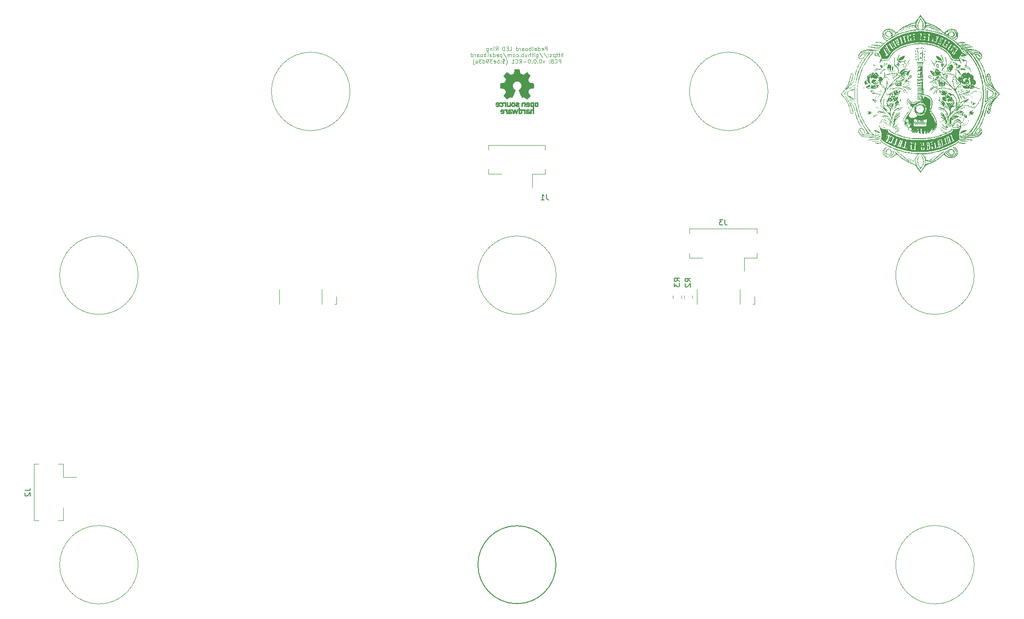
<source format=gbo>
G04 #@! TF.GenerationSoftware,KiCad,Pcbnew,8.0.4+1*
G04 #@! TF.CreationDate,2024-10-08T17:13:00+00:00*
G04 #@! TF.ProjectId,pedalboard-display,70656461-6c62-46f6-9172-642d64697370,0.0.0-RC1*
G04 #@! TF.SameCoordinates,Original*
G04 #@! TF.FileFunction,Legend,Bot*
G04 #@! TF.FilePolarity,Positive*
%FSLAX46Y46*%
G04 Gerber Fmt 4.6, Leading zero omitted, Abs format (unit mm)*
G04 Created by KiCad (PCBNEW 8.0.4+1) date 2024-10-08 17:13:00*
%MOMM*%
%LPD*%
G01*
G04 APERTURE LIST*
%ADD10C,0.000000*%
%ADD11C,0.100000*%
%ADD12C,0.004304*%
%ADD13C,0.004635*%
%ADD14C,0.008210*%
%ADD15C,0.150000*%
%ADD16C,0.120000*%
%ADD17C,0.010000*%
G04 APERTURE END LIST*
D10*
G36*
X170950833Y-36808727D02*
G01*
X170960189Y-36810089D01*
X170969703Y-36812374D01*
X170979401Y-36815576D01*
X170989310Y-36819692D01*
X170999456Y-36824717D01*
X171009866Y-36830646D01*
X171020565Y-36837475D01*
X171031581Y-36845199D01*
X171042940Y-36853814D01*
X171054669Y-36863315D01*
X171066793Y-36873698D01*
X171092336Y-36897091D01*
X171104573Y-36909080D01*
X171116148Y-36919912D01*
X171127062Y-36929586D01*
X171137315Y-36938102D01*
X171146906Y-36945461D01*
X171155835Y-36951662D01*
X171164104Y-36956706D01*
X171171710Y-36960592D01*
X171178656Y-36963321D01*
X171181881Y-36964251D01*
X171184940Y-36964892D01*
X171187834Y-36965243D01*
X171190562Y-36965305D01*
X171193126Y-36965078D01*
X171195524Y-36964561D01*
X171197756Y-36963755D01*
X171199823Y-36962659D01*
X171201725Y-36961274D01*
X171203462Y-36959600D01*
X171205033Y-36957636D01*
X171206439Y-36955383D01*
X171207679Y-36952840D01*
X171208754Y-36950009D01*
X171210904Y-36945493D01*
X171214005Y-36941208D01*
X171217997Y-36937158D01*
X171222817Y-36933348D01*
X171228404Y-36929780D01*
X171234698Y-36926459D01*
X171241636Y-36923389D01*
X171249158Y-36920573D01*
X171265705Y-36915721D01*
X171283850Y-36911933D01*
X171303100Y-36909241D01*
X171322965Y-36907675D01*
X171342954Y-36907267D01*
X171362576Y-36908047D01*
X171381341Y-36910047D01*
X171398757Y-36913298D01*
X171406805Y-36915402D01*
X171414333Y-36917830D01*
X171421277Y-36920586D01*
X171427578Y-36923674D01*
X171433173Y-36927098D01*
X171438002Y-36930862D01*
X171442002Y-36934970D01*
X171445113Y-36939425D01*
X171447783Y-36944388D01*
X171449857Y-36949981D01*
X171451357Y-36956153D01*
X171452307Y-36962851D01*
X171452729Y-36970026D01*
X171452648Y-36977624D01*
X171451067Y-36993885D01*
X171447749Y-37011221D01*
X171442882Y-37029218D01*
X171436650Y-37047463D01*
X171429239Y-37065543D01*
X171420837Y-37083044D01*
X171411628Y-37099553D01*
X171401800Y-37114656D01*
X171391537Y-37127941D01*
X171386301Y-37133772D01*
X171381026Y-37138993D01*
X171375735Y-37143552D01*
X171370453Y-37147399D01*
X171365201Y-37150480D01*
X171360004Y-37152746D01*
X171354884Y-37154143D01*
X171349865Y-37154620D01*
X171347158Y-37154712D01*
X171344333Y-37154986D01*
X171338357Y-37156060D01*
X171331989Y-37157805D01*
X171325280Y-37160187D01*
X171318281Y-37163168D01*
X171311045Y-37166712D01*
X171303622Y-37170783D01*
X171296065Y-37175345D01*
X171288426Y-37180362D01*
X171280756Y-37185797D01*
X171273106Y-37191615D01*
X171265528Y-37197779D01*
X171258075Y-37204253D01*
X171250797Y-37211002D01*
X171243747Y-37217987D01*
X171236976Y-37225175D01*
X171230003Y-37232362D01*
X171222368Y-37239348D01*
X171214155Y-37246096D01*
X171205446Y-37252571D01*
X171196323Y-37258735D01*
X171186869Y-37264553D01*
X171177168Y-37269988D01*
X171167301Y-37275005D01*
X171157352Y-37279568D01*
X171147402Y-37283639D01*
X171137535Y-37287183D01*
X171127834Y-37290164D01*
X171118381Y-37292546D01*
X171109258Y-37294291D01*
X171100549Y-37295365D01*
X171092336Y-37295731D01*
X171083207Y-37296108D01*
X171073708Y-37297215D01*
X171063882Y-37299016D01*
X171053772Y-37301478D01*
X171032875Y-37308242D01*
X171011363Y-37317229D01*
X170989583Y-37328158D01*
X170967879Y-37340752D01*
X170946600Y-37354730D01*
X170926090Y-37369814D01*
X170906697Y-37385725D01*
X170888766Y-37402184D01*
X170872644Y-37418912D01*
X170858677Y-37435629D01*
X170847210Y-37452057D01*
X170842523Y-37460075D01*
X170838592Y-37467916D01*
X170835458Y-37475545D01*
X170833166Y-37482928D01*
X170831760Y-37490029D01*
X170831281Y-37496813D01*
X170831384Y-37499118D01*
X170831688Y-37501398D01*
X170832191Y-37503651D01*
X170832886Y-37505874D01*
X170833771Y-37508063D01*
X170834839Y-37510216D01*
X170836087Y-37512328D01*
X170837510Y-37514397D01*
X170839103Y-37516420D01*
X170840863Y-37518393D01*
X170842784Y-37520313D01*
X170844862Y-37522177D01*
X170847092Y-37523981D01*
X170849470Y-37525722D01*
X170851992Y-37527398D01*
X170854653Y-37529005D01*
X170857448Y-37530539D01*
X170860372Y-37531998D01*
X170863422Y-37533378D01*
X170866593Y-37534676D01*
X170869881Y-37535888D01*
X170873279Y-37537012D01*
X170876786Y-37538045D01*
X170880394Y-37538982D01*
X170884101Y-37539821D01*
X170887902Y-37540559D01*
X170891792Y-37541192D01*
X170895766Y-37541717D01*
X170899821Y-37542132D01*
X170903951Y-37542431D01*
X170908152Y-37542614D01*
X170912420Y-37542675D01*
X170923795Y-37542462D01*
X170934137Y-37541800D01*
X170943487Y-37540652D01*
X170947803Y-37539884D01*
X170951886Y-37538982D01*
X170955742Y-37537940D01*
X170959376Y-37536754D01*
X170962793Y-37535419D01*
X170965997Y-37533931D01*
X170968995Y-37532286D01*
X170971792Y-37530479D01*
X170974392Y-37528504D01*
X170976801Y-37526359D01*
X170979024Y-37524038D01*
X170981066Y-37521537D01*
X170982933Y-37518851D01*
X170984628Y-37515976D01*
X170986159Y-37512907D01*
X170987529Y-37509639D01*
X170988744Y-37506169D01*
X170989810Y-37502492D01*
X170990731Y-37498602D01*
X170991512Y-37494496D01*
X170992676Y-37485618D01*
X170993345Y-37475819D01*
X170993558Y-37465064D01*
X170993223Y-37455973D01*
X170993524Y-37447232D01*
X170994434Y-37438864D01*
X170995928Y-37430889D01*
X170997981Y-37423327D01*
X171000566Y-37416199D01*
X171003657Y-37409526D01*
X171007229Y-37403328D01*
X171011255Y-37397626D01*
X171015711Y-37392441D01*
X171020569Y-37387794D01*
X171025805Y-37383704D01*
X171028556Y-37381875D01*
X171031392Y-37380194D01*
X171034309Y-37378662D01*
X171037305Y-37377282D01*
X171040375Y-37376058D01*
X171043517Y-37374991D01*
X171046728Y-37374085D01*
X171050004Y-37373341D01*
X171054531Y-37372442D01*
X171058856Y-37371732D01*
X171062981Y-37371213D01*
X171066912Y-37370888D01*
X171070651Y-37370760D01*
X171074203Y-37370830D01*
X171077572Y-37371102D01*
X171080761Y-37371578D01*
X171083774Y-37372260D01*
X171086616Y-37373152D01*
X171089289Y-37374256D01*
X171091799Y-37375574D01*
X171094148Y-37377110D01*
X171096341Y-37378864D01*
X171098382Y-37380842D01*
X171100274Y-37383043D01*
X171102021Y-37385473D01*
X171103628Y-37388132D01*
X171105097Y-37391024D01*
X171106434Y-37394151D01*
X171107641Y-37397515D01*
X171108723Y-37401120D01*
X171109683Y-37404968D01*
X171110526Y-37409061D01*
X171111256Y-37413402D01*
X171111875Y-37417994D01*
X171112800Y-37427940D01*
X171113332Y-37438919D01*
X171113503Y-37450953D01*
X171113843Y-37461929D01*
X171114859Y-37472366D01*
X171116546Y-37482263D01*
X171118898Y-37491619D01*
X171121908Y-37500432D01*
X171125572Y-37508701D01*
X171129883Y-37516425D01*
X171134835Y-37523603D01*
X171140423Y-37530233D01*
X171146641Y-37536313D01*
X171153482Y-37541844D01*
X171160942Y-37546823D01*
X171169014Y-37551249D01*
X171177693Y-37555120D01*
X171186972Y-37558437D01*
X171196847Y-37561196D01*
X171207310Y-37563397D01*
X171218357Y-37565039D01*
X171229981Y-37566120D01*
X171242177Y-37566639D01*
X171254939Y-37566595D01*
X171268261Y-37565986D01*
X171282137Y-37564812D01*
X171296562Y-37563070D01*
X171311529Y-37560760D01*
X171327033Y-37557880D01*
X171343068Y-37554429D01*
X171359628Y-37550406D01*
X171376707Y-37545809D01*
X171394300Y-37540637D01*
X171412401Y-37534889D01*
X171431003Y-37528564D01*
X171462457Y-37518504D01*
X171492794Y-37509602D01*
X171521230Y-37502022D01*
X171546979Y-37495932D01*
X171569255Y-37491494D01*
X171587273Y-37488876D01*
X171594440Y-37488301D01*
X171600247Y-37488243D01*
X171604597Y-37488722D01*
X171607392Y-37489759D01*
X171608786Y-37490649D01*
X171610320Y-37491335D01*
X171611988Y-37491823D01*
X171613786Y-37492115D01*
X171615707Y-37492217D01*
X171617747Y-37492131D01*
X171619901Y-37491861D01*
X171622164Y-37491412D01*
X171624530Y-37490788D01*
X171626994Y-37489991D01*
X171629551Y-37489027D01*
X171632196Y-37487898D01*
X171637729Y-37485164D01*
X171643551Y-37481821D01*
X171649622Y-37477899D01*
X171655899Y-37473429D01*
X171662341Y-37468442D01*
X171668908Y-37462970D01*
X171675557Y-37457042D01*
X171682247Y-37450691D01*
X171688937Y-37443947D01*
X171695586Y-37436842D01*
X171701910Y-37429073D01*
X171707644Y-37421656D01*
X171712779Y-37414610D01*
X171717304Y-37407958D01*
X171721209Y-37401719D01*
X171724484Y-37395914D01*
X171727118Y-37390564D01*
X171729100Y-37385689D01*
X171730422Y-37381310D01*
X171730831Y-37379313D01*
X171731071Y-37377448D01*
X171731141Y-37375718D01*
X171731038Y-37374124D01*
X171730763Y-37372670D01*
X171730313Y-37371358D01*
X171729688Y-37370190D01*
X171728885Y-37369170D01*
X171727904Y-37368300D01*
X171726744Y-37367582D01*
X171725403Y-37367019D01*
X171723879Y-37366614D01*
X171722173Y-37366369D01*
X171720281Y-37366287D01*
X171717987Y-37366184D01*
X171715736Y-37365879D01*
X171713530Y-37365377D01*
X171711372Y-37364681D01*
X171709262Y-37363797D01*
X171707204Y-37362729D01*
X171705199Y-37361481D01*
X171703248Y-37360058D01*
X171701354Y-37358464D01*
X171699520Y-37356705D01*
X171697745Y-37354784D01*
X171696034Y-37352706D01*
X171694387Y-37350475D01*
X171692807Y-37348097D01*
X171691295Y-37345575D01*
X171689853Y-37342915D01*
X171688484Y-37340120D01*
X171687189Y-37337195D01*
X171685971Y-37334145D01*
X171684830Y-37330974D01*
X171683770Y-37327687D01*
X171682792Y-37324288D01*
X171681897Y-37320781D01*
X171681089Y-37317173D01*
X171680368Y-37313465D01*
X171679738Y-37309665D01*
X171679198Y-37305775D01*
X171678753Y-37301800D01*
X171678403Y-37297746D01*
X171678151Y-37293615D01*
X171677998Y-37289414D01*
X171677947Y-37285146D01*
X171679208Y-37260817D01*
X171679908Y-37251218D01*
X171680758Y-37243309D01*
X171681836Y-37237075D01*
X171682484Y-37234580D01*
X171683218Y-37232499D01*
X171684048Y-37230828D01*
X171684983Y-37229566D01*
X171686033Y-37228711D01*
X171687207Y-37228262D01*
X171688517Y-37228215D01*
X171689970Y-37228569D01*
X171691576Y-37229323D01*
X171693347Y-37230473D01*
X171695290Y-37232020D01*
X171697416Y-37233959D01*
X171702256Y-37239011D01*
X171707943Y-37245612D01*
X171714555Y-37253749D01*
X171730864Y-37274564D01*
X171733561Y-37278140D01*
X171736355Y-37281591D01*
X171739241Y-37284914D01*
X171742212Y-37288110D01*
X171748390Y-37294113D01*
X171754842Y-37299589D01*
X171761521Y-37304528D01*
X171768381Y-37308918D01*
X171775375Y-37312751D01*
X171782458Y-37316015D01*
X171789581Y-37318701D01*
X171796700Y-37320797D01*
X171803767Y-37322294D01*
X171807266Y-37322814D01*
X171810735Y-37323181D01*
X171814168Y-37323393D01*
X171817559Y-37323448D01*
X171820902Y-37323346D01*
X171824192Y-37323084D01*
X171827422Y-37322663D01*
X171830587Y-37322080D01*
X171833681Y-37321335D01*
X171836698Y-37320425D01*
X171844336Y-37317587D01*
X171851380Y-37315662D01*
X171857833Y-37314613D01*
X171863700Y-37314403D01*
X171868986Y-37314993D01*
X171873695Y-37316347D01*
X171877831Y-37318427D01*
X171881400Y-37321196D01*
X171884406Y-37324616D01*
X171886853Y-37328650D01*
X171888746Y-37333259D01*
X171890089Y-37338408D01*
X171890886Y-37344058D01*
X171891144Y-37350171D01*
X171890865Y-37356711D01*
X171890054Y-37363640D01*
X171888716Y-37370920D01*
X171886856Y-37378514D01*
X171884478Y-37386385D01*
X171881586Y-37394494D01*
X171878185Y-37402805D01*
X171874280Y-37411280D01*
X171869875Y-37419882D01*
X171864974Y-37428573D01*
X171859582Y-37437316D01*
X171853704Y-37446072D01*
X171847344Y-37454806D01*
X171840507Y-37463479D01*
X171833197Y-37472053D01*
X171825419Y-37480492D01*
X171817177Y-37488758D01*
X171808475Y-37496813D01*
X171779577Y-37522155D01*
X171749804Y-37545924D01*
X171719214Y-37568118D01*
X171687862Y-37588736D01*
X171655805Y-37607774D01*
X171623099Y-37625232D01*
X171589800Y-37641108D01*
X171555963Y-37655398D01*
X171521647Y-37668103D01*
X171486906Y-37679219D01*
X171451796Y-37688744D01*
X171416375Y-37696678D01*
X171380698Y-37703017D01*
X171344821Y-37707760D01*
X171308801Y-37710904D01*
X171272694Y-37712449D01*
X171236556Y-37712392D01*
X171200443Y-37710731D01*
X171164411Y-37707464D01*
X171128517Y-37702589D01*
X171092817Y-37696105D01*
X171057366Y-37688009D01*
X171022222Y-37678299D01*
X170987440Y-37666974D01*
X170953077Y-37654031D01*
X170919189Y-37639469D01*
X170885831Y-37623285D01*
X170853061Y-37605479D01*
X170820934Y-37586047D01*
X170789507Y-37564988D01*
X170758835Y-37542300D01*
X170728975Y-37517980D01*
X170715871Y-37506259D01*
X170703676Y-37494242D01*
X170692394Y-37481922D01*
X170682026Y-37469294D01*
X170672572Y-37456351D01*
X170664034Y-37443086D01*
X170656413Y-37429492D01*
X170649711Y-37415564D01*
X170643929Y-37401295D01*
X170639067Y-37386679D01*
X170635128Y-37371709D01*
X170632113Y-37356378D01*
X170630023Y-37340680D01*
X170628859Y-37324609D01*
X170628623Y-37308158D01*
X170629316Y-37291321D01*
X170630939Y-37274091D01*
X170633493Y-37256461D01*
X170636980Y-37238427D01*
X170641401Y-37219980D01*
X170646758Y-37201114D01*
X170653051Y-37181824D01*
X170660282Y-37162101D01*
X170668452Y-37141941D01*
X170677563Y-37121337D01*
X170687615Y-37100282D01*
X170698611Y-37078769D01*
X170710551Y-37056793D01*
X170737270Y-37011423D01*
X170767782Y-36964120D01*
X170790224Y-36931082D01*
X170811390Y-36902060D01*
X170821560Y-36889043D01*
X170831491Y-36877016D01*
X170841208Y-36865975D01*
X170850739Y-36855916D01*
X170860110Y-36846833D01*
X170869347Y-36838722D01*
X170878477Y-36831579D01*
X170887526Y-36825399D01*
X170896521Y-36820178D01*
X170905488Y-36815910D01*
X170914453Y-36812593D01*
X170923444Y-36810220D01*
X170932487Y-36808788D01*
X170941607Y-36808292D01*
X170950833Y-36808727D01*
G37*
G36*
X172428977Y-45109813D02*
G01*
X172430737Y-45109981D01*
X172432499Y-45110276D01*
X172434263Y-45110696D01*
X172436026Y-45111239D01*
X172437787Y-45111904D01*
X172439543Y-45112689D01*
X172441293Y-45113591D01*
X172443034Y-45114609D01*
X172444765Y-45115740D01*
X172446483Y-45116983D01*
X172448188Y-45118336D01*
X172449876Y-45119797D01*
X172451546Y-45121364D01*
X172453196Y-45123034D01*
X172454824Y-45124807D01*
X172456429Y-45126680D01*
X172458007Y-45128651D01*
X172459558Y-45130719D01*
X172461079Y-45132880D01*
X172462568Y-45135134D01*
X172465443Y-45139912D01*
X172468169Y-45145036D01*
X172469906Y-45150863D01*
X172470588Y-45153678D01*
X172471146Y-45156426D01*
X172471580Y-45159104D01*
X172471890Y-45161710D01*
X172472077Y-45164242D01*
X172472139Y-45166699D01*
X172472077Y-45169079D01*
X172471891Y-45171379D01*
X172471581Y-45173597D01*
X172471146Y-45175733D01*
X172470588Y-45177783D01*
X172469906Y-45179745D01*
X172469100Y-45181619D01*
X172468170Y-45183401D01*
X172467116Y-45185091D01*
X172465937Y-45186685D01*
X172464635Y-45188183D01*
X172463209Y-45189582D01*
X172461659Y-45190880D01*
X172459984Y-45192075D01*
X172458186Y-45193166D01*
X172456264Y-45194150D01*
X172454217Y-45195025D01*
X172452047Y-45195791D01*
X172449752Y-45196443D01*
X172447334Y-45196982D01*
X172444791Y-45197404D01*
X172442125Y-45197708D01*
X172439335Y-45197891D01*
X172436420Y-45197953D01*
X172431253Y-45197790D01*
X172426338Y-45197312D01*
X172421679Y-45196535D01*
X172417279Y-45195473D01*
X172413143Y-45194142D01*
X172409274Y-45192558D01*
X172405677Y-45190737D01*
X172402354Y-45188693D01*
X172399311Y-45186442D01*
X172396551Y-45184001D01*
X172394078Y-45181383D01*
X172391895Y-45178606D01*
X172390007Y-45175683D01*
X172388417Y-45172632D01*
X172387130Y-45169467D01*
X172386148Y-45166203D01*
X172385477Y-45162857D01*
X172385120Y-45159444D01*
X172385080Y-45155979D01*
X172385363Y-45152478D01*
X172385970Y-45148956D01*
X172386908Y-45145429D01*
X172388178Y-45141912D01*
X172389786Y-45138422D01*
X172391735Y-45134972D01*
X172394028Y-45131579D01*
X172396671Y-45128259D01*
X172399666Y-45125027D01*
X172403018Y-45121898D01*
X172406730Y-45118887D01*
X172410807Y-45116011D01*
X172415252Y-45113285D01*
X172416915Y-45112365D01*
X172418598Y-45111588D01*
X172420297Y-45110951D01*
X172422011Y-45110454D01*
X172423738Y-45110093D01*
X172425476Y-45109867D01*
X172427223Y-45109775D01*
X172428977Y-45109813D01*
G37*
G36*
X181374160Y-27743731D02*
G01*
X181379359Y-27744067D01*
X181392069Y-27745485D01*
X181407900Y-27747853D01*
X181426899Y-27751121D01*
X181474585Y-27760148D01*
X181482515Y-27761753D01*
X181490399Y-27763895D01*
X181498189Y-27766534D01*
X181505840Y-27769628D01*
X181513304Y-27773135D01*
X181520536Y-27777014D01*
X181527489Y-27781224D01*
X181534117Y-27785723D01*
X181540372Y-27790470D01*
X181546209Y-27795424D01*
X181551581Y-27800544D01*
X181556441Y-27805787D01*
X181560743Y-27811113D01*
X181564440Y-27816481D01*
X181567487Y-27821848D01*
X181569835Y-27827174D01*
X181571974Y-27833251D01*
X181573755Y-27838913D01*
X181575173Y-27844157D01*
X181576223Y-27848982D01*
X181576897Y-27853386D01*
X181577192Y-27857366D01*
X181577100Y-27860922D01*
X181576615Y-27864051D01*
X181575733Y-27866751D01*
X181575141Y-27867939D01*
X181574448Y-27869020D01*
X181573652Y-27869992D01*
X181572752Y-27870856D01*
X181571749Y-27871611D01*
X181570642Y-27872257D01*
X181569429Y-27872794D01*
X181568110Y-27873222D01*
X181565151Y-27873748D01*
X181561759Y-27873834D01*
X181557929Y-27873477D01*
X181553655Y-27872675D01*
X181548930Y-27871428D01*
X181543749Y-27869732D01*
X181538106Y-27867585D01*
X181531996Y-27864987D01*
X181525412Y-27861935D01*
X181518349Y-27858426D01*
X181510801Y-27854460D01*
X181502761Y-27850033D01*
X181494225Y-27845145D01*
X181485187Y-27839793D01*
X181475640Y-27833975D01*
X181454998Y-27820935D01*
X181432253Y-27806008D01*
X181397754Y-27782623D01*
X181384465Y-27773157D01*
X181373879Y-27765108D01*
X181366042Y-27758423D01*
X181363170Y-27755576D01*
X181361001Y-27753050D01*
X181359544Y-27750840D01*
X181358803Y-27748938D01*
X181358783Y-27747339D01*
X181359492Y-27746036D01*
X181360935Y-27745022D01*
X181363117Y-27744291D01*
X181366045Y-27743836D01*
X181369724Y-27743652D01*
X181374160Y-27743731D01*
G37*
G36*
X175798006Y-40308302D02*
G01*
X175801974Y-40308953D01*
X175806161Y-40310199D01*
X175810572Y-40312036D01*
X175815217Y-40314456D01*
X175820100Y-40317454D01*
X175830616Y-40325162D01*
X175842175Y-40335112D01*
X175854834Y-40347259D01*
X175867236Y-40360931D01*
X175872815Y-40367635D01*
X175877979Y-40374282D01*
X175882727Y-40380893D01*
X175887058Y-40387489D01*
X175890972Y-40394093D01*
X175894467Y-40400727D01*
X175897545Y-40407412D01*
X175900203Y-40414171D01*
X175902441Y-40421026D01*
X175904259Y-40427998D01*
X175905655Y-40435110D01*
X175906630Y-40442383D01*
X175907182Y-40449840D01*
X175907311Y-40457502D01*
X175907017Y-40465391D01*
X175906297Y-40473530D01*
X175905153Y-40481940D01*
X175903584Y-40490644D01*
X175901588Y-40499662D01*
X175899165Y-40509018D01*
X175896314Y-40518733D01*
X175893035Y-40528829D01*
X175889327Y-40539328D01*
X175885190Y-40550252D01*
X175875623Y-40573464D01*
X175864331Y-40598639D01*
X175851308Y-40625953D01*
X175836044Y-40656700D01*
X175820805Y-40684072D01*
X175805784Y-40708002D01*
X175798414Y-40718656D01*
X175791171Y-40728424D01*
X175784077Y-40737298D01*
X175777157Y-40745269D01*
X175770435Y-40752330D01*
X175763934Y-40758471D01*
X175757679Y-40763685D01*
X175751693Y-40767963D01*
X175746000Y-40771297D01*
X175740625Y-40773678D01*
X175735590Y-40775098D01*
X175730921Y-40775548D01*
X175726640Y-40775020D01*
X175722772Y-40773506D01*
X175719341Y-40770997D01*
X175716370Y-40767484D01*
X175713884Y-40762961D01*
X175711906Y-40757417D01*
X175710461Y-40750845D01*
X175709572Y-40743236D01*
X175709262Y-40734582D01*
X175709557Y-40724875D01*
X175710480Y-40714105D01*
X175712054Y-40702265D01*
X175714304Y-40689347D01*
X175717254Y-40675341D01*
X175723689Y-40649710D01*
X175729710Y-40621102D01*
X175735236Y-40590509D01*
X175740183Y-40558925D01*
X175744468Y-40527340D01*
X175748010Y-40496747D01*
X175750725Y-40468139D01*
X175752530Y-40442507D01*
X175754648Y-40416827D01*
X175757071Y-40393994D01*
X175759855Y-40373961D01*
X175763058Y-40356684D01*
X175766737Y-40342113D01*
X175768772Y-40335829D01*
X175770948Y-40330205D01*
X175773270Y-40325234D01*
X175775747Y-40320911D01*
X175778386Y-40317230D01*
X175781193Y-40314185D01*
X175784176Y-40311771D01*
X175787342Y-40309981D01*
X175790697Y-40308811D01*
X175794250Y-40308253D01*
X175798006Y-40308302D01*
G37*
G36*
X174245330Y-37377730D02*
G01*
X174246636Y-37377936D01*
X174247835Y-37378273D01*
X174248925Y-37378744D01*
X174249901Y-37379349D01*
X174250760Y-37380089D01*
X174251497Y-37380967D01*
X174252108Y-37381983D01*
X174252591Y-37383138D01*
X174252940Y-37384434D01*
X174253153Y-37385872D01*
X174253225Y-37387454D01*
X174252611Y-37393534D01*
X174251455Y-37399845D01*
X174249794Y-37406345D01*
X174247664Y-37412995D01*
X174242148Y-37426590D01*
X174235200Y-37440315D01*
X174227115Y-37453853D01*
X174218188Y-37466890D01*
X174208713Y-37479111D01*
X174198985Y-37490200D01*
X174189298Y-37499842D01*
X174179947Y-37507721D01*
X174175490Y-37510902D01*
X174171227Y-37513524D01*
X174167195Y-37515547D01*
X174163432Y-37516933D01*
X174159973Y-37517642D01*
X174156856Y-37517635D01*
X174154117Y-37516872D01*
X174151794Y-37515314D01*
X174149923Y-37512921D01*
X174148541Y-37509654D01*
X174147685Y-37505474D01*
X174147391Y-37500341D01*
X174147675Y-37494852D01*
X174148507Y-37489007D01*
X174149856Y-37482862D01*
X174151691Y-37476474D01*
X174153980Y-37469900D01*
X174156693Y-37463197D01*
X174159799Y-37456421D01*
X174163266Y-37449630D01*
X174167065Y-37442880D01*
X174171163Y-37436228D01*
X174175529Y-37429732D01*
X174180134Y-37423447D01*
X174184945Y-37417431D01*
X174189932Y-37411740D01*
X174195063Y-37406432D01*
X174200309Y-37401563D01*
X174205554Y-37397142D01*
X174210685Y-37393144D01*
X174215672Y-37389580D01*
X174220483Y-37386460D01*
X174225087Y-37383795D01*
X174229453Y-37381596D01*
X174233551Y-37379872D01*
X174237350Y-37378633D01*
X174240817Y-37377891D01*
X174242417Y-37377709D01*
X174243923Y-37377655D01*
X174245330Y-37377730D01*
G37*
G36*
X187376231Y-39871387D02*
G01*
X187379484Y-39871684D01*
X187382793Y-39872200D01*
X187386146Y-39872935D01*
X187389531Y-39873890D01*
X187392935Y-39875067D01*
X187396346Y-39876465D01*
X187399752Y-39878085D01*
X187403141Y-39879928D01*
X187406499Y-39881995D01*
X187409816Y-39884285D01*
X187413079Y-39886801D01*
X187416275Y-39889542D01*
X187419392Y-39892509D01*
X187422419Y-39895702D01*
X187426212Y-39899649D01*
X187429659Y-39903546D01*
X187432764Y-39907385D01*
X187435531Y-39911157D01*
X187437964Y-39914855D01*
X187440069Y-39918469D01*
X187441849Y-39921991D01*
X187443310Y-39925413D01*
X187444455Y-39928727D01*
X187445290Y-39931924D01*
X187445818Y-39934995D01*
X187446045Y-39937933D01*
X187445975Y-39940728D01*
X187445612Y-39943373D01*
X187444961Y-39945860D01*
X187444026Y-39948178D01*
X187442812Y-39950322D01*
X187441324Y-39952281D01*
X187439566Y-39954047D01*
X187437542Y-39955613D01*
X187435258Y-39956969D01*
X187432717Y-39958108D01*
X187429924Y-39959021D01*
X187426883Y-39959699D01*
X187423600Y-39960134D01*
X187420078Y-39960318D01*
X187416323Y-39960243D01*
X187412338Y-39959899D01*
X187408128Y-39959279D01*
X187403698Y-39958374D01*
X187399053Y-39957176D01*
X187394196Y-39955676D01*
X187388951Y-39952950D01*
X187383820Y-39950074D01*
X187378833Y-39947064D01*
X187374022Y-39943935D01*
X187369417Y-39940702D01*
X187365051Y-39937382D01*
X187360953Y-39933989D01*
X187357155Y-39930540D01*
X187353687Y-39927049D01*
X187350582Y-39923532D01*
X187347869Y-39920005D01*
X187345579Y-39916484D01*
X187343745Y-39912982D01*
X187343008Y-39911245D01*
X187342396Y-39909518D01*
X187341914Y-39907803D01*
X187341564Y-39906104D01*
X187341352Y-39904422D01*
X187341280Y-39902758D01*
X187341423Y-39899224D01*
X187341842Y-39895896D01*
X187342527Y-39892777D01*
X187343464Y-39889866D01*
X187344642Y-39887165D01*
X187346047Y-39884674D01*
X187347668Y-39882393D01*
X187349493Y-39880323D01*
X187351509Y-39878466D01*
X187353704Y-39876820D01*
X187356065Y-39875388D01*
X187358581Y-39874170D01*
X187361239Y-39873167D01*
X187364027Y-39872378D01*
X187366932Y-39871805D01*
X187369943Y-39871449D01*
X187373047Y-39871309D01*
X187376231Y-39871387D01*
G37*
G36*
X190966953Y-37638806D02*
G01*
X190973310Y-37640698D01*
X190980478Y-37643729D01*
X190988463Y-37647903D01*
X190997270Y-37653221D01*
X191006903Y-37659686D01*
X191017369Y-37667301D01*
X191028671Y-37676068D01*
X191040816Y-37685990D01*
X191067653Y-37709310D01*
X191097922Y-37737281D01*
X191131663Y-37769923D01*
X191168918Y-37807258D01*
X191206329Y-37843548D01*
X191242313Y-37877311D01*
X191277594Y-37908996D01*
X191312896Y-37939054D01*
X191348942Y-37967933D01*
X191386455Y-37996084D01*
X191426160Y-38023955D01*
X191468779Y-38051998D01*
X191515037Y-38080660D01*
X191565655Y-38110392D01*
X191621359Y-38141643D01*
X191682871Y-38174864D01*
X191750915Y-38210502D01*
X191826215Y-38249009D01*
X192001474Y-38336425D01*
X192081102Y-38377512D01*
X192160761Y-38421044D01*
X192239738Y-38466487D01*
X192317320Y-38513310D01*
X192392793Y-38560981D01*
X192465445Y-38608967D01*
X192534563Y-38656736D01*
X192599432Y-38703755D01*
X192659341Y-38749493D01*
X192713575Y-38793417D01*
X192761422Y-38834995D01*
X192802169Y-38873695D01*
X192835102Y-38908984D01*
X192859509Y-38940330D01*
X192874676Y-38967200D01*
X192878572Y-38978791D01*
X192879890Y-38989063D01*
X192879703Y-38994747D01*
X192879139Y-38999891D01*
X192878193Y-39004493D01*
X192877574Y-39006589D01*
X192876859Y-39008549D01*
X192876045Y-39010372D01*
X192875132Y-39012058D01*
X192874119Y-39013606D01*
X192873007Y-39015016D01*
X192871794Y-39016288D01*
X192870479Y-39017421D01*
X192869063Y-39018415D01*
X192867543Y-39019270D01*
X192865920Y-39019986D01*
X192864194Y-39020562D01*
X192862362Y-39020998D01*
X192860426Y-39021293D01*
X192858383Y-39021447D01*
X192856234Y-39021460D01*
X192853977Y-39021332D01*
X192851613Y-39021062D01*
X192846558Y-39020095D01*
X192841064Y-39018557D01*
X192835126Y-39016446D01*
X192828738Y-39013758D01*
X192821895Y-39010492D01*
X192814592Y-39006644D01*
X192806824Y-39002213D01*
X192798586Y-38997194D01*
X192789873Y-38991587D01*
X192780679Y-38985388D01*
X192770999Y-38978595D01*
X192760828Y-38971204D01*
X192750161Y-38963215D01*
X192738993Y-38954623D01*
X192727318Y-38945427D01*
X192715132Y-38935623D01*
X192702429Y-38925210D01*
X192689204Y-38914184D01*
X192661168Y-38890286D01*
X192631904Y-38866503D01*
X192603001Y-38843722D01*
X192573499Y-38821375D01*
X192542436Y-38798895D01*
X192508852Y-38775711D01*
X192471784Y-38751256D01*
X192430273Y-38724961D01*
X192383356Y-38696258D01*
X192330072Y-38664579D01*
X192269461Y-38629354D01*
X192122410Y-38545997D01*
X191934515Y-38441638D01*
X191698085Y-38311730D01*
X191542277Y-38224563D01*
X191405445Y-38142893D01*
X191344080Y-38104082D01*
X191287381Y-38066598D01*
X191235323Y-38030427D01*
X191187880Y-37995553D01*
X191145026Y-37961961D01*
X191106734Y-37929635D01*
X191072980Y-37898559D01*
X191043737Y-37868718D01*
X191018980Y-37840097D01*
X190998682Y-37812680D01*
X190982819Y-37786452D01*
X190971363Y-37761396D01*
X190960249Y-37730518D01*
X190955790Y-37716728D01*
X190952070Y-37704042D01*
X190949095Y-37692462D01*
X190946868Y-37681990D01*
X190945396Y-37672630D01*
X190944684Y-37664382D01*
X190944737Y-37657252D01*
X190945559Y-37651239D01*
X190947157Y-37646349D01*
X190949535Y-37642582D01*
X190952698Y-37639942D01*
X190956652Y-37638431D01*
X190961402Y-37638051D01*
X190966953Y-37638806D01*
G37*
G36*
X187564811Y-46478474D02*
G01*
X187577497Y-46480855D01*
X187588095Y-46484558D01*
X187596431Y-46489643D01*
X187602335Y-46496176D01*
X187604681Y-46500806D01*
X187606430Y-46505435D01*
X187607581Y-46510063D01*
X187608137Y-46514690D01*
X187608098Y-46519313D01*
X187607467Y-46523934D01*
X187606243Y-46528550D01*
X187604430Y-46533162D01*
X187602027Y-46537769D01*
X187599037Y-46542370D01*
X187595460Y-46546965D01*
X187591297Y-46551552D01*
X187586551Y-46556132D01*
X187581222Y-46560703D01*
X187575312Y-46565265D01*
X187568821Y-46569818D01*
X187561752Y-46574360D01*
X187554106Y-46578891D01*
X187545883Y-46583411D01*
X187537085Y-46587918D01*
X187527714Y-46592413D01*
X187517770Y-46596893D01*
X187507256Y-46601360D01*
X187496171Y-46605812D01*
X187484518Y-46610248D01*
X187472299Y-46614669D01*
X187446162Y-46623458D01*
X187417773Y-46632175D01*
X187387141Y-46640815D01*
X187371984Y-46644941D01*
X187357003Y-46649352D01*
X187327940Y-46658839D01*
X187300697Y-46668906D01*
X187276016Y-46679179D01*
X187254642Y-46689287D01*
X187245429Y-46694163D01*
X187237321Y-46698857D01*
X187230411Y-46703325D01*
X187224794Y-46707519D01*
X187220562Y-46711392D01*
X187217807Y-46714898D01*
X187214248Y-46719973D01*
X187210211Y-46724621D01*
X187205735Y-46728845D01*
X187200858Y-46732653D01*
X187195619Y-46736051D01*
X187190057Y-46739043D01*
X187184211Y-46741636D01*
X187178120Y-46743836D01*
X187171822Y-46745648D01*
X187165356Y-46747078D01*
X187158761Y-46748133D01*
X187152075Y-46748817D01*
X187145338Y-46749137D01*
X187138588Y-46749099D01*
X187131863Y-46748708D01*
X187125203Y-46747970D01*
X187118647Y-46746891D01*
X187112232Y-46745476D01*
X187105999Y-46743733D01*
X187099985Y-46741665D01*
X187094230Y-46739280D01*
X187088771Y-46736583D01*
X187083649Y-46733580D01*
X187078901Y-46730276D01*
X187074567Y-46726678D01*
X187070685Y-46722791D01*
X187067293Y-46718621D01*
X187064432Y-46714174D01*
X187062139Y-46709456D01*
X187060453Y-46704472D01*
X187059413Y-46699228D01*
X187059057Y-46693731D01*
X187060476Y-46684564D01*
X187064616Y-46674963D01*
X187071307Y-46664992D01*
X187080376Y-46654712D01*
X187091651Y-46644187D01*
X187104961Y-46633479D01*
X187136999Y-46611765D01*
X187175114Y-46590072D01*
X187217931Y-46568901D01*
X187264077Y-46548753D01*
X187312175Y-46530130D01*
X187360853Y-46513532D01*
X187408734Y-46499462D01*
X187454446Y-46488419D01*
X187496612Y-46480906D01*
X187533859Y-46477424D01*
X187550208Y-46477351D01*
X187564811Y-46478474D01*
G37*
G36*
X176569705Y-39026333D02*
G01*
X176571195Y-39027015D01*
X176572809Y-39028152D01*
X176574558Y-39029743D01*
X176576451Y-39031790D01*
X176578499Y-39034291D01*
X176583101Y-39040657D01*
X176588448Y-39048843D01*
X176594622Y-39058847D01*
X176609780Y-39084313D01*
X176613743Y-39092569D01*
X176617676Y-39101408D01*
X176621546Y-39110754D01*
X176625324Y-39120528D01*
X176628977Y-39130654D01*
X176632476Y-39141054D01*
X176635788Y-39151651D01*
X176638884Y-39162366D01*
X176641731Y-39173122D01*
X176644300Y-39183842D01*
X176646558Y-39194449D01*
X176648476Y-39204864D01*
X176650021Y-39215011D01*
X176651163Y-39224811D01*
X176651871Y-39234187D01*
X176652114Y-39243063D01*
X176652004Y-39268529D01*
X176651742Y-39278534D01*
X176651232Y-39286720D01*
X176650391Y-39293086D01*
X176649821Y-39295587D01*
X176649137Y-39297634D01*
X176648329Y-39299226D01*
X176647387Y-39300362D01*
X176646300Y-39301045D01*
X176645058Y-39301272D01*
X176643651Y-39301045D01*
X176642068Y-39300362D01*
X176640299Y-39299226D01*
X176638333Y-39297634D01*
X176636161Y-39295587D01*
X176633772Y-39293086D01*
X176628301Y-39286720D01*
X176621838Y-39278534D01*
X176614300Y-39268529D01*
X176595668Y-39243063D01*
X176590465Y-39234808D01*
X176585457Y-39225968D01*
X176580677Y-39216623D01*
X176576155Y-39206848D01*
X176571923Y-39196723D01*
X176568011Y-39186323D01*
X176564451Y-39175727D01*
X176561273Y-39165012D01*
X176558508Y-39154255D01*
X176556188Y-39143535D01*
X176554343Y-39132928D01*
X176553005Y-39122513D01*
X176552204Y-39112366D01*
X176551972Y-39102566D01*
X176552339Y-39093189D01*
X176553336Y-39084313D01*
X176556919Y-39058847D01*
X176558545Y-39048843D01*
X176560171Y-39040657D01*
X176561880Y-39034291D01*
X176562791Y-39031790D01*
X176563754Y-39029743D01*
X176564779Y-39028152D01*
X176565876Y-39027015D01*
X176567056Y-39026333D01*
X176568329Y-39026105D01*
X176569705Y-39026333D01*
G37*
G36*
X172622731Y-34592296D02*
G01*
X172620158Y-34605042D01*
X172617074Y-34618287D01*
X172613483Y-34632060D01*
X172609391Y-34646391D01*
X172599724Y-34676841D01*
X172588114Y-34709870D01*
X172578526Y-34735295D01*
X172569455Y-34757330D01*
X172565043Y-34767076D01*
X172560674Y-34775974D01*
X172556321Y-34784026D01*
X172551954Y-34791229D01*
X172547547Y-34797585D01*
X172543070Y-34803094D01*
X172538494Y-34807755D01*
X172533792Y-34811569D01*
X172528935Y-34814535D01*
X172523894Y-34816654D01*
X172518642Y-34817925D01*
X172513149Y-34818349D01*
X172507387Y-34817925D01*
X172501329Y-34816654D01*
X172494945Y-34814535D01*
X172488206Y-34811569D01*
X172481086Y-34807755D01*
X172473554Y-34803094D01*
X172465584Y-34797585D01*
X172457145Y-34791229D01*
X172448211Y-34784026D01*
X172438752Y-34775974D01*
X172418147Y-34757330D01*
X172395102Y-34735295D01*
X172369391Y-34709870D01*
X172329975Y-34669975D01*
X172294998Y-34633464D01*
X172264351Y-34600086D01*
X172237926Y-34569585D01*
X172215615Y-34541710D01*
X172197309Y-34516207D01*
X172182899Y-34492822D01*
X172177121Y-34481845D01*
X172172277Y-34471303D01*
X172168352Y-34461164D01*
X172165334Y-34451397D01*
X172163209Y-34441969D01*
X172161962Y-34432849D01*
X172161582Y-34424006D01*
X172162053Y-34415407D01*
X172163355Y-34407073D01*
X172296706Y-34407073D01*
X172296950Y-34412078D01*
X172298002Y-34417787D01*
X172299817Y-34424139D01*
X172302348Y-34431074D01*
X172309364Y-34446443D01*
X172318676Y-34463404D01*
X172329904Y-34481466D01*
X172342672Y-34500138D01*
X172356604Y-34518928D01*
X172371320Y-34537347D01*
X172386445Y-34554902D01*
X172401601Y-34571104D01*
X172416410Y-34585460D01*
X172430496Y-34597481D01*
X172437150Y-34602462D01*
X172443482Y-34606675D01*
X172449444Y-34610059D01*
X172454989Y-34612552D01*
X172460071Y-34614092D01*
X172464641Y-34614620D01*
X172468445Y-34614374D01*
X172471920Y-34613648D01*
X172475068Y-34612457D01*
X172477891Y-34610816D01*
X172480392Y-34608741D01*
X172482571Y-34606248D01*
X172484431Y-34603351D01*
X172485974Y-34600067D01*
X172487201Y-34596411D01*
X172488116Y-34592399D01*
X172488719Y-34588045D01*
X172489012Y-34583366D01*
X172488998Y-34578376D01*
X172488679Y-34573092D01*
X172488056Y-34567529D01*
X172487131Y-34561703D01*
X172485907Y-34555628D01*
X172484385Y-34549321D01*
X172482566Y-34542797D01*
X172480454Y-34536071D01*
X172478051Y-34529160D01*
X172475357Y-34522077D01*
X172472374Y-34514840D01*
X172469106Y-34507463D01*
X172465554Y-34499962D01*
X172461719Y-34492353D01*
X172457604Y-34484651D01*
X172453210Y-34476871D01*
X172448540Y-34469029D01*
X172443596Y-34461141D01*
X172438379Y-34453222D01*
X172432891Y-34445287D01*
X172422432Y-34430819D01*
X172412227Y-34417849D01*
X172402281Y-34406389D01*
X172397406Y-34401228D01*
X172392597Y-34396448D01*
X172387856Y-34392050D01*
X172383183Y-34388037D01*
X172378578Y-34384408D01*
X172374042Y-34381165D01*
X172369576Y-34378310D01*
X172365181Y-34375844D01*
X172360856Y-34373768D01*
X172356604Y-34372084D01*
X172352423Y-34370792D01*
X172348316Y-34369894D01*
X172344282Y-34369392D01*
X172340322Y-34369286D01*
X172336437Y-34369579D01*
X172332628Y-34370270D01*
X172328896Y-34371362D01*
X172325240Y-34372855D01*
X172321661Y-34374752D01*
X172318161Y-34377053D01*
X172314739Y-34379760D01*
X172311397Y-34382874D01*
X172308135Y-34386396D01*
X172304954Y-34390327D01*
X172301854Y-34394670D01*
X172298836Y-34399424D01*
X172297319Y-34402835D01*
X172296706Y-34407073D01*
X172163355Y-34407073D01*
X172163363Y-34407022D01*
X172165497Y-34398818D01*
X172168443Y-34390765D01*
X172172187Y-34382829D01*
X172176715Y-34374980D01*
X172182013Y-34367186D01*
X172194868Y-34351635D01*
X172210642Y-34335925D01*
X172229979Y-34318645D01*
X172239303Y-34310937D01*
X172248427Y-34303851D01*
X172257376Y-34297388D01*
X172266173Y-34291548D01*
X172274840Y-34286332D01*
X172283402Y-34281740D01*
X172291880Y-34277774D01*
X172300300Y-34274434D01*
X172308683Y-34271721D01*
X172317053Y-34269634D01*
X172325434Y-34268176D01*
X172333848Y-34267346D01*
X172342319Y-34267145D01*
X172350870Y-34267574D01*
X172359525Y-34268634D01*
X172368306Y-34270324D01*
X172377237Y-34272646D01*
X172386341Y-34275601D01*
X172395642Y-34279189D01*
X172405162Y-34283410D01*
X172414925Y-34288266D01*
X172424954Y-34293757D01*
X172435273Y-34299883D01*
X172445904Y-34306646D01*
X172468197Y-34322083D01*
X172492020Y-34340072D01*
X172517559Y-34360619D01*
X172539435Y-34379386D01*
X172558789Y-34397475D01*
X172567534Y-34406339D01*
X172575663Y-34415120D01*
X172583183Y-34423849D01*
X172590098Y-34432553D01*
X172596414Y-34441263D01*
X172602135Y-34450007D01*
X172607268Y-34458815D01*
X172611816Y-34467714D01*
X172615786Y-34476735D01*
X172619182Y-34485907D01*
X172622009Y-34495258D01*
X172624274Y-34504818D01*
X172625980Y-34514615D01*
X172627133Y-34524680D01*
X172627739Y-34535040D01*
X172627802Y-34545725D01*
X172627327Y-34556764D01*
X172626320Y-34568186D01*
X172624786Y-34580020D01*
X172624226Y-34583366D01*
X172622731Y-34592296D01*
G37*
G36*
X179450082Y-44847819D02*
G01*
X179453046Y-44848305D01*
X179455829Y-44849104D01*
X179458449Y-44850218D01*
X179460920Y-44851650D01*
X179463260Y-44853403D01*
X179465484Y-44855478D01*
X179467609Y-44857879D01*
X179469650Y-44860608D01*
X179471624Y-44863668D01*
X179473547Y-44867061D01*
X179477305Y-44874857D01*
X179481052Y-44884018D01*
X179484919Y-44894564D01*
X179486907Y-44900865D01*
X179488258Y-44907188D01*
X179488995Y-44913512D01*
X179489142Y-44919817D01*
X179488724Y-44926083D01*
X179487764Y-44932290D01*
X179486285Y-44938419D01*
X179484313Y-44944449D01*
X179481870Y-44950360D01*
X179478980Y-44956132D01*
X179475669Y-44961745D01*
X179471959Y-44967180D01*
X179467874Y-44972415D01*
X179463438Y-44977432D01*
X179458676Y-44982209D01*
X179453610Y-44986727D01*
X179448266Y-44990967D01*
X179442666Y-44994907D01*
X179436835Y-44998528D01*
X179430797Y-45001810D01*
X179424575Y-45004733D01*
X179418194Y-45007276D01*
X179411677Y-45009421D01*
X179405048Y-45011146D01*
X179398332Y-45012432D01*
X179391551Y-45013258D01*
X179384731Y-45013606D01*
X179377894Y-45013454D01*
X179371065Y-45012782D01*
X179364268Y-45011572D01*
X179357526Y-45009801D01*
X179350864Y-45007452D01*
X179344156Y-45004735D01*
X179337922Y-45001879D01*
X179332162Y-44998890D01*
X179326872Y-44995773D01*
X179322053Y-44992535D01*
X179317703Y-44989182D01*
X179313821Y-44985719D01*
X179310404Y-44982151D01*
X179307454Y-44978486D01*
X179304966Y-44974728D01*
X179302942Y-44970884D01*
X179301378Y-44966959D01*
X179300275Y-44962959D01*
X179299630Y-44958889D01*
X179299442Y-44954757D01*
X179299711Y-44950567D01*
X179300434Y-44946325D01*
X179301611Y-44942038D01*
X179303240Y-44937710D01*
X179305320Y-44933348D01*
X179307849Y-44928958D01*
X179310826Y-44924545D01*
X179314251Y-44920116D01*
X179318121Y-44915675D01*
X179322436Y-44911229D01*
X179327194Y-44906784D01*
X179332394Y-44902346D01*
X179338034Y-44897919D01*
X179344113Y-44893511D01*
X179350631Y-44889127D01*
X179357585Y-44884772D01*
X179364974Y-44880453D01*
X179380623Y-44872394D01*
X179394581Y-44865432D01*
X179406980Y-44859585D01*
X179417946Y-44854875D01*
X179427611Y-44851323D01*
X179431995Y-44849988D01*
X179436102Y-44848949D01*
X179439948Y-44848211D01*
X179443549Y-44847774D01*
X179446922Y-44847643D01*
X179450082Y-44847819D01*
G37*
G36*
X170429233Y-37469088D02*
G01*
X170432876Y-37469770D01*
X170436731Y-37470996D01*
X170440781Y-37472759D01*
X170445009Y-37475047D01*
X170449399Y-37477852D01*
X170453933Y-37481162D01*
X170458596Y-37484970D01*
X170463369Y-37489265D01*
X170468237Y-37494037D01*
X170473182Y-37499276D01*
X170478188Y-37504974D01*
X170483237Y-37511120D01*
X170488314Y-37517704D01*
X170493402Y-37524718D01*
X170498482Y-37532150D01*
X170503540Y-37539993D01*
X170508557Y-37548235D01*
X170513518Y-37556867D01*
X170518405Y-37565880D01*
X170523201Y-37575263D01*
X170527890Y-37585008D01*
X170539137Y-37607838D01*
X170549065Y-37628747D01*
X170557680Y-37647795D01*
X170564988Y-37665044D01*
X170570994Y-37680558D01*
X170575703Y-37694397D01*
X170579120Y-37706624D01*
X170581250Y-37717300D01*
X170582098Y-37726488D01*
X170581670Y-37734250D01*
X170580979Y-37737615D01*
X170579970Y-37740648D01*
X170578645Y-37743354D01*
X170577005Y-37745743D01*
X170575049Y-37747822D01*
X170572778Y-37749598D01*
X170570194Y-37751080D01*
X170567296Y-37752275D01*
X170560563Y-37753836D01*
X170552585Y-37754342D01*
X170549377Y-37753784D01*
X170545729Y-37752148D01*
X170541676Y-37749496D01*
X170537255Y-37745888D01*
X170527448Y-37736041D01*
X170516592Y-37723088D01*
X170504970Y-37707510D01*
X170492869Y-37689788D01*
X170480571Y-37670401D01*
X170468360Y-37649832D01*
X170456522Y-37628559D01*
X170445340Y-37607064D01*
X170435099Y-37585828D01*
X170426082Y-37565330D01*
X170418575Y-37546052D01*
X170412860Y-37528474D01*
X170410764Y-37520473D01*
X170409223Y-37513077D01*
X170408272Y-37506346D01*
X170407947Y-37500341D01*
X170408151Y-37494386D01*
X170408752Y-37489084D01*
X170409732Y-37484423D01*
X170411075Y-37480394D01*
X170411878Y-37478614D01*
X170412765Y-37476988D01*
X170413734Y-37475516D01*
X170414784Y-37474196D01*
X170415912Y-37473026D01*
X170417116Y-37472006D01*
X170418394Y-37471135D01*
X170419743Y-37470410D01*
X170421163Y-37469832D01*
X170422650Y-37469398D01*
X170424203Y-37469108D01*
X170425819Y-37468961D01*
X170429233Y-37469088D01*
G37*
G36*
X187325201Y-32853808D02*
G01*
X187340453Y-32854368D01*
X187353742Y-32855300D01*
X187365113Y-32856615D01*
X187374614Y-32858322D01*
X187382290Y-32860432D01*
X187388189Y-32862956D01*
X187390486Y-32864376D01*
X187392357Y-32865903D01*
X187393806Y-32867539D01*
X187394840Y-32869284D01*
X187395464Y-32871141D01*
X187395685Y-32873110D01*
X187395507Y-32875193D01*
X187394938Y-32877391D01*
X187392646Y-32882136D01*
X187388856Y-32887357D01*
X187383613Y-32893064D01*
X187380925Y-32895627D01*
X187378149Y-32898026D01*
X187375280Y-32900260D01*
X187372313Y-32902331D01*
X187369243Y-32904240D01*
X187366064Y-32905986D01*
X187362771Y-32907570D01*
X187359360Y-32908994D01*
X187355824Y-32910258D01*
X187352159Y-32911362D01*
X187348360Y-32912307D01*
X187344422Y-32913094D01*
X187340338Y-32913723D01*
X187336105Y-32914195D01*
X187331717Y-32914511D01*
X187327169Y-32914672D01*
X187322455Y-32914677D01*
X187317571Y-32914528D01*
X187307270Y-32913769D01*
X187296225Y-32912400D01*
X187284394Y-32910427D01*
X187271737Y-32907854D01*
X187258212Y-32904687D01*
X187243777Y-32900931D01*
X187228391Y-32896591D01*
X187190267Y-32883776D01*
X187175441Y-32878577D01*
X187163513Y-32874102D01*
X187154541Y-32870289D01*
X187151181Y-32868610D01*
X187148582Y-32867074D01*
X187146750Y-32865673D01*
X187145692Y-32864398D01*
X187145416Y-32863241D01*
X187145929Y-32862196D01*
X187147238Y-32861254D01*
X187149349Y-32860408D01*
X187152271Y-32859650D01*
X187156009Y-32858971D01*
X187165966Y-32857824D01*
X187179277Y-32856904D01*
X187195999Y-32856149D01*
X187216188Y-32855498D01*
X187267196Y-32854257D01*
X187288619Y-32853763D01*
X187307938Y-32853610D01*
X187325201Y-32853808D01*
G37*
G36*
X188602101Y-39906409D02*
G01*
X188603664Y-39906773D01*
X188605380Y-39907373D01*
X188607242Y-39908201D01*
X188609243Y-39909252D01*
X188611378Y-39910518D01*
X188616020Y-39913672D01*
X188621117Y-39917612D01*
X188626617Y-39922285D01*
X188632469Y-39927640D01*
X188638620Y-39933626D01*
X188645019Y-39940191D01*
X188651615Y-39947282D01*
X188658355Y-39954849D01*
X188665189Y-39962840D01*
X188672063Y-39971203D01*
X188678928Y-39979887D01*
X188685730Y-39988839D01*
X188692419Y-39998008D01*
X188699485Y-40007220D01*
X188706123Y-40016302D01*
X188712317Y-40025208D01*
X188718050Y-40033893D01*
X188723308Y-40042308D01*
X188728075Y-40050408D01*
X188732336Y-40058147D01*
X188736075Y-40065477D01*
X188739276Y-40072353D01*
X188741924Y-40078727D01*
X188744004Y-40084553D01*
X188745500Y-40089786D01*
X188746397Y-40094377D01*
X188746679Y-40098281D01*
X188746330Y-40101451D01*
X188745914Y-40102747D01*
X188745335Y-40103842D01*
X188744261Y-40104359D01*
X188743025Y-40104594D01*
X188741632Y-40104553D01*
X188740085Y-40104241D01*
X188738388Y-40103666D01*
X188736545Y-40102834D01*
X188734560Y-40101751D01*
X188732437Y-40100424D01*
X188730179Y-40098859D01*
X188727791Y-40097064D01*
X188722639Y-40092804D01*
X188717011Y-40087696D01*
X188710939Y-40081793D01*
X188704454Y-40075146D01*
X188697586Y-40067806D01*
X188690367Y-40059826D01*
X188682827Y-40051256D01*
X188674998Y-40042149D01*
X188666911Y-40032556D01*
X188650085Y-40012119D01*
X188642399Y-40001048D01*
X188635230Y-39990353D01*
X188628598Y-39980082D01*
X188622524Y-39970282D01*
X188617029Y-39960998D01*
X188612134Y-39952278D01*
X188607858Y-39944167D01*
X188604224Y-39936713D01*
X188601251Y-39929961D01*
X188598960Y-39923959D01*
X188597372Y-39918753D01*
X188596507Y-39914389D01*
X188596386Y-39910914D01*
X188596612Y-39909524D01*
X188597031Y-39908374D01*
X188597646Y-39907469D01*
X188598460Y-39906816D01*
X188599476Y-39906419D01*
X188600696Y-39906286D01*
X188602101Y-39906409D01*
G37*
G36*
X172850430Y-28477142D02*
G01*
X172851591Y-28477339D01*
X172852720Y-28477698D01*
X172853817Y-28478222D01*
X172854884Y-28478913D01*
X172855921Y-28479773D01*
X172856931Y-28480805D01*
X172857912Y-28482011D01*
X172858868Y-28483394D01*
X172859797Y-28484956D01*
X172861584Y-28488627D01*
X172863280Y-28493043D01*
X172864894Y-28498224D01*
X172866433Y-28504189D01*
X172867904Y-28510958D01*
X172869316Y-28518550D01*
X172870677Y-28526984D01*
X172871993Y-28536280D01*
X172873274Y-28546457D01*
X172874526Y-28557535D01*
X172876975Y-28582469D01*
X172879404Y-28611237D01*
X172881875Y-28643995D01*
X172884449Y-28680897D01*
X172890453Y-28744829D01*
X172899248Y-28805727D01*
X172910896Y-28863700D01*
X172925458Y-28918857D01*
X172942996Y-28971306D01*
X172963574Y-29021156D01*
X172987252Y-29068514D01*
X173014093Y-29113491D01*
X173044158Y-29156194D01*
X173077510Y-29196731D01*
X173114210Y-29235212D01*
X173154322Y-29271745D01*
X173197906Y-29306438D01*
X173245024Y-29339400D01*
X173295739Y-29370739D01*
X173350113Y-29400564D01*
X173373224Y-29411766D01*
X173395100Y-29421552D01*
X173415993Y-29429911D01*
X173436158Y-29436834D01*
X173455848Y-29442310D01*
X173475315Y-29446329D01*
X173494814Y-29448880D01*
X173514596Y-29449953D01*
X173534916Y-29449537D01*
X173556027Y-29447624D01*
X173578182Y-29444201D01*
X173601633Y-29439259D01*
X173626635Y-29432787D01*
X173653441Y-29424776D01*
X173682303Y-29415214D01*
X173713475Y-29404091D01*
X173722695Y-29401163D01*
X173730508Y-29399020D01*
X173733888Y-29398256D01*
X173736916Y-29397704D01*
X173739593Y-29397369D01*
X173741918Y-29397256D01*
X173743892Y-29397371D01*
X173745515Y-29397718D01*
X173746786Y-29398303D01*
X173747706Y-29399131D01*
X173748034Y-29399637D01*
X173748274Y-29400206D01*
X173748491Y-29401535D01*
X173748357Y-29403123D01*
X173747871Y-29404974D01*
X173747034Y-29407093D01*
X173745845Y-29409487D01*
X173744305Y-29412159D01*
X173742414Y-29415116D01*
X173740171Y-29418362D01*
X173737577Y-29421903D01*
X173731334Y-29429889D01*
X173723686Y-29439114D01*
X173714632Y-29449622D01*
X173704172Y-29461452D01*
X173692307Y-29474647D01*
X173665756Y-29500315D01*
X173637163Y-29521202D01*
X173606717Y-29537467D01*
X173574609Y-29549268D01*
X173541028Y-29556764D01*
X173506164Y-29560114D01*
X173470206Y-29559478D01*
X173433346Y-29555014D01*
X173395773Y-29546881D01*
X173357677Y-29535237D01*
X173319247Y-29520243D01*
X173280674Y-29502056D01*
X173242147Y-29480836D01*
X173203857Y-29456741D01*
X173165993Y-29429930D01*
X173128745Y-29400563D01*
X173092304Y-29368799D01*
X173056858Y-29334795D01*
X173022599Y-29298711D01*
X172989715Y-29260706D01*
X172958397Y-29220939D01*
X172928835Y-29179569D01*
X172901219Y-29136755D01*
X172875738Y-29092655D01*
X172852582Y-29047428D01*
X172831942Y-29001234D01*
X172814007Y-28954231D01*
X172798967Y-28906579D01*
X172787013Y-28858435D01*
X172778333Y-28809959D01*
X172773118Y-28761311D01*
X172771558Y-28712648D01*
X172771841Y-28697287D01*
X172772667Y-28681703D01*
X172774000Y-28666007D01*
X172775802Y-28650305D01*
X172778039Y-28634706D01*
X172780674Y-28619319D01*
X172783670Y-28604253D01*
X172786992Y-28589616D01*
X172790603Y-28575516D01*
X172794468Y-28562062D01*
X172798549Y-28549363D01*
X172802812Y-28537526D01*
X172807219Y-28526662D01*
X172811734Y-28516877D01*
X172816322Y-28508281D01*
X172820946Y-28500981D01*
X172824813Y-28496251D01*
X172828481Y-28491995D01*
X172831957Y-28488232D01*
X172835250Y-28484982D01*
X172838368Y-28482265D01*
X172841317Y-28480099D01*
X172842732Y-28479229D01*
X172844107Y-28478504D01*
X172845444Y-28477926D01*
X172846743Y-28477499D01*
X172848007Y-28477224D01*
X172849236Y-28477104D01*
X172850430Y-28477142D01*
G37*
G36*
X174805607Y-32820104D02*
G01*
X174807674Y-32821827D01*
X174809394Y-32824472D01*
X174810761Y-32828039D01*
X174811765Y-32832529D01*
X174812399Y-32837943D01*
X174812653Y-32844281D01*
X174812520Y-32851544D01*
X174811991Y-32859733D01*
X174809711Y-32878891D01*
X174805747Y-32901759D01*
X174800031Y-32928343D01*
X174791809Y-32973375D01*
X174784363Y-33031626D01*
X174771919Y-33179144D01*
X174762948Y-33353618D01*
X174757697Y-33537765D01*
X174756415Y-33714305D01*
X174759350Y-33865959D01*
X174766750Y-33975444D01*
X174772202Y-34008973D01*
X174778862Y-34025480D01*
X174782787Y-34029688D01*
X174786608Y-34034341D01*
X174790305Y-34039386D01*
X174793857Y-34044772D01*
X174797243Y-34050448D01*
X174800444Y-34056361D01*
X174803438Y-34062461D01*
X174806204Y-34068695D01*
X174808723Y-34075011D01*
X174810973Y-34081359D01*
X174812933Y-34087686D01*
X174814583Y-34093940D01*
X174815903Y-34100071D01*
X174816871Y-34106026D01*
X174817467Y-34111753D01*
X174817670Y-34117201D01*
X174818060Y-34120226D01*
X174819215Y-34123994D01*
X174823747Y-34133670D01*
X174831111Y-34146053D01*
X174841152Y-34160969D01*
X174853714Y-34178241D01*
X174868643Y-34197694D01*
X174885784Y-34219152D01*
X174904982Y-34242439D01*
X174948927Y-34293799D01*
X174999239Y-34350367D01*
X175054678Y-34410739D01*
X175114002Y-34473509D01*
X175200212Y-34563053D01*
X175236971Y-34602213D01*
X175269886Y-34638211D01*
X175299245Y-34671480D01*
X175325338Y-34702455D01*
X175348455Y-34731569D01*
X175368884Y-34759257D01*
X175386916Y-34785953D01*
X175402839Y-34812091D01*
X175416943Y-34838105D01*
X175429518Y-34864429D01*
X175440853Y-34891497D01*
X175451236Y-34919743D01*
X175460958Y-34949602D01*
X175470308Y-34981507D01*
X175483750Y-35031755D01*
X175494996Y-35084178D01*
X175504082Y-35138142D01*
X175511044Y-35193009D01*
X175515918Y-35248145D01*
X175518740Y-35302915D01*
X175519547Y-35356681D01*
X175518375Y-35408810D01*
X175515260Y-35458665D01*
X175510238Y-35505610D01*
X175503345Y-35549011D01*
X175494618Y-35588231D01*
X175484092Y-35622634D01*
X175471805Y-35651586D01*
X175457791Y-35674450D01*
X175450148Y-35683401D01*
X175442087Y-35690592D01*
X175436181Y-35695340D01*
X175430394Y-35700300D01*
X175424762Y-35705436D01*
X175419321Y-35710711D01*
X175414108Y-35716090D01*
X175409158Y-35721536D01*
X175404508Y-35727013D01*
X175400194Y-35732484D01*
X175396252Y-35737915D01*
X175392718Y-35743268D01*
X175389629Y-35748507D01*
X175387020Y-35753596D01*
X175384928Y-35758499D01*
X175383389Y-35763180D01*
X175382838Y-35765426D01*
X175382439Y-35767602D01*
X175382196Y-35769705D01*
X175382114Y-35771730D01*
X175382012Y-35773775D01*
X175381708Y-35775938D01*
X175381210Y-35778212D01*
X175380522Y-35780591D01*
X175379651Y-35783068D01*
X175378603Y-35785636D01*
X175375996Y-35791022D01*
X175372748Y-35796698D01*
X175368905Y-35802612D01*
X175364515Y-35808711D01*
X175359624Y-35814945D01*
X175354278Y-35821262D01*
X175348524Y-35827609D01*
X175342408Y-35833936D01*
X175335977Y-35840190D01*
X175329277Y-35846321D01*
X175322355Y-35852276D01*
X175315257Y-35858003D01*
X175308030Y-35863452D01*
X175295581Y-35872328D01*
X175284672Y-35880553D01*
X175279785Y-35884477D01*
X175275272Y-35888303D01*
X175271128Y-35892055D01*
X175267350Y-35895753D01*
X175263934Y-35899421D01*
X175260875Y-35903079D01*
X175258171Y-35906751D01*
X175255816Y-35910457D01*
X175253808Y-35914220D01*
X175252142Y-35918062D01*
X175250815Y-35922005D01*
X175249822Y-35926071D01*
X175249160Y-35930281D01*
X175248824Y-35934658D01*
X175248812Y-35939223D01*
X175249119Y-35943999D01*
X175249741Y-35949008D01*
X175250675Y-35954271D01*
X175251915Y-35959810D01*
X175253460Y-35965648D01*
X175255304Y-35971807D01*
X175257444Y-35978307D01*
X175262597Y-35992424D01*
X175268886Y-36008173D01*
X175276281Y-36025731D01*
X175285719Y-36050437D01*
X175292920Y-36072901D01*
X175295706Y-36083262D01*
X175297961Y-36093029D01*
X175299696Y-36102188D01*
X175300920Y-36110728D01*
X175301642Y-36118637D01*
X175301873Y-36125905D01*
X175301622Y-36132519D01*
X175300899Y-36138467D01*
X175299713Y-36143739D01*
X175298074Y-36148322D01*
X175295993Y-36152205D01*
X175293478Y-36155376D01*
X175290539Y-36157824D01*
X175287186Y-36159536D01*
X175283429Y-36160502D01*
X175279277Y-36160709D01*
X175274740Y-36160146D01*
X175269828Y-36158802D01*
X175264550Y-36156665D01*
X175258916Y-36153722D01*
X175252936Y-36149964D01*
X175246620Y-36145377D01*
X175239976Y-36139950D01*
X175233016Y-36133672D01*
X175225748Y-36126531D01*
X175218182Y-36118515D01*
X175210328Y-36109613D01*
X175202196Y-36099813D01*
X175193886Y-36090388D01*
X175186149Y-36081961D01*
X175178981Y-36074536D01*
X175172376Y-36068118D01*
X175166329Y-36062714D01*
X175160835Y-36058328D01*
X175158294Y-36056518D01*
X175155889Y-36054964D01*
X175153619Y-36053668D01*
X175151485Y-36052629D01*
X175149485Y-36051849D01*
X175147619Y-36051328D01*
X175145885Y-36051067D01*
X175144285Y-36051065D01*
X175142816Y-36051325D01*
X175141478Y-36051847D01*
X175140270Y-36052630D01*
X175139193Y-36053677D01*
X175138244Y-36054987D01*
X175137425Y-36056561D01*
X175136733Y-36058400D01*
X175136168Y-36060505D01*
X175135730Y-36062876D01*
X175135418Y-36065513D01*
X175135231Y-36068418D01*
X175135169Y-36071591D01*
X175134803Y-36077284D01*
X175133729Y-36083732D01*
X175131983Y-36090861D01*
X175129602Y-36098601D01*
X175126621Y-36106877D01*
X175123077Y-36115619D01*
X175119005Y-36124754D01*
X175114443Y-36134209D01*
X175109426Y-36143912D01*
X175103991Y-36153791D01*
X175098173Y-36163773D01*
X175092009Y-36173786D01*
X175085535Y-36183758D01*
X175078787Y-36193616D01*
X175071801Y-36203288D01*
X175064614Y-36212702D01*
X175057426Y-36222116D01*
X175050441Y-36231788D01*
X175043692Y-36241647D01*
X175037218Y-36251619D01*
X175031054Y-36261632D01*
X175025236Y-36271614D01*
X175019801Y-36281493D01*
X175014784Y-36291196D01*
X175010222Y-36300651D01*
X175006151Y-36309786D01*
X175002607Y-36318528D01*
X174999626Y-36326804D01*
X174997244Y-36334544D01*
X174995499Y-36341673D01*
X174994425Y-36348120D01*
X174994059Y-36353813D01*
X174993683Y-36358694D01*
X174992587Y-36364046D01*
X174990812Y-36369823D01*
X174988402Y-36375979D01*
X174981850Y-36389246D01*
X174973278Y-36403478D01*
X174963031Y-36418310D01*
X174951456Y-36433375D01*
X174938900Y-36448305D01*
X174925708Y-36462734D01*
X174912226Y-36476295D01*
X174898801Y-36488620D01*
X174885780Y-36499344D01*
X174873507Y-36508098D01*
X174867760Y-36511623D01*
X174862331Y-36514517D01*
X174857261Y-36516736D01*
X174852595Y-36518234D01*
X174848377Y-36518964D01*
X174844648Y-36518880D01*
X174841454Y-36517938D01*
X174838836Y-36516091D01*
X174837110Y-36512982D01*
X174836521Y-36507720D01*
X174838512Y-36491293D01*
X174844316Y-36467931D01*
X174853443Y-36438756D01*
X174865402Y-36404888D01*
X174879701Y-36367449D01*
X174913360Y-36286345D01*
X174950491Y-36204413D01*
X174987168Y-36130626D01*
X175004108Y-36099590D01*
X175019462Y-36073955D01*
X175032739Y-36054841D01*
X175038444Y-36048080D01*
X175043447Y-36043369D01*
X175052108Y-36036311D01*
X175060230Y-36029027D01*
X175067815Y-36021522D01*
X175074859Y-36013796D01*
X175081364Y-36005854D01*
X175087328Y-35997697D01*
X175092751Y-35989329D01*
X175097631Y-35980751D01*
X175101970Y-35971966D01*
X175105765Y-35962978D01*
X175109016Y-35953788D01*
X175111722Y-35944398D01*
X175113883Y-35934813D01*
X175115499Y-35925034D01*
X175116568Y-35915063D01*
X175117090Y-35904904D01*
X175117064Y-35894559D01*
X175116489Y-35884030D01*
X175115366Y-35873321D01*
X175113693Y-35862433D01*
X175111470Y-35851370D01*
X175108695Y-35840133D01*
X175105369Y-35828726D01*
X175101490Y-35817151D01*
X175097059Y-35805410D01*
X175092074Y-35793507D01*
X175086535Y-35781444D01*
X175080441Y-35769222D01*
X175073791Y-35756846D01*
X175066585Y-35744318D01*
X175058823Y-35731639D01*
X175050502Y-35718813D01*
X175029957Y-35688581D01*
X175011979Y-35660178D01*
X174996575Y-35633780D01*
X174983750Y-35609562D01*
X174973509Y-35587701D01*
X174965856Y-35568373D01*
X174960798Y-35551752D01*
X174958339Y-35538014D01*
X174958086Y-35532282D01*
X174958485Y-35527336D01*
X174959536Y-35523199D01*
X174961240Y-35519893D01*
X174963598Y-35517440D01*
X174966610Y-35515861D01*
X174970277Y-35515178D01*
X174974600Y-35515414D01*
X174979579Y-35516591D01*
X174985215Y-35518730D01*
X174991509Y-35521854D01*
X174998461Y-35525984D01*
X175014342Y-35537351D01*
X175032863Y-35553008D01*
X175040955Y-35560063D01*
X175049310Y-35567946D01*
X175057862Y-35576572D01*
X175066543Y-35585860D01*
X175075286Y-35595727D01*
X175084023Y-35606090D01*
X175092689Y-35616866D01*
X175101214Y-35627973D01*
X175109533Y-35639328D01*
X175117578Y-35650849D01*
X175125283Y-35662452D01*
X175132578Y-35674055D01*
X175139399Y-35685575D01*
X175145677Y-35696930D01*
X175151345Y-35708037D01*
X175156336Y-35718813D01*
X175173954Y-35751225D01*
X175181381Y-35763958D01*
X175188141Y-35774376D01*
X175191330Y-35778717D01*
X175194425Y-35782479D01*
X175197449Y-35785662D01*
X175200426Y-35788267D01*
X175203379Y-35790292D01*
X175206333Y-35791739D01*
X175209312Y-35792607D01*
X175212339Y-35792897D01*
X175215438Y-35792607D01*
X175218634Y-35791739D01*
X175221950Y-35790292D01*
X175225410Y-35788267D01*
X175229038Y-35785662D01*
X175232857Y-35782479D01*
X175236893Y-35778717D01*
X175241168Y-35774376D01*
X175250533Y-35763958D01*
X175261143Y-35751225D01*
X175286864Y-35718813D01*
X175312394Y-35685065D01*
X175335414Y-35650651D01*
X175355935Y-35615609D01*
X175373969Y-35579977D01*
X175389528Y-35543791D01*
X175402624Y-35507091D01*
X175413267Y-35469912D01*
X175421470Y-35432292D01*
X175427244Y-35394270D01*
X175430601Y-35355882D01*
X175431553Y-35317166D01*
X175430110Y-35278159D01*
X175426285Y-35238899D01*
X175420090Y-35199423D01*
X175411536Y-35159769D01*
X175400634Y-35119974D01*
X175387396Y-35080076D01*
X175371835Y-35040111D01*
X175353960Y-35000119D01*
X175333785Y-34960135D01*
X175311321Y-34920198D01*
X175286579Y-34880345D01*
X175259571Y-34840613D01*
X175230308Y-34801040D01*
X175198803Y-34761664D01*
X175165067Y-34722521D01*
X175129111Y-34683650D01*
X175090947Y-34645087D01*
X175050587Y-34606871D01*
X175008043Y-34569038D01*
X174963325Y-34531627D01*
X174916446Y-34494674D01*
X174871115Y-34459130D01*
X174831442Y-34427116D01*
X174797051Y-34397447D01*
X174781718Y-34383123D01*
X174767563Y-34368942D01*
X174754541Y-34354755D01*
X174742603Y-34340416D01*
X174731702Y-34325775D01*
X174721792Y-34310685D01*
X174712825Y-34294999D01*
X174704754Y-34278568D01*
X174697531Y-34261244D01*
X174691110Y-34242879D01*
X174685444Y-34223326D01*
X174680485Y-34202436D01*
X174676186Y-34180062D01*
X174672500Y-34156056D01*
X174669380Y-34130269D01*
X174666778Y-34102555D01*
X174664649Y-34072764D01*
X174662943Y-34040749D01*
X174660617Y-33969455D01*
X174659422Y-33887491D01*
X174658919Y-33686814D01*
X174660628Y-33519692D01*
X174663329Y-33381054D01*
X174667353Y-33267304D01*
X174673030Y-33174845D01*
X174680692Y-33100079D01*
X174690669Y-33039411D01*
X174703292Y-32989244D01*
X174718892Y-32945981D01*
X174732400Y-32917374D01*
X174745096Y-32892409D01*
X174756913Y-32871094D01*
X174767785Y-32853431D01*
X174777644Y-32839428D01*
X174782172Y-32833800D01*
X174786423Y-32829088D01*
X174790386Y-32825294D01*
X174794054Y-32822417D01*
X174797419Y-32820460D01*
X174800472Y-32819421D01*
X174803204Y-32819302D01*
X174805607Y-32820104D01*
G37*
G36*
X185356776Y-36713848D02*
G01*
X185363292Y-36714488D01*
X185369928Y-36715484D01*
X185376671Y-36716846D01*
X185383506Y-36718582D01*
X185390418Y-36720702D01*
X185395244Y-36722690D01*
X185399800Y-36725313D01*
X185404083Y-36728527D01*
X185408091Y-36732285D01*
X185411823Y-36736542D01*
X185415277Y-36741252D01*
X185418450Y-36746369D01*
X185421341Y-36751846D01*
X185423948Y-36757639D01*
X185426269Y-36763702D01*
X185428301Y-36769988D01*
X185430044Y-36776451D01*
X185431494Y-36783047D01*
X185432651Y-36789728D01*
X185434075Y-36803165D01*
X185434300Y-36816395D01*
X185433958Y-36822818D01*
X185433310Y-36829051D01*
X185432355Y-36835050D01*
X185431091Y-36840767D01*
X185429515Y-36846158D01*
X185427626Y-36851176D01*
X185425421Y-36855775D01*
X185422900Y-36859910D01*
X185420059Y-36863535D01*
X185416898Y-36866603D01*
X185413413Y-36869069D01*
X185409604Y-36870888D01*
X185405467Y-36872013D01*
X185401002Y-36872398D01*
X185399029Y-36872644D01*
X185397078Y-36873373D01*
X185395154Y-36874572D01*
X185393258Y-36876229D01*
X185391392Y-36878330D01*
X185389561Y-36880862D01*
X185387766Y-36883813D01*
X185386009Y-36887170D01*
X185384294Y-36890920D01*
X185382622Y-36895049D01*
X185379422Y-36904396D01*
X185376428Y-36915106D01*
X185373661Y-36927078D01*
X185371143Y-36940207D01*
X185368893Y-36954390D01*
X185366933Y-36969525D01*
X185365283Y-36985506D01*
X185363963Y-37002232D01*
X185362995Y-37019599D01*
X185362399Y-37037502D01*
X185362196Y-37055840D01*
X185359819Y-37117177D01*
X185357731Y-37160903D01*
X185356680Y-37176135D01*
X185355561Y-37186934D01*
X185354328Y-37193289D01*
X185353655Y-37194796D01*
X185352936Y-37195189D01*
X185352165Y-37194465D01*
X185351336Y-37192624D01*
X185349484Y-37185584D01*
X185347331Y-37174058D01*
X185344833Y-37158037D01*
X185338611Y-37112465D01*
X185330446Y-37048786D01*
X185324852Y-37008940D01*
X185318761Y-36969466D01*
X185312339Y-36931398D01*
X185305752Y-36895769D01*
X185299165Y-36863612D01*
X185292744Y-36835962D01*
X185286653Y-36813851D01*
X185283783Y-36805196D01*
X185281058Y-36798313D01*
X185278678Y-36792744D01*
X185276821Y-36787287D01*
X185275472Y-36781952D01*
X185274616Y-36776747D01*
X185274237Y-36771682D01*
X185274322Y-36766765D01*
X185274855Y-36762006D01*
X185275821Y-36757414D01*
X185277206Y-36752997D01*
X185278995Y-36748765D01*
X185281172Y-36744727D01*
X185283724Y-36740891D01*
X185286635Y-36737268D01*
X185289890Y-36733865D01*
X185293474Y-36730692D01*
X185297373Y-36727759D01*
X185301572Y-36725073D01*
X185306056Y-36722644D01*
X185310810Y-36720482D01*
X185315818Y-36718595D01*
X185321068Y-36716992D01*
X185326542Y-36715682D01*
X185332227Y-36714674D01*
X185338108Y-36713978D01*
X185344170Y-36713602D01*
X185350398Y-36713556D01*
X185356776Y-36713848D01*
G37*
G36*
X188542377Y-40823703D02*
G01*
X188544027Y-40824281D01*
X188545670Y-40825232D01*
X188547304Y-40826547D01*
X188548925Y-40828216D01*
X188550530Y-40830229D01*
X188552115Y-40832577D01*
X188553678Y-40835249D01*
X188555214Y-40838237D01*
X188556722Y-40841531D01*
X188558198Y-40845120D01*
X188559638Y-40848995D01*
X188562398Y-40857566D01*
X188564978Y-40867165D01*
X188567350Y-40877714D01*
X188569491Y-40889137D01*
X188571372Y-40901356D01*
X188572970Y-40914293D01*
X188574258Y-40927871D01*
X188575209Y-40942012D01*
X188575799Y-40956639D01*
X188576002Y-40971674D01*
X188576477Y-41005382D01*
X188577821Y-41042231D01*
X188579909Y-41081064D01*
X188582616Y-41120724D01*
X188585820Y-41160053D01*
X188589396Y-41197894D01*
X188593220Y-41233089D01*
X188597168Y-41264481D01*
X188603852Y-41314056D01*
X188605958Y-41332950D01*
X188606980Y-41347549D01*
X188607022Y-41353153D01*
X188606720Y-41357580D01*
X188606048Y-41360797D01*
X188604982Y-41362770D01*
X188604293Y-41363278D01*
X188603497Y-41363463D01*
X188601569Y-41362843D01*
X188599174Y-41360875D01*
X188596286Y-41357526D01*
X188592882Y-41352761D01*
X188588936Y-41346546D01*
X188579323Y-41329627D01*
X188567250Y-41306498D01*
X188552520Y-41276883D01*
X188514307Y-41197101D01*
X188463113Y-41088091D01*
X188460062Y-41080194D01*
X188457512Y-41071749D01*
X188455450Y-41062809D01*
X188453860Y-41053427D01*
X188452036Y-41033544D01*
X188451923Y-41012520D01*
X188453402Y-40990772D01*
X188456354Y-40968719D01*
X188460659Y-40946780D01*
X188466200Y-40925373D01*
X188472857Y-40904917D01*
X188480511Y-40885830D01*
X188489043Y-40868532D01*
X188498336Y-40853440D01*
X188503229Y-40846852D01*
X188508269Y-40840973D01*
X188513438Y-40835854D01*
X188518724Y-40831549D01*
X188524110Y-40828110D01*
X188529582Y-40825589D01*
X188535125Y-40824037D01*
X188540724Y-40823509D01*
X188542377Y-40823703D01*
G37*
G36*
X185933316Y-43046100D02*
G01*
X185945430Y-43046402D01*
X185955963Y-43046962D01*
X185964950Y-43047828D01*
X185972429Y-43049045D01*
X185975613Y-43049799D01*
X185978434Y-43050659D01*
X185980896Y-43051630D01*
X185983003Y-43052718D01*
X185984760Y-43053929D01*
X185986172Y-43055268D01*
X185987242Y-43056742D01*
X185987976Y-43058356D01*
X185988378Y-43060116D01*
X185988453Y-43062027D01*
X185988204Y-43064097D01*
X185987637Y-43066329D01*
X185986756Y-43068731D01*
X185985566Y-43071308D01*
X185982275Y-43077011D01*
X185977800Y-43083484D01*
X185972179Y-43090773D01*
X185965446Y-43098925D01*
X185960536Y-43104170D01*
X185955104Y-43109301D01*
X185949207Y-43114288D01*
X185942902Y-43119099D01*
X185936245Y-43123703D01*
X185929294Y-43128070D01*
X185922105Y-43132168D01*
X185914735Y-43135966D01*
X185907241Y-43139434D01*
X185899680Y-43142539D01*
X185892108Y-43145252D01*
X185884583Y-43147542D01*
X185877161Y-43149376D01*
X185869900Y-43150725D01*
X185862855Y-43151557D01*
X185856085Y-43151841D01*
X185848477Y-43151634D01*
X185844920Y-43151376D01*
X185841526Y-43151014D01*
X185838295Y-43150549D01*
X185835226Y-43149981D01*
X185832318Y-43149309D01*
X185829572Y-43148534D01*
X185826985Y-43147656D01*
X185824558Y-43146674D01*
X185822290Y-43145589D01*
X185820180Y-43144400D01*
X185818228Y-43143108D01*
X185816433Y-43141713D01*
X185814794Y-43140214D01*
X185813311Y-43138612D01*
X185811983Y-43136907D01*
X185810809Y-43135099D01*
X185809789Y-43133187D01*
X185808922Y-43131171D01*
X185808207Y-43129053D01*
X185807645Y-43126830D01*
X185807233Y-43124505D01*
X185806972Y-43122076D01*
X185806861Y-43119544D01*
X185806899Y-43116909D01*
X185807085Y-43114170D01*
X185807420Y-43111328D01*
X185807901Y-43108382D01*
X185808530Y-43105333D01*
X185809304Y-43102181D01*
X185810224Y-43098925D01*
X185811639Y-43096290D01*
X185813235Y-43093680D01*
X185815007Y-43091098D01*
X185816949Y-43088548D01*
X185819056Y-43086034D01*
X185821324Y-43083561D01*
X185823747Y-43081132D01*
X185826319Y-43078750D01*
X185829037Y-43076420D01*
X185831894Y-43074146D01*
X185834885Y-43071931D01*
X185838005Y-43069779D01*
X185841250Y-43067695D01*
X185844613Y-43065681D01*
X185848090Y-43063743D01*
X185851675Y-43061883D01*
X185859151Y-43058416D01*
X185863031Y-43056816D01*
X185866999Y-43055310D01*
X185871050Y-43053903D01*
X185875178Y-43052597D01*
X185879378Y-43051398D01*
X185883646Y-43050308D01*
X185887976Y-43049332D01*
X185892362Y-43048474D01*
X185896800Y-43047737D01*
X185901285Y-43047125D01*
X185905811Y-43046643D01*
X185910373Y-43046293D01*
X185914966Y-43046081D01*
X185919585Y-43046009D01*
X185933316Y-43046100D01*
G37*
G36*
X191557909Y-36113318D02*
G01*
X191562541Y-36114256D01*
X191566951Y-36115721D01*
X191571105Y-36117730D01*
X191574968Y-36120300D01*
X191578506Y-36123447D01*
X191581685Y-36127189D01*
X191584470Y-36131542D01*
X191586828Y-36136522D01*
X191588724Y-36142147D01*
X191592631Y-36156919D01*
X191598811Y-36184260D01*
X191616505Y-36270029D01*
X191638829Y-36386225D01*
X191650798Y-36451600D01*
X191662807Y-36519620D01*
X191692724Y-36667380D01*
X191728843Y-36819976D01*
X191770087Y-36973979D01*
X191815383Y-37125956D01*
X191863656Y-37272476D01*
X191913831Y-37410107D01*
X191964832Y-37535419D01*
X192015585Y-37644981D01*
X192034402Y-37682711D01*
X192051028Y-37718623D01*
X192065256Y-37751889D01*
X192076880Y-37781682D01*
X192085693Y-37807175D01*
X192091487Y-37827543D01*
X192093188Y-37835545D01*
X192094057Y-37841957D01*
X192094068Y-37846673D01*
X192093196Y-37849590D01*
X192079310Y-37858071D01*
X192063549Y-37858645D01*
X192046065Y-37851715D01*
X192027009Y-37837685D01*
X192006531Y-37816958D01*
X191984784Y-37789936D01*
X191938084Y-37718623D01*
X191888118Y-37626970D01*
X191836095Y-37518201D01*
X191783225Y-37395542D01*
X191730717Y-37262217D01*
X191679779Y-37121450D01*
X191631622Y-36976467D01*
X191587454Y-36830491D01*
X191548485Y-36686748D01*
X191515924Y-36548461D01*
X191490980Y-36418857D01*
X191474862Y-36301158D01*
X191468779Y-36198590D01*
X191469073Y-36192040D01*
X191469933Y-36185632D01*
X191471323Y-36179380D01*
X191473210Y-36173303D01*
X191475559Y-36167418D01*
X191478337Y-36161740D01*
X191481509Y-36156287D01*
X191485040Y-36151076D01*
X191488897Y-36146123D01*
X191493046Y-36141445D01*
X191497451Y-36137060D01*
X191502080Y-36132983D01*
X191506897Y-36129231D01*
X191511868Y-36125822D01*
X191516960Y-36122772D01*
X191522137Y-36120098D01*
X191527366Y-36117817D01*
X191532613Y-36115945D01*
X191537843Y-36114500D01*
X191543021Y-36113498D01*
X191548115Y-36112955D01*
X191553089Y-36112890D01*
X191557909Y-36113318D01*
G37*
G36*
X187611485Y-45945070D02*
G01*
X187648057Y-45948996D01*
X187677755Y-45955061D01*
X187689649Y-45958931D01*
X187699372Y-45963379D01*
X187706771Y-45968419D01*
X187711696Y-45974064D01*
X187716177Y-45987737D01*
X187714011Y-46003495D01*
X187705604Y-46021150D01*
X187691356Y-46040513D01*
X187671673Y-46061395D01*
X187646956Y-46083607D01*
X187584035Y-46131270D01*
X187505817Y-46181992D01*
X187415528Y-46234265D01*
X187316392Y-46286578D01*
X187211634Y-46337425D01*
X187104478Y-46385294D01*
X186998148Y-46428678D01*
X186895870Y-46466068D01*
X186800868Y-46495954D01*
X186716367Y-46516828D01*
X186645591Y-46527181D01*
X186616358Y-46527940D01*
X186591765Y-46525504D01*
X186572216Y-46519682D01*
X186558114Y-46510287D01*
X186550697Y-46500982D01*
X186545576Y-46490338D01*
X186542650Y-46478461D01*
X186541818Y-46465459D01*
X186542978Y-46451439D01*
X186546029Y-46436508D01*
X186550869Y-46420773D01*
X186557397Y-46404343D01*
X186565511Y-46387323D01*
X186575110Y-46369821D01*
X186586093Y-46351945D01*
X186598359Y-46333801D01*
X186626330Y-46297140D01*
X186658214Y-46260696D01*
X186693198Y-46225327D01*
X186730471Y-46191890D01*
X186769222Y-46161245D01*
X186788899Y-46147236D01*
X186808640Y-46134247D01*
X186828346Y-46122385D01*
X186847914Y-46111756D01*
X186867242Y-46102468D01*
X186886231Y-46094629D01*
X186904777Y-46088345D01*
X186922781Y-46083723D01*
X186940139Y-46080872D01*
X186956752Y-46079897D01*
X186960502Y-46079612D01*
X186965089Y-46078774D01*
X186970441Y-46077409D01*
X186976485Y-46075543D01*
X186983150Y-46073201D01*
X186990362Y-46070410D01*
X186998050Y-46067194D01*
X187006141Y-46063581D01*
X187014562Y-46059596D01*
X187023242Y-46055265D01*
X187032108Y-46050613D01*
X187041088Y-46045667D01*
X187050109Y-46040452D01*
X187059099Y-46034994D01*
X187067986Y-46029320D01*
X187076696Y-46023454D01*
X187101424Y-46010574D01*
X187133788Y-45998470D01*
X187172582Y-45987254D01*
X187216595Y-45977041D01*
X187264618Y-45967945D01*
X187315441Y-45960078D01*
X187367857Y-45953554D01*
X187420655Y-45948488D01*
X187472626Y-45944993D01*
X187522561Y-45943183D01*
X187569250Y-45943171D01*
X187611485Y-45945070D01*
G37*
G36*
X179655575Y-38956432D02*
G01*
X179659293Y-38956938D01*
X179663011Y-38957796D01*
X179666740Y-38959005D01*
X179670493Y-38960566D01*
X179674279Y-38962478D01*
X179678109Y-38964741D01*
X179681995Y-38967356D01*
X179685948Y-38970322D01*
X179689978Y-38973640D01*
X179694096Y-38977309D01*
X179698314Y-38981329D01*
X179702643Y-38985701D01*
X179711675Y-38995499D01*
X179721280Y-39006703D01*
X179726494Y-39013735D01*
X179730908Y-39020917D01*
X179734552Y-39028213D01*
X179737451Y-39035587D01*
X179739636Y-39043001D01*
X179741132Y-39050421D01*
X179741968Y-39057810D01*
X179742171Y-39065132D01*
X179741770Y-39072350D01*
X179740792Y-39079429D01*
X179739265Y-39086332D01*
X179737217Y-39093024D01*
X179734675Y-39099467D01*
X179731668Y-39105626D01*
X179728222Y-39111465D01*
X179724367Y-39116947D01*
X179720129Y-39122036D01*
X179715536Y-39126696D01*
X179710617Y-39130891D01*
X179705398Y-39134585D01*
X179699908Y-39137742D01*
X179694175Y-39140325D01*
X179688226Y-39142298D01*
X179682089Y-39143625D01*
X179675792Y-39144270D01*
X179669362Y-39144197D01*
X179662827Y-39143369D01*
X179656216Y-39141751D01*
X179649556Y-39139306D01*
X179642874Y-39135997D01*
X179636199Y-39131790D01*
X179629558Y-39126647D01*
X179626502Y-39124684D01*
X179622634Y-39122763D01*
X179612532Y-39119054D01*
X179599382Y-39115532D01*
X179583311Y-39112205D01*
X179564450Y-39109086D01*
X179542928Y-39106183D01*
X179518873Y-39103508D01*
X179492416Y-39101071D01*
X179463684Y-39098881D01*
X179432809Y-39096950D01*
X179365140Y-39093905D01*
X179290443Y-39092017D01*
X179209752Y-39091369D01*
X179096471Y-39092127D01*
X179008614Y-39091479D01*
X178943164Y-39089013D01*
X178917898Y-39086968D01*
X178897103Y-39084314D01*
X178880400Y-39080998D01*
X178867413Y-39076969D01*
X178857764Y-39072175D01*
X178851076Y-39066565D01*
X178846972Y-39060086D01*
X178845075Y-39052688D01*
X178845006Y-39044318D01*
X178846390Y-39034925D01*
X178848718Y-39028736D01*
X178853602Y-39022746D01*
X178860869Y-39016966D01*
X178870348Y-39011409D01*
X178895248Y-39001013D01*
X178926924Y-38991655D01*
X178963994Y-38983434D01*
X179005079Y-38976448D01*
X179048800Y-38970796D01*
X179093777Y-38966575D01*
X179138630Y-38963883D01*
X179181978Y-38962819D01*
X179222444Y-38963482D01*
X179258646Y-38965968D01*
X179289204Y-38970377D01*
X179301936Y-38973333D01*
X179312740Y-38976806D01*
X179321444Y-38980809D01*
X179327874Y-38985354D01*
X179331858Y-38990453D01*
X179333225Y-38996119D01*
X179333307Y-38997711D01*
X179333550Y-38999180D01*
X179333952Y-39000528D01*
X179334506Y-39001755D01*
X179335211Y-39002864D01*
X179336062Y-39003855D01*
X179337055Y-39004730D01*
X179338186Y-39005490D01*
X179339451Y-39006136D01*
X179340847Y-39006670D01*
X179342369Y-39007093D01*
X179344015Y-39007405D01*
X179345779Y-39007610D01*
X179347658Y-39007707D01*
X179349648Y-39007698D01*
X179351745Y-39007585D01*
X179353946Y-39007368D01*
X179356246Y-39007049D01*
X179358642Y-39006629D01*
X179361130Y-39006110D01*
X179363705Y-39005493D01*
X179366364Y-39004779D01*
X179369104Y-39003969D01*
X179371920Y-39003065D01*
X179374808Y-39002068D01*
X179377764Y-39000979D01*
X179380785Y-38999800D01*
X179383867Y-38998532D01*
X179387006Y-38997175D01*
X179390198Y-38995733D01*
X179396724Y-38992593D01*
X179405199Y-38988291D01*
X179413426Y-38984641D01*
X179421405Y-38981632D01*
X179429136Y-38979253D01*
X179436619Y-38977494D01*
X179443854Y-38976345D01*
X179450841Y-38975796D01*
X179457579Y-38975835D01*
X179464070Y-38976454D01*
X179470312Y-38977640D01*
X179476307Y-38979385D01*
X179482053Y-38981678D01*
X179487551Y-38984508D01*
X179492802Y-38987865D01*
X179497804Y-38991739D01*
X179502558Y-38996119D01*
X179508392Y-39001700D01*
X179511226Y-39004212D01*
X179514009Y-39006537D01*
X179516746Y-39008677D01*
X179519440Y-39010630D01*
X179522096Y-39012397D01*
X179524716Y-39013979D01*
X179527306Y-39015374D01*
X179529868Y-39016583D01*
X179532407Y-39017606D01*
X179534927Y-39018444D01*
X179537432Y-39019095D01*
X179539924Y-39019560D01*
X179542409Y-39019839D01*
X179544890Y-39019932D01*
X179547372Y-39019839D01*
X179549857Y-39019560D01*
X179552349Y-39019095D01*
X179554854Y-39018444D01*
X179557374Y-39017606D01*
X179559913Y-39016583D01*
X179562475Y-39015374D01*
X179565065Y-39013979D01*
X179567686Y-39012397D01*
X179570341Y-39010630D01*
X179573036Y-39008677D01*
X179575773Y-39006537D01*
X179578556Y-39004212D01*
X179581390Y-39001700D01*
X179587224Y-38996119D01*
X179597450Y-38986239D01*
X179607020Y-38977764D01*
X179611586Y-38974053D01*
X179616021Y-38970694D01*
X179620336Y-38967687D01*
X179624541Y-38965031D01*
X179628649Y-38962726D01*
X179632669Y-38960773D01*
X179636614Y-38959171D01*
X179640492Y-38957920D01*
X179644317Y-38957021D01*
X179648098Y-38956473D01*
X179651847Y-38956277D01*
X179655575Y-38956432D01*
G37*
G36*
X187921369Y-40587963D02*
G01*
X187882290Y-40619972D01*
X187838323Y-40654915D01*
X187789307Y-40692980D01*
X187577696Y-40860990D01*
X187432561Y-40978730D01*
X187378824Y-41023709D01*
X187334389Y-41062074D01*
X187296817Y-41095809D01*
X187263669Y-41126898D01*
X187257020Y-41133302D01*
X187250336Y-41139273D01*
X187243662Y-41144788D01*
X187237045Y-41149828D01*
X187230531Y-41154373D01*
X187224167Y-41158400D01*
X187217999Y-41161890D01*
X187212075Y-41164822D01*
X187206439Y-41167175D01*
X187201140Y-41168928D01*
X187196223Y-41170061D01*
X187193922Y-41170389D01*
X187191735Y-41170554D01*
X187189666Y-41170553D01*
X187187722Y-41170385D01*
X187185909Y-41170046D01*
X187184232Y-41169534D01*
X187182696Y-41168846D01*
X187181309Y-41167980D01*
X187180076Y-41166933D01*
X187179002Y-41165702D01*
X187176443Y-41162470D01*
X187174693Y-41158115D01*
X187173714Y-41152716D01*
X187173469Y-41146348D01*
X187173919Y-41139089D01*
X187175025Y-41131015D01*
X187179057Y-41112731D01*
X187185259Y-41092111D01*
X187193326Y-41069771D01*
X187202955Y-41046324D01*
X187213839Y-41022387D01*
X187225673Y-40998573D01*
X187238154Y-40975499D01*
X187250976Y-40953779D01*
X187263834Y-40934027D01*
X187276423Y-40916859D01*
X187288439Y-40902890D01*
X187294136Y-40897297D01*
X187299576Y-40892735D01*
X187304720Y-40889279D01*
X187309530Y-40887008D01*
X187312403Y-40885974D01*
X187315071Y-40884855D01*
X187317535Y-40883648D01*
X187319796Y-40882350D01*
X187321856Y-40880960D01*
X187323715Y-40879474D01*
X187325375Y-40877889D01*
X187326838Y-40876204D01*
X187328104Y-40874416D01*
X187329175Y-40872521D01*
X187330053Y-40870518D01*
X187330738Y-40868404D01*
X187331231Y-40866177D01*
X187331535Y-40863833D01*
X187331650Y-40861370D01*
X187331578Y-40858786D01*
X187331320Y-40856077D01*
X187330877Y-40853242D01*
X187330251Y-40850278D01*
X187329442Y-40847182D01*
X187328453Y-40843952D01*
X187327284Y-40840585D01*
X187325937Y-40837078D01*
X187324412Y-40833430D01*
X187322712Y-40829636D01*
X187320838Y-40825696D01*
X187318791Y-40821605D01*
X187316571Y-40817362D01*
X187314181Y-40812964D01*
X187311622Y-40808408D01*
X187306002Y-40798814D01*
X187297402Y-40787069D01*
X187287512Y-40776951D01*
X187276387Y-40768436D01*
X187264082Y-40761497D01*
X187250650Y-40756108D01*
X187236146Y-40752243D01*
X187220623Y-40749877D01*
X187204137Y-40748984D01*
X187186742Y-40749538D01*
X187168491Y-40751513D01*
X187149439Y-40754883D01*
X187129641Y-40759623D01*
X187109150Y-40765706D01*
X187088020Y-40773107D01*
X187066307Y-40781800D01*
X187044064Y-40791759D01*
X187021346Y-40802958D01*
X186998207Y-40815371D01*
X186974700Y-40828973D01*
X186950881Y-40843738D01*
X186926804Y-40859640D01*
X186902523Y-40876653D01*
X186853564Y-40913908D01*
X186804441Y-40955297D01*
X186755586Y-41000614D01*
X186731395Y-41024680D01*
X186707434Y-41049651D01*
X186683757Y-41075501D01*
X186660418Y-41102203D01*
X186654513Y-41110254D01*
X186648726Y-41118491D01*
X186643094Y-41126853D01*
X186637653Y-41135276D01*
X186632440Y-41143699D01*
X186627490Y-41152060D01*
X186622841Y-41160298D01*
X186618526Y-41168349D01*
X186614584Y-41176152D01*
X186611051Y-41183645D01*
X186607961Y-41190766D01*
X186605353Y-41197453D01*
X186603261Y-41203644D01*
X186601721Y-41209276D01*
X186600771Y-41214289D01*
X186600447Y-41218620D01*
X186600323Y-41224781D01*
X186600168Y-41227524D01*
X186599951Y-41230043D01*
X186599672Y-41232341D01*
X186599331Y-41234417D01*
X186598927Y-41236274D01*
X186598462Y-41237912D01*
X186597935Y-41239333D01*
X186597346Y-41240539D01*
X186596695Y-41241530D01*
X186595982Y-41242308D01*
X186595207Y-41242874D01*
X186594370Y-41243229D01*
X186593470Y-41243376D01*
X186592509Y-41243314D01*
X186591486Y-41243045D01*
X186590401Y-41242572D01*
X186589253Y-41241894D01*
X186588044Y-41241013D01*
X186586773Y-41239930D01*
X186585440Y-41238648D01*
X186584044Y-41237166D01*
X186582587Y-41235487D01*
X186581068Y-41233611D01*
X186579486Y-41231541D01*
X186576138Y-41226819D01*
X186572541Y-41221333D01*
X186568696Y-41215092D01*
X186562780Y-41203524D01*
X186558866Y-41190717D01*
X186556866Y-41176777D01*
X186556694Y-41161810D01*
X186558263Y-41145920D01*
X186561488Y-41129213D01*
X186566280Y-41111795D01*
X186572555Y-41093769D01*
X186580225Y-41075243D01*
X186589203Y-41056320D01*
X186610740Y-41017709D01*
X186636474Y-40978776D01*
X186665710Y-40940366D01*
X186697758Y-40903320D01*
X186731925Y-40868481D01*
X186767518Y-40836691D01*
X186803845Y-40808791D01*
X186822067Y-40796564D01*
X186840213Y-40785626D01*
X186858196Y-40776081D01*
X186875930Y-40768036D01*
X186893328Y-40761595D01*
X186910303Y-40756865D01*
X186926770Y-40753949D01*
X186942640Y-40752953D01*
X186948375Y-40752548D01*
X186954946Y-40751362D01*
X186962283Y-40749442D01*
X186970312Y-40746835D01*
X186978961Y-40743587D01*
X186988157Y-40739745D01*
X186997829Y-40735355D01*
X187007905Y-40730464D01*
X187018310Y-40725118D01*
X187028975Y-40719363D01*
X187039825Y-40713247D01*
X187050789Y-40706816D01*
X187061795Y-40700116D01*
X187072769Y-40693194D01*
X187083640Y-40686096D01*
X187094336Y-40678869D01*
X187105070Y-40671142D01*
X187105117Y-40671111D01*
X187564239Y-40671111D01*
X187564301Y-40672475D01*
X187564570Y-40673756D01*
X187565046Y-40674955D01*
X187565728Y-40676072D01*
X187566617Y-40677105D01*
X187567712Y-40678056D01*
X187569014Y-40678924D01*
X187570523Y-40679710D01*
X187572239Y-40680412D01*
X187574161Y-40681033D01*
X187576290Y-40681570D01*
X187578626Y-40682025D01*
X187581169Y-40682397D01*
X187586038Y-40682113D01*
X187591346Y-40681281D01*
X187597036Y-40679932D01*
X187603052Y-40678097D01*
X187609337Y-40675808D01*
X187615833Y-40673095D01*
X187622485Y-40669989D01*
X187629234Y-40666522D01*
X187636025Y-40662724D01*
X187642801Y-40658626D01*
X187649504Y-40654259D01*
X187656078Y-40649655D01*
X187662466Y-40644844D01*
X187668612Y-40639857D01*
X187674457Y-40634726D01*
X187679946Y-40629481D01*
X187686191Y-40623383D01*
X187691709Y-40617660D01*
X187696517Y-40612312D01*
X187700630Y-40607343D01*
X187704067Y-40602753D01*
X187706844Y-40598545D01*
X187708977Y-40594721D01*
X187710483Y-40591282D01*
X187711380Y-40588231D01*
X187711684Y-40585569D01*
X187711619Y-40584385D01*
X187711412Y-40583299D01*
X187711065Y-40582311D01*
X187710580Y-40581422D01*
X187709959Y-40580632D01*
X187709205Y-40579941D01*
X187708320Y-40579349D01*
X187707305Y-40578856D01*
X187704896Y-40578171D01*
X187701995Y-40577887D01*
X187698618Y-40578007D01*
X187694782Y-40578531D01*
X187690505Y-40579462D01*
X187685803Y-40580802D01*
X187680692Y-40582553D01*
X187675190Y-40584716D01*
X187669313Y-40587295D01*
X187663079Y-40590290D01*
X187656503Y-40593703D01*
X187649603Y-40597537D01*
X187642396Y-40601794D01*
X187634898Y-40606475D01*
X187627126Y-40611582D01*
X187619097Y-40617117D01*
X187610828Y-40623083D01*
X187602335Y-40629481D01*
X187594811Y-40635268D01*
X187588114Y-40640725D01*
X187582243Y-40645852D01*
X187577200Y-40650647D01*
X187572983Y-40655112D01*
X187571185Y-40657220D01*
X187569593Y-40659246D01*
X187568208Y-40661189D01*
X187567030Y-40663049D01*
X187566058Y-40664827D01*
X187565293Y-40666522D01*
X187564735Y-40668134D01*
X187564384Y-40669664D01*
X187564239Y-40671111D01*
X187105117Y-40671111D01*
X187116053Y-40663855D01*
X187127202Y-40657033D01*
X187138433Y-40650702D01*
X187149663Y-40644887D01*
X187160812Y-40639615D01*
X187171795Y-40634912D01*
X187182530Y-40630803D01*
X187192934Y-40627314D01*
X187202925Y-40624471D01*
X187212419Y-40622300D01*
X187221335Y-40620826D01*
X187229590Y-40620076D01*
X187237100Y-40620076D01*
X187243783Y-40620850D01*
X187246789Y-40621536D01*
X187249557Y-40622425D01*
X187254574Y-40624113D01*
X187260341Y-40625218D01*
X187266823Y-40625756D01*
X187273983Y-40625746D01*
X187290198Y-40624146D01*
X187308703Y-40620551D01*
X187329213Y-40615096D01*
X187351443Y-40607915D01*
X187375110Y-40599142D01*
X187399929Y-40588912D01*
X187425617Y-40577359D01*
X187451888Y-40564617D01*
X187478459Y-40550821D01*
X187505046Y-40536105D01*
X187531364Y-40520604D01*
X187557129Y-40504452D01*
X187582056Y-40487783D01*
X187605863Y-40470731D01*
X187615383Y-40465659D01*
X187631419Y-40458591D01*
X187679340Y-40439753D01*
X187742227Y-40416781D01*
X187812679Y-40392238D01*
X187883297Y-40368687D01*
X187946680Y-40348692D01*
X187995428Y-40334815D01*
X188012001Y-40330972D01*
X188022141Y-40329620D01*
X188022833Y-40329651D01*
X188023584Y-40329742D01*
X188025248Y-40330102D01*
X188027110Y-40330689D01*
X188029141Y-40331494D01*
X188031318Y-40332505D01*
X188033613Y-40333712D01*
X188036001Y-40335106D01*
X188038457Y-40336675D01*
X188040954Y-40338410D01*
X188043466Y-40340299D01*
X188045968Y-40342334D01*
X188048434Y-40344502D01*
X188050837Y-40346795D01*
X188053153Y-40349201D01*
X188055356Y-40351710D01*
X188057419Y-40354313D01*
X188062707Y-40359650D01*
X188067314Y-40365093D01*
X188071219Y-40370665D01*
X188074403Y-40376389D01*
X188076845Y-40382290D01*
X188078526Y-40388389D01*
X188079425Y-40394710D01*
X188079522Y-40401277D01*
X188078798Y-40408113D01*
X188077232Y-40415240D01*
X188074805Y-40422683D01*
X188071495Y-40430464D01*
X188067284Y-40438607D01*
X188062151Y-40447135D01*
X188056077Y-40456071D01*
X188049040Y-40465439D01*
X188041022Y-40475261D01*
X188032002Y-40485561D01*
X188021959Y-40496363D01*
X188010875Y-40507689D01*
X187998729Y-40519563D01*
X187985501Y-40532008D01*
X187971171Y-40545047D01*
X187955719Y-40558704D01*
X187924180Y-40585569D01*
X187921369Y-40587963D01*
G37*
G36*
X176748930Y-36422619D02*
G01*
X176750815Y-36422939D01*
X176752655Y-36423487D01*
X176754455Y-36424262D01*
X176756216Y-36425264D01*
X176757944Y-36426494D01*
X176759642Y-36427952D01*
X176761315Y-36429636D01*
X176762965Y-36431548D01*
X176764597Y-36433688D01*
X176766216Y-36436054D01*
X176767823Y-36438649D01*
X176769425Y-36441470D01*
X176771024Y-36444519D01*
X176772624Y-36447795D01*
X176775843Y-36455030D01*
X176779114Y-36463174D01*
X176781565Y-36470335D01*
X176783633Y-36477258D01*
X176785328Y-36483935D01*
X176786659Y-36490356D01*
X176787636Y-36496510D01*
X176788268Y-36502389D01*
X176788566Y-36507982D01*
X176788540Y-36513280D01*
X176788197Y-36518273D01*
X176787550Y-36522951D01*
X176786606Y-36527305D01*
X176785377Y-36531325D01*
X176783871Y-36535002D01*
X176782098Y-36538325D01*
X176780068Y-36541285D01*
X176777791Y-36543873D01*
X176775276Y-36546078D01*
X176772533Y-36547891D01*
X176769571Y-36549302D01*
X176766401Y-36550302D01*
X176763032Y-36550880D01*
X176759474Y-36551028D01*
X176755736Y-36550735D01*
X176751828Y-36549992D01*
X176747761Y-36548789D01*
X176743542Y-36547116D01*
X176739183Y-36544964D01*
X176734692Y-36542323D01*
X176730081Y-36539183D01*
X176725357Y-36535535D01*
X176720531Y-36531369D01*
X176715613Y-36526676D01*
X176710032Y-36520841D01*
X176707521Y-36518007D01*
X176705195Y-36515224D01*
X176703056Y-36512487D01*
X176701102Y-36509793D01*
X176699335Y-36507137D01*
X176697754Y-36504516D01*
X176696358Y-36501927D01*
X176695149Y-36499364D01*
X176694126Y-36496825D01*
X176693289Y-36494305D01*
X176692638Y-36491801D01*
X176692172Y-36489308D01*
X176691893Y-36486823D01*
X176691800Y-36484342D01*
X176691893Y-36481861D01*
X176692172Y-36479376D01*
X176692638Y-36476883D01*
X176693289Y-36474379D01*
X176694126Y-36471859D01*
X176695149Y-36469320D01*
X176696358Y-36466757D01*
X176697754Y-36464167D01*
X176699335Y-36461547D01*
X176701102Y-36458891D01*
X176703056Y-36456197D01*
X176705195Y-36453460D01*
X176707521Y-36450677D01*
X176710032Y-36447843D01*
X176715613Y-36442008D01*
X176718539Y-36439145D01*
X176721365Y-36436510D01*
X176724095Y-36434102D01*
X176726734Y-36431921D01*
X176729285Y-36429967D01*
X176731752Y-36428241D01*
X176734139Y-36426743D01*
X176736450Y-36425471D01*
X176738688Y-36424427D01*
X176740858Y-36423611D01*
X176742963Y-36423022D01*
X176745007Y-36422660D01*
X176746995Y-36422526D01*
X176748930Y-36422619D01*
G37*
G36*
X175714420Y-42729164D02*
G01*
X175722475Y-42732814D01*
X175728024Y-42738698D01*
X175730886Y-42746925D01*
X175730883Y-42757603D01*
X175727836Y-42770840D01*
X175726628Y-42773257D01*
X175724999Y-42775874D01*
X175722958Y-42778681D01*
X175720519Y-42781672D01*
X175714488Y-42788173D01*
X175707000Y-42795315D01*
X175698148Y-42803036D01*
X175688025Y-42811273D01*
X175676723Y-42819965D01*
X175664336Y-42829050D01*
X175650957Y-42838465D01*
X175636679Y-42848149D01*
X175621594Y-42858040D01*
X175605797Y-42868075D01*
X175589379Y-42878194D01*
X175572434Y-42888332D01*
X175555056Y-42898430D01*
X175537336Y-42908424D01*
X175519292Y-42918825D01*
X175500970Y-42930114D01*
X175482502Y-42942189D01*
X175464025Y-42954947D01*
X175445671Y-42968283D01*
X175427576Y-42982094D01*
X175409873Y-42996278D01*
X175392697Y-43010730D01*
X175376183Y-43025347D01*
X175360465Y-43040027D01*
X175345676Y-43054665D01*
X175331953Y-43069159D01*
X175319428Y-43083404D01*
X175308236Y-43097298D01*
X175298512Y-43110737D01*
X175290390Y-43123618D01*
X175272973Y-43148616D01*
X175252909Y-43175433D01*
X175230861Y-43203242D01*
X175207489Y-43231217D01*
X175183456Y-43258529D01*
X175159423Y-43284354D01*
X175136051Y-43307864D01*
X175124820Y-43318492D01*
X175114002Y-43328231D01*
X175081549Y-43357101D01*
X175068718Y-43368306D01*
X175058109Y-43377289D01*
X175049691Y-43383999D01*
X175043433Y-43388382D01*
X175041104Y-43389686D01*
X175039304Y-43390389D01*
X175038028Y-43390485D01*
X175037586Y-43390303D01*
X175037273Y-43389967D01*
X175037035Y-43388829D01*
X175037309Y-43387065D01*
X175038093Y-43384667D01*
X175039381Y-43381630D01*
X175043459Y-43373611D01*
X175049510Y-43362957D01*
X175057505Y-43349616D01*
X175067411Y-43333536D01*
X175092836Y-43292953D01*
X175108973Y-43266639D01*
X175125358Y-43238548D01*
X175141577Y-43209547D01*
X175157217Y-43180505D01*
X175171866Y-43152290D01*
X175185109Y-43125769D01*
X175196533Y-43101812D01*
X175205726Y-43081286D01*
X175213571Y-43065367D01*
X175223759Y-43048770D01*
X175236109Y-43031604D01*
X175250443Y-43013976D01*
X175284341Y-42977765D01*
X175324016Y-42941002D01*
X175368032Y-42904549D01*
X175414953Y-42869268D01*
X175463341Y-42836024D01*
X175511760Y-42805678D01*
X175558773Y-42779095D01*
X175602945Y-42757137D01*
X175642837Y-42740667D01*
X175660730Y-42734759D01*
X175677014Y-42730547D01*
X175691510Y-42728139D01*
X175704039Y-42727642D01*
X175714420Y-42729164D01*
G37*
G36*
X183107355Y-32409542D02*
G01*
X183114391Y-32413294D01*
X183122312Y-32419191D01*
X183131094Y-32427240D01*
X183140712Y-32437449D01*
X183162351Y-32464383D01*
X183187029Y-32500062D01*
X183214544Y-32544551D01*
X183244695Y-32597918D01*
X183277279Y-32660230D01*
X183305419Y-32720140D01*
X183333724Y-32782324D01*
X183361367Y-32845087D01*
X183387523Y-32906734D01*
X183411363Y-32965569D01*
X183432061Y-33019898D01*
X183448790Y-33068026D01*
X183460724Y-33108258D01*
X183469785Y-33146948D01*
X183477151Y-33189742D01*
X183482863Y-33235863D01*
X183486962Y-33284537D01*
X183489491Y-33334989D01*
X183490490Y-33386443D01*
X183490001Y-33438125D01*
X183488065Y-33489259D01*
X183484723Y-33539069D01*
X183480017Y-33586782D01*
X183473988Y-33631622D01*
X183466677Y-33672813D01*
X183458127Y-33709581D01*
X183448377Y-33741150D01*
X183437470Y-33766746D01*
X183425447Y-33785592D01*
X183416066Y-33794700D01*
X183403898Y-33802853D01*
X183389089Y-33810066D01*
X183371786Y-33816356D01*
X183352137Y-33821740D01*
X183330290Y-33826232D01*
X183280587Y-33832610D01*
X183223857Y-33835618D01*
X183161277Y-33835386D01*
X183094025Y-33832044D01*
X183023280Y-33825719D01*
X182950220Y-33816543D01*
X182876023Y-33804642D01*
X182801867Y-33790148D01*
X182728931Y-33773189D01*
X182658393Y-33753894D01*
X182591430Y-33732392D01*
X182529222Y-33708813D01*
X182472947Y-33683286D01*
X182455269Y-33675307D01*
X182438020Y-33668568D01*
X182421299Y-33663070D01*
X182405202Y-33658812D01*
X182389829Y-33655794D01*
X182375278Y-33654016D01*
X182361647Y-33653479D01*
X182349034Y-33654182D01*
X182343139Y-33654999D01*
X182337537Y-33656125D01*
X182332237Y-33657562D01*
X182327254Y-33659308D01*
X182322599Y-33661365D01*
X182318284Y-33663732D01*
X182314321Y-33666409D01*
X182310724Y-33669396D01*
X182307504Y-33672693D01*
X182304674Y-33676300D01*
X182302245Y-33680217D01*
X182300231Y-33684444D01*
X182298642Y-33688981D01*
X182297493Y-33693829D01*
X182296794Y-33698986D01*
X182296558Y-33704453D01*
X182296394Y-33706260D01*
X182295908Y-33708367D01*
X182295108Y-33710763D01*
X182294002Y-33713438D01*
X182290907Y-33719584D01*
X182286691Y-33726723D01*
X182281421Y-33734770D01*
X182275164Y-33743645D01*
X182267987Y-33753263D01*
X182259957Y-33763544D01*
X182251142Y-33774402D01*
X182241609Y-33785757D01*
X182231424Y-33797526D01*
X182220656Y-33809625D01*
X182209370Y-33821972D01*
X182197635Y-33834484D01*
X182185518Y-33847079D01*
X182173085Y-33859674D01*
X182160653Y-33871648D01*
X182148536Y-33883700D01*
X182125516Y-33907685D01*
X182104563Y-33930925D01*
X182086214Y-33952719D01*
X182078185Y-33962854D01*
X182071008Y-33972363D01*
X182064751Y-33981159D01*
X182059480Y-33989154D01*
X182055264Y-33996261D01*
X182052170Y-34002390D01*
X182050264Y-34007455D01*
X182049778Y-34009561D01*
X182049614Y-34011368D01*
X182049521Y-34013052D01*
X182049248Y-34014792D01*
X182048797Y-34016585D01*
X182048174Y-34018424D01*
X182047382Y-34020304D01*
X182046428Y-34022220D01*
X182045314Y-34024168D01*
X182044046Y-34026141D01*
X182042629Y-34028135D01*
X182041066Y-34030144D01*
X182039362Y-34032164D01*
X182037521Y-34034189D01*
X182035549Y-34036214D01*
X182033450Y-34038234D01*
X182028888Y-34042237D01*
X182023871Y-34046158D01*
X182018436Y-34049954D01*
X182012618Y-34053586D01*
X182006453Y-34057010D01*
X182003253Y-34058632D01*
X181999979Y-34060187D01*
X181996637Y-34061669D01*
X181993231Y-34063074D01*
X181989766Y-34064396D01*
X181986245Y-34065630D01*
X181982674Y-34066771D01*
X181979058Y-34067814D01*
X181969839Y-34071183D01*
X181961365Y-34075339D01*
X181953636Y-34080281D01*
X181946653Y-34086011D01*
X181940417Y-34092528D01*
X181934929Y-34099835D01*
X181930188Y-34107931D01*
X181926196Y-34116817D01*
X181922954Y-34126493D01*
X181920461Y-34136961D01*
X181918719Y-34148221D01*
X181917728Y-34160273D01*
X181917489Y-34173118D01*
X181918003Y-34186758D01*
X181919270Y-34201192D01*
X181921290Y-34216421D01*
X181924066Y-34232446D01*
X181927596Y-34249268D01*
X181931882Y-34266886D01*
X181936924Y-34285302D01*
X181942724Y-34304517D01*
X181949281Y-34324531D01*
X181956597Y-34345345D01*
X181964671Y-34366958D01*
X181973505Y-34389373D01*
X181983100Y-34412590D01*
X182004572Y-34461430D01*
X182029093Y-34513485D01*
X182056669Y-34568759D01*
X182062412Y-34580613D01*
X182067721Y-34592317D01*
X182072575Y-34603803D01*
X182076954Y-34615006D01*
X182080836Y-34625857D01*
X182084202Y-34636290D01*
X182087031Y-34646236D01*
X182089301Y-34655630D01*
X182090993Y-34664404D01*
X182092085Y-34672491D01*
X182092557Y-34679823D01*
X182092388Y-34686333D01*
X182091558Y-34691954D01*
X182090045Y-34696620D01*
X182089027Y-34698573D01*
X182087830Y-34700262D01*
X182086452Y-34701678D01*
X182084891Y-34702814D01*
X182083497Y-34703621D01*
X182081963Y-34704064D01*
X182080295Y-34704151D01*
X182078497Y-34703889D01*
X182076576Y-34703285D01*
X182074535Y-34702349D01*
X182072381Y-34701086D01*
X182070119Y-34699506D01*
X182067753Y-34697616D01*
X182065289Y-34695424D01*
X182062732Y-34692937D01*
X182060087Y-34690163D01*
X182057359Y-34687110D01*
X182054554Y-34683786D01*
X182048732Y-34676355D01*
X182042661Y-34667932D01*
X182036384Y-34658579D01*
X182029942Y-34648357D01*
X182023376Y-34637330D01*
X182016727Y-34625558D01*
X182010036Y-34613104D01*
X182003346Y-34600030D01*
X181996697Y-34586398D01*
X181943036Y-34469423D01*
X181894170Y-34366959D01*
X181847620Y-34274664D01*
X181800905Y-34188199D01*
X181751543Y-34103222D01*
X181697056Y-34015393D01*
X181634961Y-33920370D01*
X181562780Y-33813814D01*
X181473428Y-33685381D01*
X181432617Y-33628151D01*
X181395652Y-33577453D01*
X181363481Y-33534692D01*
X181337058Y-33501275D01*
X181317331Y-33478606D01*
X181310276Y-33471742D01*
X181305253Y-33468092D01*
X181300797Y-33464944D01*
X181296690Y-33461473D01*
X181292928Y-33457706D01*
X181289508Y-33453670D01*
X181286426Y-33449395D01*
X181283680Y-33444907D01*
X181281265Y-33440234D01*
X181279180Y-33435404D01*
X181277420Y-33430446D01*
X181275982Y-33425385D01*
X181274863Y-33420251D01*
X181274060Y-33415072D01*
X181273570Y-33409874D01*
X181273389Y-33404686D01*
X181273515Y-33399535D01*
X181273943Y-33394449D01*
X181274671Y-33389457D01*
X181275696Y-33384585D01*
X181277014Y-33379862D01*
X181278622Y-33375315D01*
X181280516Y-33370973D01*
X181282695Y-33366862D01*
X181285153Y-33363011D01*
X181287889Y-33359447D01*
X181290899Y-33356199D01*
X181294179Y-33353294D01*
X181297727Y-33350759D01*
X181301539Y-33348623D01*
X181305612Y-33346913D01*
X181309942Y-33345658D01*
X181314527Y-33344884D01*
X181319364Y-33344620D01*
X181321771Y-33344804D01*
X181324356Y-33345352D01*
X181327112Y-33346253D01*
X181330030Y-33347500D01*
X181333103Y-33349082D01*
X181336324Y-33350992D01*
X181339684Y-33353219D01*
X181343176Y-33355754D01*
X181350525Y-33361716D01*
X181358307Y-33368804D01*
X181366462Y-33376947D01*
X181374926Y-33386071D01*
X181383639Y-33396105D01*
X181392537Y-33406976D01*
X181401560Y-33418612D01*
X181410645Y-33430940D01*
X181419729Y-33443888D01*
X181428752Y-33457385D01*
X181437650Y-33471356D01*
X181446363Y-33485731D01*
X181464574Y-33517440D01*
X181486877Y-33553530D01*
X181512406Y-33592763D01*
X181540290Y-33633897D01*
X181569663Y-33675693D01*
X181599656Y-33716910D01*
X181629401Y-33756308D01*
X181658030Y-33792648D01*
X181684378Y-33827532D01*
X181710064Y-33862707D01*
X181734428Y-33897137D01*
X181756807Y-33929789D01*
X181776541Y-33959631D01*
X181792967Y-33985628D01*
X181805424Y-34006747D01*
X181813251Y-34021954D01*
X181815697Y-34028402D01*
X181818391Y-34034517D01*
X181821310Y-34040294D01*
X181824435Y-34045732D01*
X181827742Y-34050825D01*
X181831212Y-34055571D01*
X181834823Y-34059968D01*
X181838553Y-34064011D01*
X181842381Y-34067697D01*
X181846287Y-34071024D01*
X181850247Y-34073988D01*
X181854242Y-34076585D01*
X181858250Y-34078813D01*
X181862250Y-34080668D01*
X181866219Y-34082148D01*
X181870138Y-34083248D01*
X181873984Y-34083965D01*
X181877737Y-34084298D01*
X181881375Y-34084241D01*
X181884876Y-34083792D01*
X181888220Y-34082948D01*
X181891385Y-34081705D01*
X181894349Y-34080060D01*
X181897093Y-34078011D01*
X181899593Y-34075553D01*
X181901829Y-34072684D01*
X181903779Y-34069400D01*
X181905423Y-34065698D01*
X181906738Y-34061575D01*
X181907704Y-34057027D01*
X181908300Y-34052052D01*
X181908503Y-34046646D01*
X181908708Y-34044106D01*
X181909317Y-34041125D01*
X181911707Y-34033893D01*
X181915595Y-34025059D01*
X181920905Y-34014732D01*
X181927558Y-34003019D01*
X181935478Y-33990031D01*
X181944586Y-33975874D01*
X181954804Y-33960658D01*
X181966057Y-33944491D01*
X181978265Y-33927481D01*
X181991353Y-33909738D01*
X182005240Y-33891370D01*
X182019852Y-33872485D01*
X182035109Y-33853191D01*
X182050935Y-33833598D01*
X182067252Y-33813814D01*
X182118253Y-33750720D01*
X182138426Y-33724772D01*
X182155116Y-33701972D01*
X182168374Y-33681879D01*
X182173733Y-33672711D01*
X182178253Y-33664055D01*
X182181941Y-33655856D01*
X182184804Y-33648060D01*
X182186848Y-33640611D01*
X182188079Y-33633455D01*
X182188503Y-33626537D01*
X182188129Y-33619801D01*
X182186960Y-33613194D01*
X182185006Y-33606659D01*
X182182270Y-33600143D01*
X182178761Y-33593590D01*
X182174485Y-33586945D01*
X182169448Y-33580153D01*
X182163656Y-33573160D01*
X182157116Y-33565910D01*
X182141818Y-33550422D01*
X182123606Y-33533249D01*
X182102530Y-33513953D01*
X182083138Y-33496739D01*
X182065298Y-33480172D01*
X182048992Y-33464279D01*
X182034200Y-33449089D01*
X182020905Y-33434626D01*
X182009086Y-33420920D01*
X181998727Y-33407996D01*
X181989807Y-33395883D01*
X181982308Y-33384606D01*
X181976211Y-33374194D01*
X181971499Y-33364673D01*
X181968151Y-33356071D01*
X181966149Y-33348415D01*
X181965475Y-33341731D01*
X181966109Y-33336047D01*
X181968033Y-33331390D01*
X181971229Y-33327788D01*
X181975677Y-33325267D01*
X181981359Y-33323854D01*
X181988256Y-33323577D01*
X181996349Y-33324462D01*
X182005620Y-33326538D01*
X182016050Y-33329830D01*
X182027620Y-33334367D01*
X182040311Y-33340174D01*
X182054105Y-33347281D01*
X182068983Y-33355712D01*
X182084926Y-33365496D01*
X182101915Y-33376660D01*
X182119932Y-33389231D01*
X182138958Y-33403236D01*
X182158975Y-33418702D01*
X182187250Y-33439290D01*
X182219974Y-33459878D01*
X182256387Y-33480218D01*
X182295731Y-33500062D01*
X182337245Y-33519161D01*
X182380170Y-33537269D01*
X182423747Y-33554136D01*
X182467214Y-33569515D01*
X182509814Y-33583157D01*
X182550785Y-33594816D01*
X182589369Y-33604241D01*
X182624806Y-33611187D01*
X182656337Y-33615404D01*
X182683201Y-33616644D01*
X182704639Y-33614660D01*
X182713086Y-33612381D01*
X182719891Y-33609203D01*
X182721688Y-33608283D01*
X182723763Y-33607506D01*
X182726108Y-33606872D01*
X182728711Y-33606378D01*
X182734650Y-33605808D01*
X182741499Y-33605785D01*
X182749174Y-33606300D01*
X182757594Y-33607342D01*
X182766676Y-33608901D01*
X182776336Y-33610967D01*
X182786492Y-33613528D01*
X182797061Y-33616575D01*
X182807962Y-33620098D01*
X182819110Y-33624086D01*
X182830424Y-33628528D01*
X182841820Y-33633415D01*
X182853217Y-33638736D01*
X182864531Y-33644481D01*
X182877550Y-33651386D01*
X182890134Y-33657551D01*
X182902265Y-33662983D01*
X182913919Y-33667687D01*
X182925078Y-33671667D01*
X182935720Y-33674928D01*
X182945824Y-33677477D01*
X182955370Y-33679317D01*
X182964338Y-33680455D01*
X182972706Y-33680895D01*
X182980454Y-33680643D01*
X182987561Y-33679703D01*
X182994007Y-33678082D01*
X182999770Y-33675783D01*
X183004831Y-33672813D01*
X183009168Y-33669176D01*
X183011286Y-33667253D01*
X183013667Y-33665454D01*
X183016307Y-33663777D01*
X183019200Y-33662223D01*
X183022341Y-33660790D01*
X183025725Y-33659478D01*
X183029347Y-33658286D01*
X183033201Y-33657213D01*
X183041587Y-33655424D01*
X183050840Y-33654106D01*
X183060921Y-33653252D01*
X183071786Y-33652858D01*
X183083397Y-33652919D01*
X183095709Y-33653430D01*
X183108684Y-33654385D01*
X183122278Y-33655780D01*
X183136451Y-33657608D01*
X183151162Y-33659866D01*
X183166369Y-33662547D01*
X183182030Y-33665646D01*
X183214598Y-33672855D01*
X183243642Y-33678504D01*
X183269358Y-33682436D01*
X183291942Y-33684498D01*
X183302122Y-33684779D01*
X183311592Y-33684535D01*
X183320377Y-33683745D01*
X183328502Y-33682390D01*
X183335991Y-33680452D01*
X183342870Y-33677910D01*
X183349161Y-33674745D01*
X183354891Y-33670939D01*
X183360084Y-33666470D01*
X183364763Y-33661322D01*
X183368954Y-33655472D01*
X183372682Y-33648904D01*
X183375970Y-33641596D01*
X183378843Y-33633530D01*
X183381327Y-33624686D01*
X183383444Y-33615045D01*
X183385221Y-33604588D01*
X183386681Y-33593294D01*
X183388750Y-33568123D01*
X183389847Y-33539375D01*
X183390169Y-33506896D01*
X183389338Y-33475383D01*
X183386827Y-33441654D01*
X183382612Y-33405639D01*
X183376664Y-33367274D01*
X183368960Y-33326490D01*
X183359473Y-33283221D01*
X183348178Y-33237399D01*
X183335048Y-33188956D01*
X183320057Y-33137827D01*
X183303180Y-33083943D01*
X183284392Y-33027237D01*
X183263665Y-32967643D01*
X183216295Y-32839520D01*
X183160863Y-32699037D01*
X183135777Y-32634225D01*
X183115946Y-32577417D01*
X183101169Y-32528682D01*
X183091245Y-32488086D01*
X183088039Y-32470861D01*
X183085971Y-32455696D01*
X183085015Y-32442599D01*
X183085147Y-32431579D01*
X183086340Y-32422645D01*
X183088570Y-32415803D01*
X183091812Y-32411064D01*
X183096040Y-32408435D01*
X183101229Y-32407925D01*
X183107355Y-32409542D01*
G37*
G36*
X166501557Y-40158709D02*
G01*
X166503001Y-40158874D01*
X166506478Y-40159600D01*
X166510783Y-40160871D01*
X166515973Y-40162710D01*
X166522101Y-40165137D01*
X166529220Y-40168174D01*
X166537386Y-40171842D01*
X166546653Y-40176163D01*
X166557075Y-40181157D01*
X166581601Y-40193252D01*
X166611397Y-40208297D01*
X166646899Y-40226464D01*
X166688540Y-40247922D01*
X166791976Y-40301397D01*
X166907731Y-40359826D01*
X167014225Y-40414286D01*
X167151809Y-40484841D01*
X167160278Y-40488888D01*
X167168462Y-40493068D01*
X167176327Y-40497352D01*
X167183835Y-40501709D01*
X167190950Y-40506106D01*
X167197636Y-40510514D01*
X167203857Y-40514902D01*
X167209577Y-40519237D01*
X167214759Y-40523490D01*
X167219368Y-40527630D01*
X167223367Y-40531624D01*
X167226720Y-40535443D01*
X167229391Y-40539055D01*
X167231343Y-40542429D01*
X167232541Y-40545535D01*
X167232846Y-40546977D01*
X167232949Y-40548341D01*
X167233010Y-40549974D01*
X167233193Y-40551565D01*
X167233495Y-40553113D01*
X167233913Y-40554618D01*
X167234445Y-40556079D01*
X167235088Y-40557495D01*
X167235839Y-40558867D01*
X167236697Y-40560192D01*
X167237657Y-40561471D01*
X167238719Y-40562703D01*
X167239878Y-40563887D01*
X167241133Y-40565022D01*
X167242482Y-40566109D01*
X167243920Y-40567145D01*
X167245447Y-40568131D01*
X167247059Y-40569067D01*
X167248753Y-40569950D01*
X167250528Y-40570782D01*
X167252380Y-40571560D01*
X167254307Y-40572285D01*
X167256306Y-40572955D01*
X167258375Y-40573570D01*
X167260511Y-40574130D01*
X167262712Y-40574634D01*
X167264975Y-40575081D01*
X167267298Y-40575470D01*
X167269677Y-40575802D01*
X167272110Y-40576074D01*
X167274595Y-40576287D01*
X167277130Y-40576440D01*
X167279711Y-40576532D01*
X167282335Y-40576563D01*
X167287622Y-40576686D01*
X167292878Y-40577046D01*
X167298071Y-40577633D01*
X167303172Y-40578438D01*
X167308148Y-40579449D01*
X167312970Y-40580656D01*
X167317605Y-40582050D01*
X167322023Y-40583619D01*
X167326194Y-40585354D01*
X167330085Y-40587243D01*
X167333666Y-40589278D01*
X167336907Y-40591446D01*
X167339775Y-40593739D01*
X167342240Y-40596146D01*
X167344271Y-40598655D01*
X167345114Y-40599946D01*
X167345836Y-40601258D01*
X167346372Y-40603014D01*
X167347309Y-40604971D01*
X167348637Y-40607123D01*
X167350342Y-40609464D01*
X167354843Y-40614692D01*
X167360719Y-40620606D01*
X167367876Y-40627161D01*
X167376222Y-40634310D01*
X167385663Y-40642008D01*
X167396107Y-40650206D01*
X167407460Y-40658859D01*
X167419630Y-40667921D01*
X167446048Y-40687082D01*
X167474615Y-40707319D01*
X167504589Y-40728259D01*
X167520245Y-40738251D01*
X167535415Y-40748336D01*
X167550027Y-40758443D01*
X167564009Y-40768497D01*
X167577288Y-40778428D01*
X167589792Y-40788162D01*
X167601448Y-40797627D01*
X167612185Y-40806752D01*
X167621929Y-40815463D01*
X167630609Y-40823688D01*
X167638153Y-40831355D01*
X167644486Y-40838392D01*
X167649539Y-40844726D01*
X167653237Y-40850284D01*
X167655509Y-40854996D01*
X167656088Y-40857011D01*
X167656283Y-40858787D01*
X167655924Y-40860515D01*
X167654859Y-40861735D01*
X167653105Y-40862458D01*
X167650681Y-40862694D01*
X167647602Y-40862451D01*
X167643888Y-40861740D01*
X167639554Y-40860571D01*
X167634619Y-40858952D01*
X167623015Y-40854407D01*
X167609215Y-40848183D01*
X167593358Y-40840356D01*
X167575584Y-40831005D01*
X167556032Y-40820208D01*
X167534842Y-40808040D01*
X167512153Y-40794581D01*
X167488105Y-40779907D01*
X167462838Y-40764097D01*
X167436491Y-40747227D01*
X167409203Y-40729375D01*
X167381115Y-40710619D01*
X167207977Y-40593100D01*
X167143299Y-40550877D01*
X167083457Y-40513946D01*
X167021135Y-40478007D01*
X166949016Y-40438760D01*
X166859781Y-40391907D01*
X166746114Y-40333148D01*
X166701804Y-40309273D01*
X166659519Y-40285687D01*
X166620293Y-40263012D01*
X166585161Y-40241866D01*
X166555154Y-40222869D01*
X166531306Y-40206643D01*
X166514652Y-40193807D01*
X166509345Y-40188853D01*
X166506225Y-40184980D01*
X166501915Y-40176947D01*
X166500082Y-40173387D01*
X166498536Y-40170160D01*
X166497331Y-40167286D01*
X166496521Y-40164788D01*
X166496281Y-40163686D01*
X166496160Y-40162686D01*
X166496166Y-40161791D01*
X166496304Y-40161003D01*
X166496581Y-40160324D01*
X166497005Y-40159758D01*
X166497582Y-40159308D01*
X166498319Y-40158975D01*
X166499223Y-40158762D01*
X166500300Y-40158673D01*
X166501557Y-40158709D01*
G37*
G36*
X173344250Y-43136855D02*
G01*
X173346048Y-43137171D01*
X173348080Y-43137692D01*
X173352814Y-43139329D01*
X173358396Y-43141731D01*
X173364769Y-43144862D01*
X173371875Y-43148685D01*
X173379659Y-43153164D01*
X173388062Y-43158264D01*
X173397029Y-43163947D01*
X173406502Y-43170179D01*
X173416425Y-43176921D01*
X173426740Y-43184140D01*
X173437392Y-43191797D01*
X173448322Y-43199857D01*
X173459475Y-43208285D01*
X173469721Y-43216794D01*
X173479270Y-43225091D01*
X173488085Y-43233129D01*
X173496130Y-43240863D01*
X173503369Y-43248245D01*
X173509766Y-43255229D01*
X173515284Y-43261769D01*
X173519888Y-43267818D01*
X173523540Y-43273329D01*
X173526206Y-43278256D01*
X173527158Y-43280486D01*
X173527849Y-43282553D01*
X173528275Y-43284451D01*
X173528432Y-43286173D01*
X173528315Y-43287715D01*
X173527920Y-43289069D01*
X173527241Y-43290232D01*
X173526276Y-43291196D01*
X173525018Y-43291956D01*
X173523464Y-43292506D01*
X173521609Y-43292840D01*
X173519448Y-43292953D01*
X173514516Y-43292578D01*
X173509017Y-43291481D01*
X173503002Y-43289706D01*
X173496524Y-43287296D01*
X173482388Y-43280744D01*
X173467027Y-43272172D01*
X173450860Y-43261925D01*
X173434305Y-43250351D01*
X173417781Y-43237794D01*
X173401707Y-43224602D01*
X173386501Y-43211120D01*
X173372582Y-43197696D01*
X173360368Y-43184674D01*
X173350279Y-43172402D01*
X173342731Y-43161225D01*
X173340042Y-43156155D01*
X173338145Y-43151490D01*
X173337093Y-43147271D01*
X173336938Y-43143543D01*
X173337733Y-43140348D01*
X173339530Y-43137730D01*
X173340325Y-43137181D01*
X173341381Y-43136856D01*
X173342692Y-43136749D01*
X173344250Y-43136855D01*
G37*
G36*
X172201381Y-34936529D02*
G01*
X172235619Y-34937724D01*
X172269987Y-34939974D01*
X172303661Y-34943257D01*
X172335822Y-34947553D01*
X172365647Y-34952841D01*
X172392315Y-34959101D01*
X172415003Y-34966312D01*
X172424598Y-34970268D01*
X172432891Y-34974453D01*
X172442955Y-34980293D01*
X172451974Y-34985909D01*
X172459935Y-34991304D01*
X172466825Y-34996481D01*
X172472633Y-35001444D01*
X172477346Y-35006195D01*
X172480951Y-35010739D01*
X172483437Y-35015078D01*
X172484257Y-35017171D01*
X172484792Y-35019215D01*
X172485041Y-35021209D01*
X172485002Y-35023154D01*
X172484675Y-35025050D01*
X172484057Y-35026898D01*
X172483146Y-35028697D01*
X172481942Y-35030450D01*
X172480443Y-35032155D01*
X172478647Y-35033813D01*
X172474159Y-35036991D01*
X172468466Y-35039987D01*
X172461554Y-35042804D01*
X172453413Y-35045445D01*
X172444030Y-35047914D01*
X172433392Y-35050213D01*
X172421488Y-35052347D01*
X172408305Y-35054317D01*
X172393830Y-35056128D01*
X172378052Y-35057783D01*
X172360958Y-35059285D01*
X172342536Y-35060637D01*
X172322773Y-35061842D01*
X172279178Y-35063825D01*
X172230074Y-35065261D01*
X172175364Y-35066174D01*
X172108177Y-35068462D01*
X172040040Y-35072568D01*
X171972648Y-35078328D01*
X171907694Y-35085577D01*
X171846874Y-35094149D01*
X171791883Y-35103878D01*
X171744417Y-35114599D01*
X171724035Y-35120280D01*
X171706170Y-35126148D01*
X171677919Y-35135109D01*
X171649001Y-35143435D01*
X171619826Y-35151068D01*
X171590800Y-35157952D01*
X171534831Y-35169245D01*
X171508704Y-35173540D01*
X171484360Y-35176858D01*
X171462207Y-35179143D01*
X171442654Y-35180338D01*
X171426108Y-35180385D01*
X171412978Y-35179229D01*
X171403673Y-35176811D01*
X171400581Y-35175112D01*
X171398599Y-35173076D01*
X171397777Y-35170697D01*
X171398166Y-35167966D01*
X171399818Y-35164878D01*
X171402782Y-35161425D01*
X171407994Y-35156624D01*
X171414960Y-35151503D01*
X171433733Y-35140424D01*
X171458251Y-35128435D01*
X171487669Y-35115784D01*
X171521138Y-35102720D01*
X171557811Y-35089491D01*
X171637378Y-35063529D01*
X171719592Y-35039882D01*
X171759572Y-35029547D01*
X171797672Y-35020534D01*
X171833042Y-35013093D01*
X171864837Y-35007471D01*
X171892208Y-35003915D01*
X171914309Y-35002675D01*
X171926080Y-35002473D01*
X171937542Y-35001883D01*
X171948632Y-35000931D01*
X171959288Y-34999643D01*
X171969447Y-34998046D01*
X171979049Y-34996164D01*
X171988030Y-34994024D01*
X171996329Y-34991651D01*
X172003885Y-34989071D01*
X172010634Y-34986311D01*
X172016514Y-34983396D01*
X172021465Y-34980351D01*
X172025423Y-34977203D01*
X172028328Y-34973978D01*
X172029365Y-34972344D01*
X172030116Y-34970700D01*
X172030572Y-34969051D01*
X172030726Y-34967397D01*
X172031649Y-34963253D01*
X172034351Y-34959415D01*
X172038728Y-34955883D01*
X172044678Y-34952652D01*
X172052099Y-34949722D01*
X172060886Y-34947089D01*
X172082154Y-34942703D01*
X172107659Y-34939475D01*
X172136579Y-34937383D01*
X172168094Y-34936408D01*
X172201381Y-34936529D01*
G37*
G36*
X174421918Y-37098045D02*
G01*
X174423103Y-37098375D01*
X174424182Y-37098965D01*
X174425157Y-37099818D01*
X174426030Y-37100932D01*
X174426803Y-37102309D01*
X174427478Y-37103950D01*
X174428057Y-37105855D01*
X174428541Y-37108025D01*
X174428933Y-37110460D01*
X174429447Y-37116130D01*
X174429615Y-37122869D01*
X174429330Y-37128440D01*
X174428498Y-37134528D01*
X174427150Y-37141070D01*
X174425315Y-37148005D01*
X174423026Y-37155271D01*
X174420313Y-37162805D01*
X174417207Y-37170546D01*
X174413739Y-37178432D01*
X174409941Y-37186400D01*
X174405843Y-37194389D01*
X174401476Y-37202337D01*
X174396872Y-37210182D01*
X174392061Y-37217861D01*
X174387074Y-37225313D01*
X174381942Y-37232475D01*
X174376697Y-37239286D01*
X174369708Y-37248050D01*
X174363282Y-37255816D01*
X174357404Y-37262579D01*
X174352058Y-37268335D01*
X174347229Y-37273078D01*
X174345003Y-37275068D01*
X174342901Y-37276803D01*
X174340920Y-37278282D01*
X174339059Y-37279505D01*
X174337315Y-37280471D01*
X174335687Y-37281179D01*
X174334173Y-37281628D01*
X174332770Y-37281819D01*
X174331477Y-37281749D01*
X174330292Y-37281420D01*
X174329213Y-37280829D01*
X174328238Y-37279977D01*
X174327365Y-37278863D01*
X174326592Y-37277486D01*
X174325918Y-37275845D01*
X174325339Y-37273940D01*
X174324855Y-37271770D01*
X174324463Y-37269335D01*
X174323949Y-37263665D01*
X174323781Y-37256925D01*
X174324066Y-37251355D01*
X174324898Y-37245267D01*
X174326246Y-37238725D01*
X174328081Y-37231790D01*
X174330370Y-37224524D01*
X174333083Y-37216990D01*
X174336189Y-37209249D01*
X174339656Y-37201363D01*
X174343455Y-37193394D01*
X174347552Y-37185405D01*
X174351919Y-37177457D01*
X174356523Y-37169613D01*
X174361334Y-37161934D01*
X174366321Y-37154482D01*
X174371452Y-37147319D01*
X174376697Y-37140508D01*
X174383686Y-37131745D01*
X174390112Y-37123979D01*
X174395990Y-37117215D01*
X174401336Y-37111459D01*
X174406165Y-37106716D01*
X174408391Y-37104726D01*
X174410493Y-37102991D01*
X174412474Y-37101512D01*
X174414336Y-37100289D01*
X174416080Y-37099324D01*
X174417708Y-37098616D01*
X174419222Y-37098167D01*
X174420625Y-37097976D01*
X174421918Y-37098045D01*
G37*
G36*
X170504554Y-31485522D02*
G01*
X170680192Y-31494851D01*
X170832265Y-31508976D01*
X170896481Y-31517811D01*
X170951224Y-31527814D01*
X170993227Y-31537674D01*
X171033907Y-31548484D01*
X171072272Y-31559874D01*
X171107329Y-31571470D01*
X171138087Y-31582901D01*
X171163553Y-31593794D01*
X171173992Y-31598923D01*
X171182736Y-31603777D01*
X171189660Y-31608312D01*
X171194642Y-31612480D01*
X171198971Y-31616404D01*
X171203977Y-31620224D01*
X171209594Y-31623921D01*
X171215753Y-31627473D01*
X171222387Y-31630860D01*
X171229430Y-31634061D01*
X171236813Y-31637054D01*
X171244471Y-31639821D01*
X171252335Y-31642339D01*
X171260339Y-31644589D01*
X171268415Y-31646549D01*
X171276497Y-31648200D01*
X171284516Y-31649519D01*
X171292406Y-31650487D01*
X171300100Y-31651083D01*
X171307531Y-31651286D01*
X171324700Y-31652329D01*
X171344180Y-31655324D01*
X171365550Y-31660077D01*
X171388394Y-31666390D01*
X171412292Y-31674067D01*
X171436825Y-31682912D01*
X171461575Y-31692729D01*
X171486124Y-31703321D01*
X171510053Y-31714492D01*
X171532943Y-31726045D01*
X171554376Y-31737784D01*
X171573933Y-31749513D01*
X171591196Y-31761035D01*
X171605745Y-31772154D01*
X171617163Y-31782674D01*
X171621567Y-31787647D01*
X171625031Y-31792397D01*
X171628336Y-31798805D01*
X171630349Y-31804800D01*
X171631121Y-31810381D01*
X171630702Y-31815548D01*
X171629143Y-31820303D01*
X171626496Y-31824643D01*
X171622812Y-31828571D01*
X171618141Y-31832085D01*
X171612535Y-31835185D01*
X171606044Y-31837872D01*
X171598721Y-31840146D01*
X171590615Y-31842006D01*
X171581777Y-31843453D01*
X171572260Y-31844487D01*
X171562113Y-31845107D01*
X171551389Y-31845314D01*
X171540137Y-31845107D01*
X171528409Y-31844487D01*
X171503729Y-31842006D01*
X171477757Y-31837872D01*
X171450902Y-31832085D01*
X171437270Y-31828571D01*
X171423571Y-31824643D01*
X171409855Y-31820303D01*
X171396173Y-31815548D01*
X171382577Y-31810381D01*
X171369116Y-31804800D01*
X171355844Y-31798805D01*
X171342809Y-31792397D01*
X171324739Y-31783466D01*
X171306236Y-31775186D01*
X171287277Y-31767546D01*
X171267843Y-31760537D01*
X171247914Y-31754148D01*
X171227467Y-31748369D01*
X171206483Y-31743189D01*
X171184940Y-31738598D01*
X171162819Y-31734587D01*
X171140099Y-31731143D01*
X171116758Y-31728258D01*
X171092777Y-31725920D01*
X171068134Y-31724120D01*
X171042809Y-31722848D01*
X171016781Y-31722091D01*
X170990030Y-31721842D01*
X170939836Y-31721042D01*
X170878190Y-31718755D01*
X170807531Y-31715144D01*
X170730299Y-31710376D01*
X170565871Y-31698029D01*
X170483554Y-31690780D01*
X170404419Y-31683035D01*
X170221781Y-31666619D01*
X170046950Y-31658368D01*
X169879964Y-31658262D01*
X169720858Y-31666278D01*
X169569669Y-31682398D01*
X169426433Y-31706600D01*
X169291187Y-31738863D01*
X169163965Y-31779167D01*
X169044806Y-31827492D01*
X168933744Y-31883815D01*
X168830815Y-31948118D01*
X168736057Y-32020379D01*
X168649505Y-32100577D01*
X168571196Y-32188692D01*
X168501165Y-32284704D01*
X168439449Y-32388590D01*
X168421698Y-32424937D01*
X168406123Y-32461165D01*
X168392690Y-32497196D01*
X168381365Y-32532954D01*
X168372111Y-32568360D01*
X168364895Y-32603337D01*
X168359682Y-32637808D01*
X168356436Y-32671695D01*
X168355123Y-32704920D01*
X168355707Y-32737407D01*
X168358155Y-32769077D01*
X168362430Y-32799853D01*
X168368499Y-32829657D01*
X168376326Y-32858412D01*
X168385876Y-32886041D01*
X168397115Y-32912466D01*
X168410008Y-32937609D01*
X168424519Y-32961394D01*
X168440615Y-32983741D01*
X168458259Y-33004575D01*
X168477417Y-33023816D01*
X168498055Y-33041389D01*
X168520137Y-33057215D01*
X168543628Y-33071217D01*
X168568494Y-33083317D01*
X168594700Y-33093438D01*
X168622210Y-33101502D01*
X168650991Y-33107432D01*
X168681007Y-33111150D01*
X168712222Y-33112578D01*
X168744603Y-33111640D01*
X168778115Y-33108258D01*
X168827704Y-33100343D01*
X168874688Y-33089751D01*
X168897242Y-33083416D01*
X168919192Y-33076369D01*
X168940552Y-33068596D01*
X168961339Y-33060082D01*
X168981567Y-33050814D01*
X169001254Y-33040778D01*
X169020412Y-33029958D01*
X169039060Y-33018342D01*
X169057211Y-33005914D01*
X169074882Y-32992660D01*
X169092087Y-32978567D01*
X169108843Y-32963620D01*
X169125165Y-32947804D01*
X169141068Y-32931107D01*
X169156568Y-32913512D01*
X169171681Y-32895007D01*
X169200806Y-32855208D01*
X169228566Y-32811594D01*
X169255086Y-32764054D01*
X169280490Y-32712472D01*
X169304902Y-32656735D01*
X169328446Y-32596730D01*
X169335260Y-32577887D01*
X169342447Y-32559757D01*
X169349964Y-32542392D01*
X169357771Y-32525844D01*
X169365826Y-32510163D01*
X169374087Y-32495403D01*
X169382514Y-32481614D01*
X169391065Y-32468848D01*
X169399698Y-32457157D01*
X169408373Y-32446593D01*
X169417048Y-32437207D01*
X169425681Y-32429051D01*
X169434232Y-32422176D01*
X169442658Y-32416635D01*
X169450920Y-32412478D01*
X169458974Y-32409758D01*
X169468017Y-32406977D01*
X169476624Y-32404584D01*
X169484793Y-32402572D01*
X169492523Y-32400939D01*
X169499810Y-32399677D01*
X169506653Y-32398782D01*
X169513051Y-32398249D01*
X169519002Y-32398072D01*
X169524502Y-32398247D01*
X169529551Y-32398768D01*
X169534147Y-32399630D01*
X169538287Y-32400828D01*
X169541970Y-32402357D01*
X169545194Y-32404211D01*
X169547956Y-32406386D01*
X169550255Y-32408876D01*
X169552090Y-32411676D01*
X169553457Y-32414781D01*
X169554355Y-32418185D01*
X169554782Y-32421885D01*
X169554737Y-32425873D01*
X169554216Y-32430146D01*
X169553219Y-32434698D01*
X169551744Y-32439524D01*
X169549787Y-32444618D01*
X169547348Y-32449976D01*
X169544425Y-32455593D01*
X169541015Y-32461462D01*
X169537117Y-32467580D01*
X169532729Y-32473940D01*
X169527848Y-32480539D01*
X169522474Y-32487370D01*
X169510816Y-32502783D01*
X169497339Y-32522041D01*
X169482539Y-32544358D01*
X169466912Y-32568949D01*
X169450955Y-32595028D01*
X169435163Y-32621811D01*
X169420032Y-32648510D01*
X169406058Y-32674342D01*
X169368579Y-32741944D01*
X169332609Y-32803402D01*
X169297755Y-32859020D01*
X169263625Y-32909104D01*
X169229825Y-32953959D01*
X169195963Y-32993888D01*
X169161646Y-33029198D01*
X169126482Y-33060192D01*
X169108460Y-33074167D01*
X169090078Y-33087177D01*
X169071288Y-33099260D01*
X169052041Y-33110456D01*
X169032287Y-33120801D01*
X169011978Y-33130335D01*
X168969496Y-33147118D01*
X168924203Y-33161112D01*
X168875707Y-33172619D01*
X168823614Y-33181946D01*
X168767531Y-33189397D01*
X168727155Y-33193725D01*
X168689259Y-33196080D01*
X168653677Y-33196388D01*
X168620246Y-33194578D01*
X168588799Y-33190576D01*
X168559171Y-33184311D01*
X168544988Y-33180307D01*
X168531197Y-33175711D01*
X168517778Y-33170512D01*
X168504711Y-33164702D01*
X168491974Y-33158272D01*
X168479548Y-33151213D01*
X168467411Y-33143515D01*
X168455542Y-33135171D01*
X168432529Y-33116504D01*
X168410343Y-33095139D01*
X168388818Y-33071005D01*
X168367789Y-33044028D01*
X168347091Y-33014137D01*
X168326558Y-32981259D01*
X168299474Y-32931153D01*
X168278308Y-32879512D01*
X168262901Y-32826516D01*
X168253095Y-32772348D01*
X168248730Y-32717188D01*
X168249648Y-32661216D01*
X168255689Y-32604614D01*
X168266696Y-32547562D01*
X168282508Y-32490242D01*
X168302967Y-32432834D01*
X168327915Y-32375518D01*
X168357191Y-32318477D01*
X168390638Y-32261890D01*
X168428097Y-32205939D01*
X168469407Y-32150805D01*
X168514412Y-32096668D01*
X168562951Y-32043709D01*
X168614866Y-31992109D01*
X168669997Y-31942049D01*
X168728187Y-31893710D01*
X168789276Y-31847273D01*
X168853105Y-31802918D01*
X168919515Y-31760827D01*
X168988347Y-31721179D01*
X169059443Y-31684158D01*
X169132643Y-31649942D01*
X169207789Y-31618713D01*
X169284722Y-31590652D01*
X169363282Y-31565939D01*
X169443312Y-31544756D01*
X169524651Y-31527283D01*
X169607142Y-31513702D01*
X169757355Y-31497813D01*
X169931753Y-31487134D01*
X170120785Y-31481580D01*
X170314902Y-31481071D01*
X170504554Y-31485522D01*
G37*
G36*
X181825855Y-36469899D02*
G01*
X181827695Y-36470127D01*
X181829399Y-36470478D01*
X181830962Y-36470953D01*
X181832380Y-36471553D01*
X181833648Y-36472276D01*
X181834762Y-36473124D01*
X181835716Y-36474095D01*
X181836507Y-36475191D01*
X181837131Y-36476410D01*
X181837581Y-36477754D01*
X181837855Y-36479221D01*
X181837948Y-36480813D01*
X181837744Y-36484605D01*
X181837148Y-36489322D01*
X181836180Y-36494897D01*
X181834861Y-36501263D01*
X181831250Y-36516097D01*
X181826482Y-36533289D01*
X181820722Y-36552299D01*
X181814135Y-36572591D01*
X181806886Y-36593627D01*
X181799141Y-36614871D01*
X181783440Y-36656868D01*
X181770768Y-36697015D01*
X181761175Y-36735529D01*
X181754713Y-36772628D01*
X181752673Y-36790714D01*
X181751435Y-36808527D01*
X181751006Y-36826095D01*
X181751392Y-36843445D01*
X181752600Y-36860603D01*
X181754636Y-36877598D01*
X181757506Y-36894455D01*
X181761217Y-36911203D01*
X181765776Y-36927867D01*
X181771189Y-36944477D01*
X181777462Y-36961058D01*
X181784603Y-36977638D01*
X181792616Y-36994243D01*
X181801509Y-37010902D01*
X181821961Y-37044486D01*
X181846009Y-37078608D01*
X181873706Y-37113484D01*
X181905103Y-37149332D01*
X181940252Y-37186369D01*
X181977776Y-37225326D01*
X182015548Y-37267177D01*
X182052493Y-37310516D01*
X182087537Y-37353938D01*
X182119604Y-37396038D01*
X182147619Y-37435408D01*
X182159772Y-37453631D01*
X182170509Y-37470645D01*
X182179695Y-37486273D01*
X182187197Y-37500341D01*
X182194251Y-37514504D01*
X182202121Y-37529142D01*
X182210715Y-37544153D01*
X182219939Y-37559432D01*
X182239907Y-37590383D01*
X182261280Y-37621168D01*
X182283315Y-37650961D01*
X182305267Y-37678935D01*
X182326392Y-37704263D01*
X182345946Y-37726119D01*
X182355573Y-37735410D01*
X182364584Y-37744716D01*
X182372945Y-37753971D01*
X182380618Y-37763106D01*
X182387567Y-37772056D01*
X182393757Y-37780752D01*
X182399151Y-37789128D01*
X182403714Y-37797116D01*
X182407408Y-37804650D01*
X182410197Y-37811661D01*
X182412047Y-37818084D01*
X182412607Y-37821053D01*
X182412919Y-37823850D01*
X182412978Y-37826466D01*
X182412779Y-37828893D01*
X182412318Y-37831122D01*
X182411590Y-37833145D01*
X182410590Y-37834953D01*
X182409315Y-37836539D01*
X182407760Y-37837894D01*
X182405919Y-37839008D01*
X182401787Y-37840653D01*
X182396711Y-37841002D01*
X182390764Y-37840126D01*
X182384015Y-37838092D01*
X182376535Y-37834971D01*
X182368394Y-37830831D01*
X182350412Y-37819771D01*
X182330631Y-37805466D01*
X182309615Y-37788469D01*
X182287927Y-37769332D01*
X182266131Y-37748609D01*
X182244789Y-37726852D01*
X182224466Y-37704615D01*
X182205724Y-37682450D01*
X182189126Y-37660910D01*
X182175237Y-37640549D01*
X182169483Y-37630983D01*
X182164618Y-37621918D01*
X182160711Y-37613425D01*
X182157834Y-37605572D01*
X182156055Y-37598429D01*
X182155447Y-37592063D01*
X182155160Y-37590123D01*
X182154308Y-37587621D01*
X182150968Y-37580998D01*
X182145541Y-37572329D01*
X182138139Y-37561747D01*
X182128877Y-37549388D01*
X182117868Y-37535385D01*
X182105226Y-37519874D01*
X182091065Y-37502988D01*
X182058639Y-37465629D01*
X182021501Y-37424384D01*
X181980559Y-37380328D01*
X181936724Y-37334536D01*
X181864398Y-37261355D01*
X181834878Y-37232100D01*
X181809228Y-37207481D01*
X181787031Y-37187305D01*
X181767867Y-37171383D01*
X181759291Y-37164957D01*
X181751317Y-37159522D01*
X181743892Y-37155055D01*
X181736964Y-37151532D01*
X181730481Y-37148929D01*
X181724389Y-37147222D01*
X181718637Y-37146386D01*
X181713172Y-37146399D01*
X181707943Y-37147236D01*
X181702897Y-37148873D01*
X181697980Y-37151287D01*
X181693143Y-37154454D01*
X181688330Y-37158349D01*
X181683492Y-37162948D01*
X181673526Y-37174166D01*
X181662826Y-37187917D01*
X181650974Y-37204008D01*
X181644001Y-37213758D01*
X181636367Y-37223142D01*
X181628153Y-37232123D01*
X181619444Y-37240664D01*
X181610322Y-37248730D01*
X181600868Y-37256285D01*
X181591167Y-37263291D01*
X181581300Y-37269714D01*
X181571351Y-37275516D01*
X181561402Y-37280662D01*
X181551535Y-37285116D01*
X181541834Y-37288841D01*
X181532380Y-37291801D01*
X181523258Y-37293961D01*
X181514549Y-37295283D01*
X181510375Y-37295619D01*
X181506336Y-37295731D01*
X181498324Y-37295894D01*
X181490199Y-37296372D01*
X181482012Y-37297150D01*
X181473814Y-37298212D01*
X181465658Y-37299542D01*
X181457594Y-37301126D01*
X181449676Y-37302948D01*
X181441954Y-37304991D01*
X181434480Y-37307242D01*
X181427305Y-37309683D01*
X181420482Y-37312301D01*
X181414062Y-37315078D01*
X181408097Y-37318000D01*
X181402638Y-37321052D01*
X181397738Y-37324217D01*
X181393447Y-37327480D01*
X181389222Y-37331106D01*
X181383875Y-37334701D01*
X181370123Y-37341757D01*
X181352806Y-37348565D01*
X181332537Y-37355041D01*
X181309933Y-37361105D01*
X181285608Y-37366672D01*
X181260177Y-37371660D01*
X181234256Y-37375987D01*
X181208458Y-37379570D01*
X181183399Y-37382326D01*
X181159694Y-37384173D01*
X181137958Y-37385027D01*
X181118806Y-37384806D01*
X181102853Y-37383428D01*
X181090713Y-37380810D01*
X181086266Y-37379010D01*
X181083002Y-37376869D01*
X181078863Y-37372189D01*
X181075688Y-37367422D01*
X181073448Y-37362583D01*
X181072115Y-37357687D01*
X181071661Y-37352749D01*
X181072057Y-37347785D01*
X181073274Y-37342812D01*
X181075285Y-37337843D01*
X181078060Y-37332895D01*
X181081572Y-37327983D01*
X181085792Y-37323123D01*
X181090692Y-37318330D01*
X181096242Y-37313620D01*
X181102415Y-37309008D01*
X181109183Y-37304510D01*
X181116516Y-37300140D01*
X181124387Y-37295916D01*
X181132767Y-37291851D01*
X181141627Y-37287963D01*
X181150940Y-37284265D01*
X181160676Y-37280775D01*
X181170808Y-37277506D01*
X181181306Y-37274475D01*
X181192143Y-37271698D01*
X181203290Y-37269189D01*
X181214719Y-37266964D01*
X181226401Y-37265039D01*
X181238307Y-37263430D01*
X181250410Y-37262151D01*
X181262681Y-37261218D01*
X181275092Y-37260647D01*
X181287613Y-37260453D01*
X181308851Y-37259897D01*
X181329564Y-37258235D01*
X181349742Y-37255480D01*
X181369379Y-37251641D01*
X181388466Y-37246729D01*
X181406994Y-37240757D01*
X181424955Y-37233734D01*
X181442340Y-37225671D01*
X181459141Y-37216581D01*
X181475350Y-37206473D01*
X181490958Y-37195358D01*
X181505957Y-37183249D01*
X181520338Y-37170154D01*
X181534094Y-37156087D01*
X181547215Y-37141056D01*
X181559693Y-37125075D01*
X181571521Y-37108152D01*
X181582688Y-37090301D01*
X181593188Y-37071530D01*
X181603012Y-37051853D01*
X181612151Y-37031278D01*
X181620596Y-37009818D01*
X181628341Y-36987483D01*
X181635375Y-36964285D01*
X181641691Y-36940234D01*
X181647280Y-36915341D01*
X181652134Y-36889618D01*
X181656245Y-36863075D01*
X181659604Y-36835723D01*
X181662203Y-36807574D01*
X181664032Y-36778637D01*
X181665085Y-36748925D01*
X181666040Y-36722701D01*
X181667600Y-36698213D01*
X181669790Y-36675379D01*
X181672637Y-36654116D01*
X181676166Y-36634341D01*
X181680402Y-36615972D01*
X181685373Y-36598925D01*
X181691103Y-36583119D01*
X181697618Y-36568471D01*
X181704945Y-36554897D01*
X181713109Y-36542316D01*
X181722136Y-36530644D01*
X181732052Y-36519799D01*
X181742883Y-36509698D01*
X181754654Y-36500259D01*
X181767391Y-36491398D01*
X181774578Y-36487016D01*
X181781564Y-36483130D01*
X181788312Y-36479739D01*
X181794787Y-36476845D01*
X181800951Y-36474448D01*
X181806769Y-36472546D01*
X181812205Y-36471140D01*
X181817222Y-36470230D01*
X181821784Y-36469817D01*
X181825855Y-36469899D01*
G37*
G36*
X185727076Y-35250755D02*
G01*
X185730927Y-35251141D01*
X185734645Y-35251845D01*
X185738237Y-35252867D01*
X185741709Y-35254206D01*
X185745068Y-35255861D01*
X185748322Y-35257832D01*
X185751478Y-35260119D01*
X185754543Y-35262720D01*
X185757524Y-35265635D01*
X185760428Y-35268864D01*
X185763263Y-35272405D01*
X185766035Y-35276258D01*
X185771418Y-35284898D01*
X185772503Y-35286551D01*
X185773766Y-35288201D01*
X185775203Y-35289844D01*
X185776807Y-35291478D01*
X185778570Y-35293099D01*
X185780488Y-35294703D01*
X185784758Y-35297851D01*
X185789566Y-35300896D01*
X185794859Y-35303811D01*
X185800586Y-35306571D01*
X185806696Y-35309151D01*
X185813137Y-35311524D01*
X185819857Y-35313664D01*
X185826804Y-35315546D01*
X185833926Y-35317144D01*
X185841173Y-35318431D01*
X185848492Y-35319383D01*
X185855832Y-35319973D01*
X185863141Y-35320175D01*
X185869707Y-35320339D01*
X185876149Y-35320823D01*
X185882426Y-35321617D01*
X185888496Y-35322711D01*
X185894319Y-35324094D01*
X185899851Y-35325756D01*
X185905054Y-35327687D01*
X185909884Y-35329876D01*
X185914300Y-35332314D01*
X185918262Y-35334989D01*
X185921728Y-35337891D01*
X185923262Y-35339424D01*
X185924656Y-35341011D01*
X185925906Y-35342649D01*
X185927006Y-35344337D01*
X185927951Y-35346074D01*
X185928735Y-35347860D01*
X185929355Y-35349691D01*
X185929803Y-35351568D01*
X185930076Y-35353489D01*
X185930169Y-35355453D01*
X185929934Y-35359928D01*
X185929244Y-35364094D01*
X185928119Y-35367951D01*
X185926579Y-35371500D01*
X185924643Y-35374741D01*
X185922332Y-35377676D01*
X185919666Y-35380304D01*
X185916664Y-35382627D01*
X185913347Y-35384645D01*
X185909735Y-35386359D01*
X185905848Y-35387769D01*
X185901705Y-35388876D01*
X185897328Y-35389681D01*
X185892735Y-35390185D01*
X185887947Y-35390387D01*
X185882985Y-35390289D01*
X185877867Y-35389891D01*
X185872614Y-35389194D01*
X185867246Y-35388199D01*
X185861784Y-35386906D01*
X185856246Y-35385316D01*
X185850653Y-35383429D01*
X185845026Y-35381247D01*
X185839384Y-35378769D01*
X185833747Y-35375997D01*
X185828135Y-35372930D01*
X185822568Y-35369571D01*
X185817066Y-35365919D01*
X185811650Y-35361975D01*
X185806339Y-35357739D01*
X185801154Y-35353213D01*
X185796113Y-35348397D01*
X185789612Y-35342196D01*
X185786435Y-35339405D01*
X185783297Y-35336821D01*
X185780190Y-35334444D01*
X185777106Y-35332274D01*
X185774038Y-35330310D01*
X185770978Y-35328553D01*
X185767917Y-35327003D01*
X185764849Y-35325659D01*
X185761765Y-35324522D01*
X185758658Y-35323592D01*
X185755520Y-35322869D01*
X185752343Y-35322352D01*
X185749120Y-35322042D01*
X185745842Y-35321938D01*
X185742503Y-35322042D01*
X185739093Y-35322352D01*
X185735606Y-35322869D01*
X185732034Y-35323592D01*
X185728369Y-35324522D01*
X185724603Y-35325659D01*
X185720729Y-35327003D01*
X185716738Y-35328553D01*
X185712623Y-35330310D01*
X185708377Y-35332274D01*
X185699457Y-35336821D01*
X185689918Y-35342196D01*
X185679696Y-35348397D01*
X185670914Y-35353722D01*
X185662436Y-35358462D01*
X185654279Y-35362631D01*
X185646458Y-35366243D01*
X185638988Y-35369312D01*
X185631885Y-35371853D01*
X185625165Y-35373880D01*
X185618842Y-35375407D01*
X185612933Y-35376448D01*
X185607452Y-35377017D01*
X185602417Y-35377129D01*
X185597841Y-35376798D01*
X185593740Y-35376039D01*
X185590131Y-35374864D01*
X185587027Y-35373289D01*
X185584446Y-35371328D01*
X185582402Y-35368994D01*
X185580911Y-35366303D01*
X185579989Y-35363268D01*
X185579651Y-35359903D01*
X185579912Y-35356224D01*
X185580788Y-35352243D01*
X185582294Y-35347976D01*
X185584446Y-35343436D01*
X185587260Y-35338637D01*
X185590751Y-35333595D01*
X185594934Y-35328322D01*
X185599825Y-35322834D01*
X185605440Y-35317144D01*
X185611793Y-35311267D01*
X185618902Y-35305217D01*
X185626780Y-35299008D01*
X185641465Y-35288424D01*
X185655133Y-35279157D01*
X185667839Y-35271204D01*
X185679641Y-35264557D01*
X185690595Y-35259213D01*
X185700759Y-35255166D01*
X185705563Y-35253627D01*
X185710189Y-35252411D01*
X185714647Y-35251516D01*
X185718943Y-35250942D01*
X185723083Y-35250689D01*
X185727076Y-35250755D01*
G37*
G36*
X178890897Y-31438218D02*
G01*
X178894569Y-31439087D01*
X178898224Y-31440542D01*
X178901844Y-31442596D01*
X178905412Y-31445259D01*
X178908911Y-31448544D01*
X178912326Y-31452462D01*
X178915638Y-31457024D01*
X178918831Y-31462243D01*
X178921889Y-31468130D01*
X178924794Y-31474696D01*
X178927530Y-31481954D01*
X178935272Y-31512872D01*
X178943826Y-31558145D01*
X178962643Y-31684690D01*
X178982535Y-31847450D01*
X179002055Y-32032287D01*
X179019756Y-32225060D01*
X179034191Y-32411633D01*
X179043913Y-32577865D01*
X179047475Y-32709619D01*
X179048743Y-32843675D01*
X179052326Y-32961856D01*
X179054882Y-33010859D01*
X179057893Y-33050933D01*
X179061317Y-33080423D01*
X179063171Y-33090682D01*
X179065113Y-33097675D01*
X179070016Y-33116505D01*
X179072920Y-33140663D01*
X179073973Y-33169275D01*
X179073326Y-33201468D01*
X179071129Y-33236370D01*
X179067532Y-33273106D01*
X179062684Y-33310803D01*
X179056735Y-33348588D01*
X179049835Y-33385587D01*
X179042135Y-33420928D01*
X179033783Y-33453736D01*
X179024930Y-33483139D01*
X179015725Y-33508264D01*
X179006319Y-33528236D01*
X179001588Y-33536017D01*
X178996862Y-33542182D01*
X178992160Y-33546623D01*
X178987502Y-33549230D01*
X178984587Y-33549814D01*
X178981794Y-33549558D01*
X178979122Y-33548428D01*
X178976567Y-33546391D01*
X178974129Y-33543414D01*
X178971805Y-33539463D01*
X178969594Y-33534505D01*
X178967493Y-33528504D01*
X178965500Y-33521430D01*
X178963615Y-33513246D01*
X178961833Y-33503921D01*
X178960155Y-33493420D01*
X178957098Y-33468756D01*
X178954429Y-33438987D01*
X178952132Y-33403844D01*
X178950192Y-33363057D01*
X178948593Y-33316359D01*
X178947319Y-33263480D01*
X178946355Y-33204152D01*
X178945686Y-33138106D01*
X178945296Y-33065074D01*
X178945170Y-32984786D01*
X178944053Y-32860928D01*
X178940870Y-32730124D01*
X178935868Y-32596345D01*
X178929294Y-32463557D01*
X178921398Y-32335730D01*
X178912427Y-32216833D01*
X178902629Y-32110834D01*
X178892252Y-32021703D01*
X178872077Y-31862787D01*
X178855211Y-31718754D01*
X178843635Y-31604488D01*
X178840452Y-31563168D01*
X178839336Y-31534870D01*
X178839509Y-31526108D01*
X178840016Y-31517688D01*
X178840842Y-31509622D01*
X178841968Y-31501921D01*
X178843379Y-31494598D01*
X178845057Y-31487663D01*
X178846985Y-31481130D01*
X178849148Y-31475008D01*
X178851527Y-31469310D01*
X178854107Y-31464047D01*
X178856870Y-31459231D01*
X178859800Y-31454874D01*
X178862879Y-31450988D01*
X178866092Y-31447583D01*
X178869421Y-31444671D01*
X178872850Y-31442265D01*
X178876361Y-31440376D01*
X178879938Y-31439015D01*
X178883564Y-31438194D01*
X178887223Y-31437924D01*
X178890897Y-31438218D01*
G37*
G36*
X186372105Y-48138824D02*
G01*
X186382103Y-48139347D01*
X186392449Y-48140213D01*
X186403131Y-48141425D01*
X186414135Y-48142986D01*
X186425450Y-48144898D01*
X186437063Y-48147165D01*
X186448959Y-48149788D01*
X186461127Y-48152770D01*
X186473553Y-48156114D01*
X186486224Y-48159822D01*
X186499128Y-48163897D01*
X186512252Y-48168342D01*
X186525101Y-48171726D01*
X186542286Y-48175239D01*
X186588485Y-48182508D01*
X186648492Y-48189860D01*
X186719950Y-48197005D01*
X186800503Y-48203654D01*
X186887795Y-48209518D01*
X186979469Y-48214306D01*
X187073169Y-48217730D01*
X187240345Y-48222705D01*
X187366140Y-48227762D01*
X187454479Y-48233977D01*
X187485830Y-48237855D01*
X187509290Y-48242425D01*
X187525350Y-48247821D01*
X187530759Y-48250872D01*
X187534501Y-48254179D01*
X187536639Y-48257761D01*
X187537234Y-48261633D01*
X187536347Y-48265812D01*
X187534040Y-48270316D01*
X187525409Y-48280364D01*
X187511833Y-48291910D01*
X187471808Y-48320036D01*
X187450655Y-48331586D01*
X187425120Y-48341787D01*
X187362233Y-48358283D01*
X187285796Y-48369808D01*
X187198460Y-48376646D01*
X187102877Y-48379081D01*
X187001697Y-48377397D01*
X186897571Y-48371879D01*
X186793151Y-48362810D01*
X186691088Y-48350476D01*
X186594032Y-48335160D01*
X186504634Y-48317147D01*
X186425546Y-48296720D01*
X186359418Y-48274164D01*
X186308902Y-48249764D01*
X186290326Y-48236960D01*
X186276648Y-48223802D01*
X186268198Y-48210325D01*
X186265307Y-48196565D01*
X186265615Y-48190757D01*
X186266530Y-48185241D01*
X186268040Y-48180019D01*
X186270130Y-48175095D01*
X186272790Y-48170470D01*
X186276004Y-48166148D01*
X186279762Y-48162131D01*
X186284049Y-48158421D01*
X186288852Y-48155021D01*
X186294160Y-48151933D01*
X186299959Y-48149161D01*
X186306235Y-48146707D01*
X186312977Y-48144573D01*
X186320170Y-48142762D01*
X186327804Y-48141277D01*
X186335863Y-48140120D01*
X186344336Y-48139293D01*
X186353209Y-48138800D01*
X186362470Y-48138643D01*
X186372105Y-48138824D01*
G37*
G36*
X173801069Y-41106028D02*
G01*
X173804461Y-41106408D01*
X173807916Y-41107079D01*
X173811426Y-41108046D01*
X173814982Y-41109312D01*
X173818577Y-41110883D01*
X173822201Y-41112761D01*
X173825847Y-41114950D01*
X173829505Y-41117454D01*
X173833168Y-41120278D01*
X173836828Y-41123424D01*
X173840474Y-41126898D01*
X173842946Y-41129623D01*
X173845075Y-41132499D01*
X173846869Y-41135509D01*
X173848336Y-41138638D01*
X173849486Y-41141870D01*
X173850327Y-41145191D01*
X173850866Y-41148583D01*
X173851113Y-41152032D01*
X173851076Y-41155523D01*
X173850763Y-41159040D01*
X173850182Y-41162567D01*
X173849343Y-41166088D01*
X173848252Y-41169589D01*
X173846920Y-41173054D01*
X173845354Y-41176468D01*
X173843562Y-41179814D01*
X173841553Y-41183077D01*
X173839336Y-41186242D01*
X173836918Y-41189294D01*
X173834308Y-41192216D01*
X173831515Y-41194994D01*
X173828547Y-41197611D01*
X173825412Y-41200053D01*
X173822119Y-41202303D01*
X173818676Y-41204347D01*
X173815092Y-41206169D01*
X173811374Y-41207753D01*
X173807532Y-41209083D01*
X173803574Y-41210145D01*
X173799508Y-41210923D01*
X173795342Y-41211401D01*
X173791085Y-41211564D01*
X173789442Y-41211492D01*
X173787821Y-41211280D01*
X173786226Y-41210930D01*
X173784656Y-41210448D01*
X173783115Y-41209836D01*
X173781605Y-41209099D01*
X173780126Y-41208241D01*
X173778682Y-41207264D01*
X173777275Y-41206175D01*
X173775905Y-41204975D01*
X173774575Y-41203670D01*
X173773288Y-41202262D01*
X173772044Y-41200756D01*
X173770846Y-41199156D01*
X173769696Y-41197466D01*
X173768596Y-41195689D01*
X173767547Y-41193829D01*
X173766552Y-41191891D01*
X173765612Y-41189877D01*
X173764730Y-41187793D01*
X173763908Y-41185641D01*
X173763147Y-41183426D01*
X173762449Y-41181152D01*
X173761816Y-41178822D01*
X173761251Y-41176440D01*
X173760754Y-41174011D01*
X173760329Y-41171538D01*
X173759977Y-41169024D01*
X173759699Y-41166475D01*
X173759499Y-41163893D01*
X173759377Y-41161283D01*
X173759336Y-41158648D01*
X173759458Y-41153791D01*
X173759821Y-41149145D01*
X173760414Y-41144713D01*
X173761231Y-41140499D01*
X173762261Y-41136508D01*
X173763498Y-41132742D01*
X173764933Y-41129207D01*
X173766557Y-41125905D01*
X173768362Y-41122842D01*
X173770339Y-41120019D01*
X173772480Y-41117443D01*
X173774777Y-41115115D01*
X173777221Y-41113041D01*
X173779804Y-41111224D01*
X173782518Y-41109668D01*
X173785353Y-41108376D01*
X173788303Y-41107354D01*
X173791357Y-41106604D01*
X173794509Y-41106130D01*
X173797749Y-41105937D01*
X173801069Y-41106028D01*
G37*
G36*
X170634762Y-38821590D02*
G01*
X170646672Y-38821853D01*
X170659364Y-38822374D01*
X170672883Y-38823152D01*
X170702572Y-38825463D01*
X170736085Y-38828767D01*
X170773768Y-38833043D01*
X170815967Y-38838269D01*
X170863030Y-38844425D01*
X170879389Y-38846650D01*
X170895345Y-38849324D01*
X170910825Y-38852401D01*
X170925758Y-38855835D01*
X170940071Y-38859579D01*
X170953691Y-38863586D01*
X170966547Y-38867811D01*
X170978565Y-38872206D01*
X170989674Y-38876725D01*
X170999801Y-38881322D01*
X171008874Y-38885950D01*
X171016820Y-38890562D01*
X171023567Y-38895112D01*
X171029043Y-38899554D01*
X171033176Y-38903840D01*
X171035892Y-38907925D01*
X171037240Y-38913061D01*
X171037994Y-38917887D01*
X171038179Y-38922401D01*
X171037821Y-38926604D01*
X171036947Y-38930494D01*
X171035582Y-38934070D01*
X171033752Y-38937333D01*
X171031482Y-38940281D01*
X171028800Y-38942914D01*
X171025729Y-38945231D01*
X171022297Y-38947231D01*
X171018529Y-38948914D01*
X171014451Y-38950280D01*
X171010088Y-38951327D01*
X171005467Y-38952055D01*
X171000614Y-38952463D01*
X170995554Y-38952551D01*
X170990313Y-38952318D01*
X170984917Y-38951763D01*
X170979392Y-38950885D01*
X170973764Y-38949685D01*
X170968058Y-38948161D01*
X170962300Y-38946313D01*
X170956517Y-38944140D01*
X170950733Y-38941641D01*
X170944976Y-38938816D01*
X170939270Y-38935665D01*
X170933641Y-38932185D01*
X170928116Y-38928378D01*
X170922720Y-38924242D01*
X170917480Y-38919776D01*
X170912420Y-38914980D01*
X170910011Y-38912748D01*
X170907414Y-38910681D01*
X170904625Y-38908779D01*
X170901643Y-38907043D01*
X170898465Y-38905472D01*
X170895087Y-38904066D01*
X170891508Y-38902826D01*
X170887725Y-38901751D01*
X170883735Y-38900842D01*
X170879536Y-38900097D01*
X170875125Y-38899519D01*
X170870500Y-38899105D01*
X170865657Y-38898857D01*
X170860595Y-38898774D01*
X170849802Y-38899105D01*
X170838099Y-38900097D01*
X170825465Y-38901751D01*
X170811881Y-38904066D01*
X170797326Y-38907043D01*
X170781778Y-38910681D01*
X170765218Y-38914980D01*
X170747624Y-38919941D01*
X170728975Y-38925564D01*
X170681123Y-38941081D01*
X170661732Y-38947919D01*
X170645136Y-38954448D01*
X170631165Y-38960894D01*
X170625111Y-38964157D01*
X170619649Y-38967484D01*
X170614758Y-38970905D01*
X170610417Y-38974447D01*
X170606604Y-38978139D01*
X170603298Y-38982009D01*
X170600478Y-38986086D01*
X170598123Y-38990398D01*
X170596210Y-38994973D01*
X170594720Y-38999841D01*
X170593630Y-39005028D01*
X170592919Y-39010565D01*
X170592566Y-39016479D01*
X170592549Y-39022799D01*
X170593441Y-39036768D01*
X170595422Y-39052702D01*
X170598324Y-39070826D01*
X170601975Y-39091369D01*
X170608789Y-39130767D01*
X170611207Y-39146327D01*
X170612834Y-39159169D01*
X170613572Y-39169323D01*
X170613577Y-39173402D01*
X170613323Y-39176821D01*
X170612798Y-39179584D01*
X170611989Y-39181694D01*
X170610884Y-39183156D01*
X170609472Y-39183973D01*
X170607738Y-39184150D01*
X170605672Y-39183689D01*
X170603262Y-39182596D01*
X170600494Y-39180873D01*
X170597356Y-39178525D01*
X170593837Y-39175555D01*
X170585604Y-39167768D01*
X170575696Y-39157541D01*
X170564016Y-39144906D01*
X170534946Y-39112536D01*
X170516257Y-39092051D01*
X170499862Y-39072848D01*
X170485740Y-39054803D01*
X170473872Y-39037791D01*
X170468776Y-39029634D01*
X170464236Y-39021689D01*
X170460249Y-39013940D01*
X170456812Y-39006372D01*
X170453923Y-38998969D01*
X170451579Y-38991717D01*
X170449778Y-38984598D01*
X170448516Y-38977599D01*
X170447792Y-38970703D01*
X170447603Y-38963894D01*
X170447946Y-38957158D01*
X170448819Y-38950479D01*
X170450219Y-38943841D01*
X170452144Y-38937229D01*
X170454590Y-38930628D01*
X170457556Y-38924021D01*
X170461039Y-38917393D01*
X170465035Y-38910730D01*
X170469544Y-38904014D01*
X170474561Y-38897232D01*
X170486113Y-38883403D01*
X170499669Y-38869120D01*
X170510145Y-38859153D01*
X170515367Y-38854629D01*
X170520636Y-38850406D01*
X170525996Y-38846483D01*
X170531489Y-38842858D01*
X170537160Y-38839527D01*
X170543050Y-38836488D01*
X170549204Y-38833738D01*
X170555665Y-38831275D01*
X170562476Y-38829097D01*
X170569681Y-38827200D01*
X170577322Y-38825582D01*
X170585443Y-38824240D01*
X170594087Y-38823173D01*
X170603298Y-38822376D01*
X170613119Y-38821849D01*
X170623592Y-38821587D01*
X170634762Y-38821590D01*
G37*
G36*
X178524801Y-44847124D02*
G01*
X178531857Y-44847683D01*
X178538998Y-44848613D01*
X178546192Y-44849915D01*
X178553405Y-44851589D01*
X178560601Y-44853636D01*
X178567746Y-44856054D01*
X178574807Y-44858845D01*
X178581750Y-44862008D01*
X178588539Y-44865542D01*
X178595140Y-44869449D01*
X178601521Y-44873728D01*
X178607645Y-44878379D01*
X178613480Y-44883402D01*
X178618990Y-44888797D01*
X178624141Y-44894564D01*
X178629142Y-44901016D01*
X178633553Y-44907153D01*
X178637365Y-44912990D01*
X178640567Y-44918542D01*
X178643149Y-44923826D01*
X178644204Y-44926372D01*
X178645101Y-44928857D01*
X178645837Y-44931282D01*
X178646411Y-44933650D01*
X178646823Y-44935962D01*
X178647071Y-44938220D01*
X178647154Y-44940427D01*
X178647069Y-44942584D01*
X178646817Y-44944694D01*
X178646396Y-44946757D01*
X178645804Y-44948777D01*
X178645040Y-44950754D01*
X178644104Y-44952692D01*
X178642992Y-44954591D01*
X178641705Y-44956454D01*
X178640242Y-44958283D01*
X178638599Y-44960080D01*
X178636778Y-44961846D01*
X178634775Y-44963584D01*
X178632590Y-44965296D01*
X178630222Y-44966983D01*
X178627669Y-44968647D01*
X178622197Y-44971709D01*
X178616386Y-44974288D01*
X178610271Y-44976398D01*
X178603884Y-44978052D01*
X178597260Y-44979265D01*
X178590431Y-44980050D01*
X178583432Y-44980420D01*
X178576296Y-44980388D01*
X178569056Y-44979969D01*
X178561747Y-44979176D01*
X178547054Y-44976523D01*
X178532484Y-44972536D01*
X178518308Y-44967324D01*
X178504793Y-44960997D01*
X178492208Y-44953661D01*
X178486348Y-44949649D01*
X178480822Y-44945426D01*
X178475663Y-44941006D01*
X178470904Y-44936401D01*
X178466579Y-44931626D01*
X178462722Y-44926694D01*
X178459366Y-44921618D01*
X178456545Y-44916413D01*
X178454292Y-44911091D01*
X178452641Y-44905667D01*
X178451626Y-44900153D01*
X178451281Y-44894564D01*
X178451626Y-44888797D01*
X178452641Y-44883402D01*
X178454289Y-44878379D01*
X178456538Y-44873728D01*
X178459352Y-44869449D01*
X178462698Y-44865542D01*
X178466542Y-44862008D01*
X178470849Y-44858845D01*
X178475584Y-44856054D01*
X178480714Y-44853636D01*
X178486205Y-44851589D01*
X178492022Y-44849915D01*
X178498131Y-44848613D01*
X178504497Y-44847683D01*
X178511088Y-44847124D01*
X178517867Y-44846938D01*
X178524801Y-44847124D01*
G37*
G36*
X174487884Y-28794563D02*
G01*
X174486057Y-28807896D01*
X174480646Y-28831380D01*
X174474847Y-28853055D01*
X174468438Y-28873179D01*
X174461198Y-28892012D01*
X174457196Y-28901025D01*
X174452903Y-28909811D01*
X174448291Y-28918404D01*
X174443332Y-28926835D01*
X174437998Y-28935137D01*
X174432262Y-28943342D01*
X174426095Y-28951483D01*
X174419471Y-28959591D01*
X174412361Y-28967700D01*
X174404737Y-28975840D01*
X174387838Y-28992347D01*
X174368551Y-29009371D01*
X174346655Y-29027171D01*
X174321927Y-29046003D01*
X174294145Y-29066128D01*
X174263087Y-29087803D01*
X174228530Y-29111286D01*
X174197276Y-29132073D01*
X174167180Y-29150746D01*
X174138489Y-29167259D01*
X174111452Y-29181566D01*
X174086317Y-29193619D01*
X174063331Y-29203373D01*
X174042743Y-29210781D01*
X174024801Y-29215796D01*
X174009753Y-29218372D01*
X174003391Y-29218731D01*
X173997847Y-29218463D01*
X173993149Y-29217561D01*
X173989330Y-29216021D01*
X173986421Y-29213836D01*
X173984452Y-29211001D01*
X173983455Y-29207509D01*
X173983460Y-29203355D01*
X173984499Y-29198534D01*
X173986602Y-29193038D01*
X173989801Y-29186863D01*
X173994126Y-29180003D01*
X174006281Y-29164203D01*
X174011109Y-29158958D01*
X174016299Y-29153826D01*
X174021799Y-29148840D01*
X174027558Y-29144029D01*
X174033523Y-29139424D01*
X174039643Y-29135058D01*
X174045866Y-29130960D01*
X174052141Y-29127161D01*
X174058416Y-29123694D01*
X174064640Y-29120588D01*
X174070760Y-29117875D01*
X174076725Y-29115586D01*
X174082483Y-29113751D01*
X174087983Y-29112403D01*
X174093173Y-29111571D01*
X174095636Y-29111358D01*
X174098002Y-29111286D01*
X174102548Y-29110971D01*
X174106923Y-29110048D01*
X174111119Y-29108548D01*
X174115131Y-29106504D01*
X174118951Y-29103949D01*
X174122574Y-29100915D01*
X174125993Y-29097433D01*
X174129201Y-29093537D01*
X174132192Y-29089258D01*
X174134959Y-29084630D01*
X174137497Y-29079683D01*
X174139798Y-29074451D01*
X174141856Y-29068966D01*
X174143665Y-29063260D01*
X174145218Y-29057365D01*
X174146509Y-29051314D01*
X174147531Y-29045138D01*
X174148278Y-29038872D01*
X174148744Y-29032545D01*
X174148921Y-29026192D01*
X174148804Y-29019844D01*
X174148385Y-29013533D01*
X174147659Y-29007292D01*
X174146619Y-29001153D01*
X174145259Y-28995149D01*
X174143572Y-28989311D01*
X174141552Y-28983672D01*
X174139192Y-28978264D01*
X174136485Y-28973120D01*
X174133426Y-28968272D01*
X174130008Y-28963752D01*
X174126224Y-28959592D01*
X174125222Y-28958405D01*
X174124201Y-28956837D01*
X174122111Y-28952598D01*
X174119969Y-28946964D01*
X174117791Y-28940023D01*
X174115592Y-28931863D01*
X174113388Y-28922570D01*
X174111195Y-28912234D01*
X174109027Y-28900942D01*
X174106900Y-28888782D01*
X174104831Y-28875841D01*
X174100924Y-28847971D01*
X174097431Y-28818033D01*
X174094475Y-28786730D01*
X174091815Y-28754055D01*
X174087826Y-28722195D01*
X174082545Y-28691180D01*
X174076009Y-28661039D01*
X174068253Y-28631803D01*
X174059314Y-28603501D01*
X174049228Y-28576163D01*
X174038030Y-28549818D01*
X174025758Y-28524496D01*
X174012447Y-28500227D01*
X173998133Y-28477041D01*
X173991907Y-28468046D01*
X174078423Y-28468046D01*
X174079086Y-28472077D01*
X174080528Y-28476728D01*
X174082772Y-28481999D01*
X174085838Y-28487890D01*
X174089748Y-28494401D01*
X174094522Y-28501532D01*
X174106752Y-28517655D01*
X174122696Y-28536259D01*
X174133883Y-28550677D01*
X174144883Y-28567272D01*
X174155594Y-28585736D01*
X174165912Y-28605767D01*
X174175734Y-28627059D01*
X174184957Y-28649306D01*
X174193476Y-28672205D01*
X174201190Y-28695450D01*
X174207994Y-28718736D01*
X174213785Y-28741759D01*
X174218460Y-28764213D01*
X174221915Y-28785794D01*
X174224048Y-28806196D01*
X174224754Y-28825116D01*
X174223931Y-28842247D01*
X174222913Y-28850047D01*
X174221474Y-28857286D01*
X174221216Y-28860201D01*
X174221101Y-28862992D01*
X174221128Y-28865661D01*
X174221295Y-28868207D01*
X174221603Y-28870632D01*
X174222048Y-28872936D01*
X174222631Y-28875120D01*
X174223349Y-28877185D01*
X174224201Y-28879131D01*
X174225187Y-28880958D01*
X174226304Y-28882668D01*
X174227552Y-28884261D01*
X174228929Y-28885738D01*
X174230434Y-28887099D01*
X174232065Y-28888345D01*
X174233822Y-28889477D01*
X174235703Y-28890495D01*
X174237706Y-28891400D01*
X174239831Y-28892193D01*
X174242077Y-28892874D01*
X174244441Y-28893444D01*
X174246922Y-28893903D01*
X174249520Y-28894253D01*
X174252233Y-28894493D01*
X174255059Y-28894625D01*
X174257998Y-28894649D01*
X174261048Y-28894566D01*
X174264208Y-28894376D01*
X174267476Y-28894080D01*
X174270852Y-28893679D01*
X174274333Y-28893173D01*
X174277919Y-28892564D01*
X174287750Y-28890020D01*
X174296741Y-28886392D01*
X174304901Y-28881733D01*
X174312240Y-28876096D01*
X174318764Y-28869535D01*
X174324483Y-28862101D01*
X174329404Y-28853848D01*
X174333537Y-28844829D01*
X174336890Y-28835097D01*
X174339470Y-28824704D01*
X174341288Y-28813705D01*
X174342350Y-28802151D01*
X174342665Y-28790096D01*
X174342242Y-28777593D01*
X174341089Y-28764694D01*
X174339215Y-28751453D01*
X174336627Y-28737922D01*
X174333335Y-28724156D01*
X174329346Y-28710205D01*
X174324669Y-28696125D01*
X174319313Y-28681966D01*
X174313286Y-28667783D01*
X174306596Y-28653629D01*
X174299252Y-28639556D01*
X174291261Y-28625617D01*
X174282633Y-28611866D01*
X174273376Y-28598355D01*
X174263499Y-28585137D01*
X174253008Y-28572266D01*
X174241914Y-28559794D01*
X174230225Y-28547774D01*
X174217948Y-28536259D01*
X174196065Y-28517655D01*
X174175511Y-28501532D01*
X174156455Y-28487890D01*
X174139068Y-28476728D01*
X174123521Y-28468046D01*
X174109984Y-28461845D01*
X174104023Y-28459674D01*
X174098628Y-28458124D01*
X174093821Y-28457194D01*
X174089624Y-28456884D01*
X174086056Y-28457194D01*
X174083141Y-28458124D01*
X174080898Y-28459674D01*
X174079350Y-28461845D01*
X174078518Y-28464635D01*
X174078423Y-28468046D01*
X173991907Y-28468046D01*
X173982853Y-28454967D01*
X173966643Y-28434036D01*
X173949539Y-28414276D01*
X173931578Y-28395717D01*
X173912794Y-28378390D01*
X173893225Y-28362323D01*
X173872907Y-28347548D01*
X173851876Y-28334092D01*
X173830167Y-28321987D01*
X173807818Y-28311261D01*
X173784864Y-28301945D01*
X173761342Y-28294068D01*
X173737288Y-28287660D01*
X173712737Y-28282750D01*
X173687727Y-28279369D01*
X173662293Y-28277546D01*
X173636471Y-28277311D01*
X173610298Y-28278693D01*
X173583809Y-28281722D01*
X173557042Y-28286429D01*
X173530031Y-28292841D01*
X173490216Y-28304842D01*
X173453441Y-28318936D01*
X173419684Y-28335007D01*
X173388927Y-28352938D01*
X173361149Y-28372609D01*
X173336330Y-28393905D01*
X173314450Y-28416707D01*
X173295489Y-28440898D01*
X173279427Y-28466360D01*
X173266244Y-28492975D01*
X173255920Y-28520627D01*
X173248435Y-28549198D01*
X173243770Y-28578569D01*
X173241903Y-28608624D01*
X173242815Y-28639244D01*
X173246485Y-28670313D01*
X173252895Y-28701713D01*
X173262024Y-28733326D01*
X173273851Y-28765034D01*
X173288357Y-28796721D01*
X173305522Y-28828268D01*
X173325325Y-28859557D01*
X173347748Y-28890473D01*
X173372769Y-28920896D01*
X173400368Y-28950709D01*
X173430527Y-28979795D01*
X173463223Y-29008036D01*
X173498439Y-29035314D01*
X173536153Y-29061513D01*
X173576345Y-29086513D01*
X173618996Y-29110199D01*
X173664086Y-29132452D01*
X173739789Y-29169108D01*
X173800732Y-29200141D01*
X173825915Y-29213757D01*
X173847703Y-29226214D01*
X173866194Y-29237597D01*
X173881486Y-29247987D01*
X173893677Y-29257468D01*
X173902866Y-29266122D01*
X173909151Y-29274032D01*
X173912630Y-29281281D01*
X173913347Y-29284683D01*
X173913400Y-29287951D01*
X173912801Y-29291094D01*
X173911562Y-29294124D01*
X173907211Y-29299885D01*
X173900448Y-29305314D01*
X173898412Y-29306575D01*
X173896280Y-29307713D01*
X173894058Y-29308730D01*
X173891752Y-29309627D01*
X173889368Y-29310405D01*
X173886913Y-29311065D01*
X173884393Y-29311609D01*
X173881816Y-29312038D01*
X173876512Y-29312557D01*
X173871053Y-29312631D01*
X173865491Y-29312271D01*
X173859877Y-29311487D01*
X173854263Y-29310290D01*
X173848701Y-29308690D01*
X173843243Y-29306697D01*
X173837939Y-29304321D01*
X173832842Y-29301574D01*
X173828004Y-29298465D01*
X173823476Y-29295004D01*
X173821344Y-29293145D01*
X173819309Y-29291202D01*
X173817212Y-29289228D01*
X173814896Y-29287278D01*
X173809641Y-29283458D01*
X173803611Y-29279761D01*
X173796873Y-29276209D01*
X173789495Y-29272823D01*
X173781543Y-29269622D01*
X173773084Y-29266629D01*
X173764186Y-29263862D01*
X173754916Y-29261344D01*
X173745341Y-29259094D01*
X173735529Y-29257134D01*
X173725546Y-29255484D01*
X173715459Y-29254165D01*
X173705336Y-29253197D01*
X173695245Y-29252601D01*
X173685251Y-29252397D01*
X173673090Y-29251684D01*
X173659813Y-29249587D01*
X173645502Y-29246168D01*
X173630240Y-29241490D01*
X173597195Y-29228608D01*
X173561339Y-29211442D01*
X173523333Y-29190493D01*
X173483838Y-29166263D01*
X173443517Y-29139253D01*
X173403030Y-29109963D01*
X173363039Y-29078896D01*
X173324206Y-29046553D01*
X173287192Y-29013434D01*
X173252658Y-28980042D01*
X173221267Y-28946877D01*
X173193678Y-28914441D01*
X173170555Y-28883234D01*
X173160874Y-28868249D01*
X173152558Y-28853759D01*
X173131107Y-28809676D01*
X173114279Y-28766136D01*
X173101919Y-28723247D01*
X173093874Y-28681118D01*
X173089992Y-28639857D01*
X173090120Y-28599572D01*
X173094104Y-28560373D01*
X173101791Y-28522368D01*
X173113029Y-28485664D01*
X173127663Y-28450372D01*
X173145542Y-28416599D01*
X173166511Y-28384454D01*
X173190418Y-28354045D01*
X173217110Y-28325480D01*
X173246433Y-28298870D01*
X173278235Y-28274321D01*
X173312363Y-28251942D01*
X173348663Y-28231843D01*
X173386982Y-28214130D01*
X173427167Y-28198914D01*
X173469065Y-28186303D01*
X173512523Y-28176404D01*
X173557389Y-28169327D01*
X173603508Y-28165180D01*
X173650727Y-28164071D01*
X173698895Y-28166110D01*
X173747856Y-28171404D01*
X173797460Y-28180062D01*
X173847551Y-28192193D01*
X173897978Y-28207906D01*
X173948587Y-28227307D01*
X173999225Y-28250507D01*
X174048024Y-28276766D01*
X174096253Y-28306291D01*
X174143511Y-28338626D01*
X174189395Y-28373319D01*
X174233501Y-28409912D01*
X174275426Y-28447953D01*
X174314767Y-28486986D01*
X174351121Y-28526557D01*
X174384085Y-28566210D01*
X174413256Y-28605491D01*
X174438231Y-28643945D01*
X174458607Y-28681117D01*
X174473981Y-28716553D01*
X174479666Y-28733478D01*
X174483949Y-28749798D01*
X174486780Y-28765457D01*
X174488109Y-28780398D01*
X174487955Y-28790096D01*
X174487884Y-28794563D01*
G37*
G36*
X176535659Y-44044670D02*
G01*
X176537792Y-44046297D01*
X176539707Y-44048850D01*
X176541397Y-44052341D01*
X176542851Y-44056784D01*
X176544062Y-44062193D01*
X176545714Y-44075962D01*
X176546280Y-44093757D01*
X176546078Y-44101727D01*
X176545488Y-44109722D01*
X176544536Y-44117687D01*
X176543249Y-44125563D01*
X176541651Y-44133295D01*
X176539769Y-44140825D01*
X176537629Y-44148097D01*
X176535256Y-44155053D01*
X176532677Y-44161637D01*
X176529916Y-44167793D01*
X176527001Y-44173463D01*
X176523956Y-44178590D01*
X176520809Y-44183118D01*
X176517583Y-44186989D01*
X176514306Y-44190148D01*
X176511004Y-44192536D01*
X176509040Y-44193662D01*
X176507119Y-44195048D01*
X176505242Y-44196687D01*
X176503410Y-44198572D01*
X176501625Y-44200695D01*
X176499887Y-44203047D01*
X176498199Y-44205622D01*
X176496561Y-44208411D01*
X176494975Y-44211407D01*
X176493441Y-44214602D01*
X176490539Y-44221558D01*
X176487864Y-44229217D01*
X176485426Y-44237516D01*
X176483237Y-44246394D01*
X176481306Y-44255788D01*
X176479644Y-44265638D01*
X176478261Y-44275880D01*
X176477167Y-44286453D01*
X176476373Y-44297294D01*
X176475889Y-44308342D01*
X176475725Y-44319535D01*
X176475523Y-44329986D01*
X176474933Y-44340137D01*
X176473981Y-44349936D01*
X176472694Y-44359333D01*
X176471096Y-44368275D01*
X176469214Y-44376710D01*
X176467074Y-44384588D01*
X176464701Y-44391855D01*
X176462121Y-44398461D01*
X176459361Y-44404354D01*
X176456445Y-44409483D01*
X176453401Y-44413794D01*
X176450253Y-44417238D01*
X176447027Y-44419761D01*
X176445393Y-44420662D01*
X176443750Y-44421313D01*
X176442100Y-44421709D01*
X176440447Y-44421842D01*
X176436282Y-44421796D01*
X176432387Y-44421641D01*
X176428764Y-44421348D01*
X176425413Y-44420891D01*
X176422336Y-44420243D01*
X176419534Y-44419377D01*
X176417008Y-44418265D01*
X176415850Y-44417609D01*
X176414761Y-44416881D01*
X176413741Y-44416078D01*
X176412792Y-44415197D01*
X176411913Y-44414234D01*
X176411104Y-44413186D01*
X176410365Y-44412050D01*
X176409697Y-44410821D01*
X176409100Y-44409498D01*
X176408573Y-44408075D01*
X176408118Y-44406551D01*
X176407734Y-44404921D01*
X176407180Y-44401331D01*
X176406913Y-44397279D01*
X176406934Y-44392737D01*
X176407244Y-44387679D01*
X176407845Y-44382076D01*
X176408738Y-44375903D01*
X176409924Y-44369131D01*
X176411405Y-44361734D01*
X176413181Y-44353685D01*
X176415255Y-44344956D01*
X176417627Y-44335521D01*
X176420299Y-44325351D01*
X176423272Y-44314421D01*
X176430126Y-44290169D01*
X176438199Y-44262548D01*
X176447503Y-44231341D01*
X176456751Y-44200146D01*
X176465927Y-44171458D01*
X176474958Y-44145384D01*
X176483772Y-44122034D01*
X176492297Y-44101516D01*
X176500460Y-44083938D01*
X176508189Y-44069409D01*
X176515412Y-44058038D01*
X176522056Y-44049933D01*
X176525138Y-44047139D01*
X176528049Y-44045202D01*
X176530778Y-44044136D01*
X176533318Y-44043954D01*
X176535659Y-44044670D01*
G37*
G36*
X171817736Y-34826450D02*
G01*
X171833562Y-34826934D01*
X171848820Y-34827728D01*
X171863431Y-34828822D01*
X171877319Y-34830205D01*
X171890407Y-34831867D01*
X171902615Y-34833798D01*
X171913868Y-34835987D01*
X171924087Y-34838425D01*
X171933195Y-34841100D01*
X171941115Y-34844002D01*
X171947768Y-34847122D01*
X171953078Y-34850448D01*
X171956966Y-34853971D01*
X171958354Y-34855802D01*
X171959357Y-34857679D01*
X171959965Y-34859600D01*
X171960170Y-34861564D01*
X171959996Y-34863217D01*
X171959479Y-34864867D01*
X171958627Y-34866510D01*
X171957449Y-34868144D01*
X171955953Y-34869765D01*
X171954147Y-34871370D01*
X171952041Y-34872955D01*
X171949642Y-34874518D01*
X171946959Y-34876054D01*
X171944000Y-34877562D01*
X171940773Y-34879038D01*
X171937288Y-34880478D01*
X171933552Y-34881879D01*
X171929573Y-34883238D01*
X171920924Y-34885817D01*
X171911405Y-34888190D01*
X171901087Y-34890330D01*
X171890034Y-34892212D01*
X171878314Y-34893810D01*
X171865996Y-34895098D01*
X171853144Y-34896049D01*
X171839828Y-34896639D01*
X171826114Y-34896842D01*
X171786845Y-34898653D01*
X171746119Y-34903890D01*
X171704462Y-34912259D01*
X171662403Y-34923465D01*
X171620467Y-34937214D01*
X171579183Y-34953210D01*
X171539077Y-34971160D01*
X171500676Y-34990769D01*
X171464508Y-35011742D01*
X171431099Y-35033784D01*
X171400977Y-35056602D01*
X171374669Y-35079900D01*
X171352701Y-35103384D01*
X171343510Y-35115104D01*
X171335601Y-35126760D01*
X171329042Y-35138315D01*
X171323897Y-35149733D01*
X171320232Y-35160976D01*
X171318114Y-35172008D01*
X171316798Y-35181461D01*
X171314865Y-35190626D01*
X171312356Y-35199482D01*
X171309315Y-35208009D01*
X171305787Y-35216188D01*
X171301813Y-35223997D01*
X171297437Y-35231418D01*
X171292703Y-35238430D01*
X171287654Y-35245013D01*
X171282332Y-35251146D01*
X171276782Y-35256811D01*
X171271047Y-35261987D01*
X171265170Y-35266654D01*
X171259193Y-35270792D01*
X171253161Y-35274381D01*
X171247117Y-35277401D01*
X171241104Y-35279831D01*
X171235165Y-35281653D01*
X171229344Y-35282845D01*
X171223684Y-35283388D01*
X171218227Y-35283262D01*
X171213019Y-35282447D01*
X171208100Y-35280922D01*
X171203516Y-35278669D01*
X171199309Y-35275665D01*
X171195523Y-35271893D01*
X171192200Y-35267331D01*
X171189384Y-35261960D01*
X171187119Y-35255759D01*
X171185447Y-35248709D01*
X171184413Y-35240790D01*
X171184058Y-35231981D01*
X171185038Y-35214677D01*
X171187929Y-35197194D01*
X171192659Y-35179579D01*
X171199154Y-35161880D01*
X171207342Y-35144145D01*
X171217149Y-35126421D01*
X171228502Y-35108757D01*
X171241329Y-35091200D01*
X171255556Y-35073799D01*
X171271111Y-35056600D01*
X171287920Y-35039651D01*
X171305911Y-35023001D01*
X171325010Y-35006698D01*
X171345144Y-34990788D01*
X171366241Y-34975320D01*
X171388228Y-34960342D01*
X171411031Y-34945901D01*
X171434577Y-34932046D01*
X171458794Y-34918823D01*
X171483609Y-34906281D01*
X171508948Y-34894468D01*
X171534738Y-34883432D01*
X171560907Y-34873220D01*
X171587382Y-34863879D01*
X171614089Y-34855459D01*
X171640956Y-34848006D01*
X171667909Y-34841569D01*
X171694876Y-34836195D01*
X171721784Y-34831931D01*
X171748559Y-34828827D01*
X171775128Y-34826930D01*
X171801420Y-34826286D01*
X171817736Y-34826450D01*
G37*
G36*
X173118143Y-43667384D02*
G01*
X173120739Y-43667688D01*
X173123315Y-43668250D01*
X173125879Y-43669067D01*
X173128444Y-43670141D01*
X173131020Y-43671469D01*
X173133615Y-43673053D01*
X173136242Y-43674890D01*
X173138911Y-43676980D01*
X173141630Y-43679323D01*
X173144412Y-43681917D01*
X173147267Y-43684763D01*
X173153233Y-43691207D01*
X173159613Y-43698647D01*
X173165808Y-43706540D01*
X173171177Y-43714328D01*
X173175743Y-43721989D01*
X173179526Y-43729502D01*
X173182551Y-43736844D01*
X173184837Y-43743994D01*
X173186408Y-43750929D01*
X173187285Y-43757628D01*
X173187490Y-43764069D01*
X173187046Y-43770229D01*
X173185973Y-43776086D01*
X173184295Y-43781620D01*
X173182032Y-43786807D01*
X173179208Y-43791626D01*
X173175844Y-43796055D01*
X173171961Y-43800072D01*
X173167583Y-43803654D01*
X173162730Y-43806781D01*
X173157425Y-43809429D01*
X173151690Y-43811578D01*
X173145547Y-43813205D01*
X173139017Y-43814287D01*
X173132123Y-43814804D01*
X173124887Y-43814733D01*
X173117330Y-43814052D01*
X173109475Y-43812740D01*
X173101344Y-43810774D01*
X173092958Y-43808132D01*
X173084339Y-43804792D01*
X173075510Y-43800733D01*
X173066492Y-43795932D01*
X173057308Y-43790368D01*
X173049867Y-43785231D01*
X173046521Y-43782765D01*
X173043424Y-43780357D01*
X173040578Y-43777998D01*
X173037983Y-43775680D01*
X173035640Y-43773394D01*
X173033550Y-43771131D01*
X173031713Y-43768885D01*
X173030130Y-43766645D01*
X173028801Y-43764404D01*
X173027728Y-43762154D01*
X173026910Y-43759885D01*
X173026349Y-43757590D01*
X173026045Y-43755260D01*
X173025999Y-43752887D01*
X173026211Y-43750462D01*
X173026682Y-43747977D01*
X173027412Y-43745423D01*
X173028403Y-43742793D01*
X173029656Y-43740077D01*
X173031169Y-43737268D01*
X173032945Y-43734356D01*
X173034984Y-43731334D01*
X173037286Y-43728193D01*
X173039853Y-43724925D01*
X173042684Y-43721521D01*
X173045781Y-43717974D01*
X173049145Y-43714273D01*
X173052774Y-43710412D01*
X173060837Y-43702174D01*
X173069698Y-43694112D01*
X173077814Y-43687119D01*
X173085269Y-43681191D01*
X173088774Y-43678624D01*
X173092145Y-43676322D01*
X173095392Y-43674284D01*
X173098525Y-43672508D01*
X173101555Y-43670994D01*
X173104492Y-43669742D01*
X173107347Y-43668751D01*
X173110128Y-43668021D01*
X173112848Y-43667550D01*
X173115517Y-43667338D01*
X173118143Y-43667384D01*
G37*
G36*
X183773374Y-41026355D02*
G01*
X183788645Y-41056779D01*
X183801534Y-41085528D01*
X183811767Y-41112086D01*
X183815222Y-41123370D01*
X183819069Y-41135937D01*
X183823168Y-41156563D01*
X183823931Y-41165505D01*
X183823789Y-41173447D01*
X183822710Y-41180325D01*
X183820659Y-41186073D01*
X183817601Y-41190628D01*
X183813502Y-41193925D01*
X183811539Y-41195029D01*
X183809618Y-41196354D01*
X183807741Y-41197890D01*
X183805909Y-41199630D01*
X183804124Y-41201567D01*
X183802386Y-41203692D01*
X183800698Y-41205998D01*
X183799060Y-41208477D01*
X183797474Y-41211121D01*
X183795941Y-41213924D01*
X183793038Y-41219970D01*
X183790363Y-41226553D01*
X183787926Y-41233612D01*
X183785736Y-41241085D01*
X183783806Y-41248908D01*
X183782143Y-41257022D01*
X183780760Y-41265362D01*
X183779666Y-41273868D01*
X183778872Y-41282477D01*
X183778388Y-41291128D01*
X183778225Y-41299758D01*
X183777859Y-41309052D01*
X183776785Y-41318376D01*
X183775039Y-41327679D01*
X183772657Y-41336911D01*
X183769677Y-41346018D01*
X183766132Y-41354949D01*
X183762061Y-41363653D01*
X183757499Y-41372078D01*
X183752482Y-41380172D01*
X183747047Y-41387884D01*
X183741229Y-41395162D01*
X183738547Y-41398116D01*
X183735064Y-41401954D01*
X183728590Y-41408208D01*
X183721842Y-41413874D01*
X183714856Y-41418899D01*
X183707669Y-41423231D01*
X183699949Y-41427671D01*
X183692665Y-41432373D01*
X183685821Y-41437312D01*
X183679419Y-41442461D01*
X183673461Y-41447794D01*
X183667950Y-41453283D01*
X183662889Y-41458903D01*
X183658280Y-41464627D01*
X183654126Y-41470428D01*
X183650429Y-41476280D01*
X183647192Y-41482157D01*
X183644417Y-41488032D01*
X183642107Y-41493879D01*
X183640266Y-41499671D01*
X183638894Y-41505381D01*
X183637995Y-41510984D01*
X183637572Y-41516452D01*
X183637627Y-41521759D01*
X183638162Y-41526879D01*
X183639180Y-41531785D01*
X183640685Y-41536451D01*
X183642677Y-41540850D01*
X183645161Y-41544956D01*
X183648138Y-41548742D01*
X183651611Y-41552182D01*
X183655583Y-41555249D01*
X183660056Y-41557917D01*
X183665033Y-41560159D01*
X183670516Y-41561949D01*
X183676508Y-41563260D01*
X183683012Y-41564066D01*
X183690030Y-41564341D01*
X183698671Y-41564479D01*
X183702528Y-41564667D01*
X183706077Y-41564947D01*
X183709319Y-41565332D01*
X183712253Y-41565829D01*
X183714882Y-41566451D01*
X183717205Y-41567207D01*
X183719223Y-41568108D01*
X183720937Y-41569164D01*
X183722347Y-41570386D01*
X183723454Y-41571783D01*
X183724259Y-41573366D01*
X183724762Y-41575145D01*
X183724965Y-41577131D01*
X183724866Y-41579334D01*
X183724469Y-41581765D01*
X183723772Y-41584433D01*
X183722776Y-41587350D01*
X183721483Y-41590524D01*
X183719893Y-41593968D01*
X183718006Y-41597690D01*
X183715824Y-41601702D01*
X183713346Y-41606014D01*
X183707507Y-41615577D01*
X183700496Y-41626464D01*
X183692316Y-41638756D01*
X183682974Y-41652537D01*
X183674535Y-41664017D01*
X183666396Y-41674638D01*
X183658526Y-41684386D01*
X183650893Y-41693251D01*
X183643467Y-41701218D01*
X183636217Y-41708277D01*
X183629112Y-41714415D01*
X183622120Y-41719619D01*
X183615211Y-41723878D01*
X183608353Y-41727179D01*
X183601516Y-41729509D01*
X183594669Y-41730857D01*
X183587781Y-41731210D01*
X183580820Y-41730557D01*
X183573756Y-41728884D01*
X183566557Y-41726179D01*
X183559193Y-41722430D01*
X183551633Y-41717626D01*
X183543845Y-41711752D01*
X183535799Y-41704799D01*
X183527464Y-41696752D01*
X183518808Y-41687600D01*
X183509801Y-41677330D01*
X183500411Y-41665931D01*
X183490608Y-41653390D01*
X183480361Y-41639694D01*
X183469638Y-41624832D01*
X183458409Y-41608791D01*
X183434307Y-41573123D01*
X183407808Y-41532592D01*
X183380977Y-41489749D01*
X183353899Y-41449138D01*
X183327316Y-41411669D01*
X183301974Y-41378252D01*
X183278616Y-41349795D01*
X183267914Y-41337711D01*
X183257987Y-41327209D01*
X183248928Y-41318402D01*
X183240831Y-41311403D01*
X183233787Y-41306326D01*
X183227891Y-41303286D01*
X183224356Y-41301942D01*
X183221027Y-41300552D01*
X183217901Y-41299114D01*
X183214979Y-41297622D01*
X183212258Y-41296074D01*
X183209737Y-41294465D01*
X183207415Y-41292791D01*
X183205291Y-41291049D01*
X183203363Y-41289235D01*
X183201631Y-41287344D01*
X183200306Y-41285647D01*
X183390169Y-41285647D01*
X183390413Y-41289456D01*
X183391129Y-41293587D01*
X183392291Y-41298011D01*
X183393876Y-41302700D01*
X183398215Y-41312754D01*
X183403950Y-41323515D01*
X183410883Y-41334752D01*
X183418819Y-41346232D01*
X183427560Y-41357723D01*
X183436912Y-41368991D01*
X183446677Y-41379804D01*
X183456659Y-41389930D01*
X183466662Y-41399136D01*
X183476489Y-41407190D01*
X183485944Y-41413859D01*
X183490471Y-41416602D01*
X183494831Y-41418911D01*
X183499000Y-41420757D01*
X183502953Y-41422112D01*
X183506665Y-41422946D01*
X183510113Y-41423231D01*
X183513276Y-41423027D01*
X183516153Y-41422426D01*
X183518747Y-41421443D01*
X183521062Y-41420096D01*
X183523100Y-41418400D01*
X183524864Y-41416371D01*
X183526359Y-41414026D01*
X183527587Y-41411380D01*
X183528551Y-41408450D01*
X183529255Y-41405252D01*
X183529702Y-41401802D01*
X183529895Y-41398116D01*
X183529837Y-41394211D01*
X183529532Y-41390102D01*
X183528983Y-41385806D01*
X183528193Y-41381339D01*
X183527165Y-41376716D01*
X183525903Y-41371955D01*
X183524409Y-41367071D01*
X183522688Y-41362081D01*
X183520741Y-41357000D01*
X183518573Y-41351844D01*
X183516187Y-41346631D01*
X183513586Y-41341375D01*
X183510773Y-41336094D01*
X183507751Y-41330803D01*
X183504523Y-41325519D01*
X183501094Y-41320257D01*
X183497465Y-41315034D01*
X183493641Y-41309865D01*
X183489624Y-41304768D01*
X183485418Y-41299758D01*
X183475628Y-41289135D01*
X183466133Y-41279763D01*
X183456978Y-41271651D01*
X183448211Y-41264811D01*
X183443988Y-41261871D01*
X183439879Y-41259252D01*
X183435890Y-41256957D01*
X183432027Y-41254986D01*
X183428295Y-41253340D01*
X183424701Y-41252021D01*
X183421251Y-41251030D01*
X183417950Y-41250369D01*
X183414804Y-41250039D01*
X183411819Y-41250040D01*
X183409000Y-41250375D01*
X183406354Y-41251045D01*
X183403886Y-41252050D01*
X183401602Y-41253392D01*
X183399509Y-41255073D01*
X183397610Y-41257094D01*
X183395914Y-41259456D01*
X183394425Y-41262160D01*
X183393149Y-41265208D01*
X183392092Y-41268601D01*
X183391259Y-41272340D01*
X183390658Y-41276426D01*
X183390292Y-41280862D01*
X183390169Y-41285647D01*
X183200306Y-41285647D01*
X183200092Y-41285373D01*
X183198745Y-41283319D01*
X183197590Y-41281176D01*
X183196625Y-41278942D01*
X183195848Y-41276612D01*
X183195259Y-41274182D01*
X183194855Y-41271649D01*
X183194637Y-41269010D01*
X183194602Y-41266258D01*
X183194749Y-41263392D01*
X183195077Y-41260407D01*
X183195584Y-41257300D01*
X183196270Y-41254065D01*
X183197133Y-41250701D01*
X183198171Y-41247202D01*
X183199384Y-41243564D01*
X183200770Y-41239785D01*
X183202328Y-41235859D01*
X183204057Y-41231784D01*
X183205954Y-41227555D01*
X183210252Y-41218620D01*
X183215085Y-41208933D01*
X183217152Y-41204251D01*
X183218982Y-41199665D01*
X183220572Y-41195163D01*
X183221918Y-41190737D01*
X183223017Y-41186377D01*
X183223867Y-41182074D01*
X183224463Y-41177817D01*
X183224803Y-41173596D01*
X183224883Y-41169403D01*
X183224701Y-41165227D01*
X183224252Y-41161059D01*
X183223534Y-41156889D01*
X183222543Y-41152708D01*
X183221276Y-41148505D01*
X183219731Y-41144271D01*
X183217903Y-41139996D01*
X183215789Y-41135671D01*
X183213387Y-41131286D01*
X183210693Y-41126831D01*
X183207704Y-41122297D01*
X183204416Y-41117674D01*
X183200826Y-41112951D01*
X183192730Y-41103172D01*
X183183387Y-41092880D01*
X183172774Y-41082000D01*
X183160863Y-41070452D01*
X183141062Y-41051198D01*
X183132186Y-41041978D01*
X183123994Y-41032998D01*
X183116487Y-41024235D01*
X183109665Y-41015665D01*
X183103529Y-41007267D01*
X183098080Y-40999015D01*
X183093318Y-40990888D01*
X183089244Y-40982861D01*
X183086284Y-40975912D01*
X183266269Y-40975912D01*
X183267077Y-40997398D01*
X183269342Y-41018858D01*
X183273013Y-41039947D01*
X183278038Y-41060317D01*
X183284365Y-41079622D01*
X183291942Y-41097517D01*
X183296184Y-41105827D01*
X183300718Y-41113655D01*
X183305540Y-41120956D01*
X183310642Y-41127689D01*
X183316018Y-41133809D01*
X183321661Y-41139274D01*
X183327565Y-41144040D01*
X183333724Y-41148063D01*
X183343652Y-41153558D01*
X183352293Y-41158123D01*
X183359684Y-41161737D01*
X183365860Y-41164380D01*
X183368504Y-41165330D01*
X183370858Y-41166030D01*
X183372927Y-41166477D01*
X183374714Y-41166668D01*
X183376225Y-41166600D01*
X183377464Y-41166271D01*
X183378436Y-41165679D01*
X183379145Y-41164821D01*
X183379595Y-41163694D01*
X183379792Y-41162296D01*
X183379739Y-41160624D01*
X183379441Y-41158675D01*
X183378903Y-41156447D01*
X183378130Y-41153938D01*
X183375893Y-41148064D01*
X183372767Y-41141032D01*
X183368789Y-41132823D01*
X183363994Y-41123414D01*
X183363971Y-41123370D01*
X183637114Y-41123370D01*
X183637277Y-41128615D01*
X183637761Y-41133746D01*
X183638555Y-41138733D01*
X183639649Y-41143544D01*
X183641032Y-41148148D01*
X183642695Y-41152515D01*
X183644625Y-41156612D01*
X183646815Y-41160411D01*
X183649252Y-41163878D01*
X183651927Y-41166984D01*
X183653351Y-41168391D01*
X183654830Y-41169697D01*
X183656363Y-41170896D01*
X183657949Y-41171986D01*
X183659587Y-41172962D01*
X183661276Y-41173821D01*
X183663013Y-41174558D01*
X183664798Y-41175169D01*
X183666630Y-41175652D01*
X183668507Y-41176001D01*
X183670428Y-41176214D01*
X183672391Y-41176286D01*
X183674044Y-41176214D01*
X183675694Y-41176001D01*
X183677338Y-41175652D01*
X183678971Y-41175169D01*
X183680592Y-41174558D01*
X183682197Y-41173821D01*
X183683782Y-41172962D01*
X183685345Y-41171986D01*
X183686882Y-41170896D01*
X183688389Y-41169697D01*
X183689865Y-41168391D01*
X183691305Y-41166984D01*
X183692706Y-41165478D01*
X183694065Y-41163878D01*
X183695379Y-41162188D01*
X183696645Y-41160411D01*
X183697859Y-41158551D01*
X183699017Y-41156612D01*
X183700118Y-41154599D01*
X183701158Y-41152515D01*
X183702133Y-41150363D01*
X183703040Y-41148148D01*
X183703875Y-41145874D01*
X183704637Y-41143544D01*
X183705321Y-41141162D01*
X183705925Y-41138733D01*
X183706444Y-41136259D01*
X183706876Y-41133746D01*
X183707218Y-41131196D01*
X183707466Y-41128615D01*
X183707618Y-41126004D01*
X183707669Y-41123370D01*
X183707466Y-41118124D01*
X183706876Y-41112993D01*
X183705925Y-41108006D01*
X183704637Y-41103195D01*
X183703040Y-41098590D01*
X183701158Y-41094224D01*
X183699017Y-41090126D01*
X183696645Y-41086327D01*
X183694065Y-41082860D01*
X183691305Y-41079754D01*
X183688389Y-41077041D01*
X183685345Y-41074752D01*
X183683782Y-41073776D01*
X183682197Y-41072917D01*
X183680592Y-41072180D01*
X183678971Y-41071568D01*
X183677338Y-41071086D01*
X183675694Y-41070736D01*
X183674044Y-41070524D01*
X183672391Y-41070452D01*
X183670428Y-41070524D01*
X183668507Y-41070736D01*
X183666630Y-41071086D01*
X183664798Y-41071568D01*
X183663013Y-41072180D01*
X183661276Y-41072917D01*
X183659587Y-41073776D01*
X183657949Y-41074752D01*
X183656363Y-41075842D01*
X183654830Y-41077041D01*
X183653351Y-41078347D01*
X183651927Y-41079754D01*
X183650561Y-41081260D01*
X183649252Y-41082860D01*
X183648003Y-41084550D01*
X183646815Y-41086327D01*
X183645688Y-41088187D01*
X183644625Y-41090126D01*
X183643627Y-41092139D01*
X183642695Y-41094224D01*
X183641829Y-41096375D01*
X183641032Y-41098590D01*
X183640305Y-41100865D01*
X183639649Y-41103195D01*
X183639065Y-41105577D01*
X183638555Y-41108006D01*
X183638120Y-41110479D01*
X183637761Y-41112993D01*
X183637480Y-41115543D01*
X183637277Y-41118124D01*
X183637155Y-41120735D01*
X183637114Y-41123370D01*
X183363971Y-41123370D01*
X183358419Y-41112786D01*
X183348039Y-41092704D01*
X183339375Y-41073505D01*
X183332405Y-41055247D01*
X183327110Y-41037986D01*
X183323468Y-41021780D01*
X183321460Y-41006684D01*
X183321061Y-40999571D01*
X183321064Y-40992757D01*
X183321464Y-40986248D01*
X183322259Y-40980054D01*
X183323447Y-40974179D01*
X183325025Y-40968632D01*
X183326991Y-40963420D01*
X183329342Y-40958549D01*
X183332075Y-40954028D01*
X183335188Y-40949862D01*
X183338679Y-40946059D01*
X183342544Y-40942626D01*
X183346781Y-40939571D01*
X183351387Y-40936900D01*
X183356361Y-40934620D01*
X183361698Y-40932739D01*
X183367398Y-40931263D01*
X183373456Y-40930201D01*
X183379871Y-40929558D01*
X183386641Y-40929342D01*
X183390578Y-40929435D01*
X183394452Y-40929712D01*
X183398262Y-40930173D01*
X183402006Y-40930816D01*
X183405683Y-40931640D01*
X183409291Y-40932644D01*
X183412829Y-40933826D01*
X183416296Y-40935185D01*
X183419691Y-40936719D01*
X183423013Y-40938428D01*
X183426259Y-40940310D01*
X183429429Y-40942364D01*
X183432522Y-40944589D01*
X183435536Y-40946982D01*
X183438469Y-40949544D01*
X183441322Y-40952272D01*
X183444091Y-40955166D01*
X183446777Y-40958224D01*
X183449377Y-40961444D01*
X183451891Y-40964826D01*
X183454317Y-40968368D01*
X183456654Y-40972069D01*
X183458900Y-40975928D01*
X183461055Y-40979943D01*
X183463117Y-40984113D01*
X183465084Y-40988437D01*
X183468731Y-40997541D01*
X183471985Y-41007244D01*
X183474836Y-41017536D01*
X183477605Y-41027707D01*
X183480623Y-41037056D01*
X183483889Y-41045589D01*
X183487403Y-41053310D01*
X183491165Y-41060226D01*
X183493139Y-41063383D01*
X183495175Y-41066340D01*
X183497273Y-41069098D01*
X183499433Y-41071658D01*
X183501655Y-41074020D01*
X183503940Y-41076186D01*
X183506286Y-41078155D01*
X183508694Y-41079928D01*
X183511164Y-41081506D01*
X183513696Y-41082890D01*
X183516290Y-41084080D01*
X183518946Y-41085076D01*
X183521665Y-41085881D01*
X183524445Y-41086493D01*
X183527287Y-41086914D01*
X183530191Y-41087145D01*
X183533157Y-41087186D01*
X183536186Y-41087037D01*
X183539276Y-41086700D01*
X183542428Y-41086175D01*
X183545642Y-41085463D01*
X183548919Y-41084564D01*
X183556536Y-41081144D01*
X183563515Y-41077504D01*
X183569856Y-41073651D01*
X183575563Y-41069591D01*
X183580637Y-41065333D01*
X183585079Y-41060883D01*
X183588892Y-41056248D01*
X183592079Y-41051436D01*
X183594639Y-41046453D01*
X183596577Y-41041307D01*
X183597893Y-41036004D01*
X183598590Y-41030552D01*
X183598669Y-41024958D01*
X183598132Y-41019229D01*
X183596982Y-41013372D01*
X183595220Y-41007394D01*
X183592849Y-41001302D01*
X183589869Y-40995104D01*
X183586284Y-40988807D01*
X183582095Y-40982417D01*
X183577303Y-40975942D01*
X183571912Y-40969388D01*
X183565922Y-40962764D01*
X183559336Y-40956075D01*
X183552156Y-40949330D01*
X183544384Y-40942535D01*
X183536021Y-40935698D01*
X183527069Y-40928825D01*
X183517532Y-40921923D01*
X183507409Y-40915000D01*
X183496704Y-40908063D01*
X183485418Y-40901119D01*
X183439468Y-40872112D01*
X183420376Y-40860579D01*
X183403563Y-40850959D01*
X183388797Y-40843199D01*
X183375844Y-40837247D01*
X183364473Y-40833053D01*
X183359307Y-40831598D01*
X183354450Y-40830564D01*
X183349872Y-40829943D01*
X183345544Y-40829728D01*
X183341436Y-40829915D01*
X183337521Y-40830495D01*
X183333768Y-40831463D01*
X183330149Y-40832812D01*
X183326635Y-40834535D01*
X183323196Y-40836627D01*
X183316429Y-40841889D01*
X183309615Y-40848547D01*
X183302523Y-40856548D01*
X183294919Y-40865841D01*
X183290184Y-40872748D01*
X183285898Y-40880211D01*
X183282053Y-40888187D01*
X183278644Y-40896633D01*
X183275664Y-40905505D01*
X183273106Y-40914760D01*
X183269232Y-40934247D01*
X183266970Y-40954746D01*
X183266269Y-40975912D01*
X183086284Y-40975912D01*
X183085858Y-40974912D01*
X183083162Y-40967017D01*
X183081156Y-40959154D01*
X183079840Y-40951298D01*
X183079216Y-40943426D01*
X183079283Y-40935516D01*
X183080043Y-40927543D01*
X183081496Y-40919485D01*
X183083642Y-40911319D01*
X183086484Y-40903021D01*
X183090020Y-40894568D01*
X183094251Y-40885937D01*
X183099179Y-40877104D01*
X183104805Y-40868047D01*
X183111127Y-40858741D01*
X183118148Y-40849164D01*
X183125868Y-40839292D01*
X183134288Y-40829103D01*
X183153228Y-40807678D01*
X183174975Y-40784702D01*
X183187893Y-40772207D01*
X183200851Y-40760518D01*
X183213847Y-40749635D01*
X183226878Y-40739558D01*
X183239943Y-40730288D01*
X183253039Y-40721823D01*
X183266166Y-40714165D01*
X183279319Y-40707312D01*
X183292499Y-40701266D01*
X183305703Y-40696026D01*
X183318928Y-40691592D01*
X183332174Y-40687965D01*
X183345438Y-40685143D01*
X183358718Y-40683128D01*
X183372012Y-40681919D01*
X183385318Y-40681516D01*
X183398635Y-40681919D01*
X183411960Y-40683128D01*
X183425291Y-40685143D01*
X183438627Y-40687965D01*
X183451966Y-40691592D01*
X183465305Y-40696026D01*
X183478643Y-40701266D01*
X183491978Y-40707312D01*
X183505308Y-40714165D01*
X183518630Y-40721823D01*
X183531944Y-40730288D01*
X183545246Y-40739558D01*
X183558536Y-40749635D01*
X183571810Y-40760518D01*
X183585068Y-40772207D01*
X183598307Y-40784702D01*
X183622777Y-40809917D01*
X183647056Y-40837592D01*
X183670869Y-40867209D01*
X183693944Y-40898253D01*
X183716005Y-40930206D01*
X183736780Y-40962552D01*
X183755994Y-40994774D01*
X183772605Y-41024958D01*
X183773374Y-41026355D01*
G37*
G36*
X170835164Y-38993217D02*
G01*
X170838321Y-38993672D01*
X170841278Y-38994259D01*
X170844037Y-38994974D01*
X170846597Y-38995818D01*
X170848959Y-38996788D01*
X170851124Y-38997883D01*
X170853093Y-38999102D01*
X170854866Y-39000444D01*
X170856445Y-39001908D01*
X170857828Y-39003492D01*
X170859018Y-39005194D01*
X170860015Y-39007014D01*
X170860819Y-39008951D01*
X170861432Y-39011002D01*
X170861853Y-39013167D01*
X170862084Y-39015445D01*
X170862124Y-39017833D01*
X170861976Y-39020332D01*
X170861639Y-39022938D01*
X170861114Y-39025653D01*
X170859502Y-39031397D01*
X170857575Y-39036234D01*
X170855126Y-39040818D01*
X170852190Y-39045146D01*
X170848802Y-39049215D01*
X170844998Y-39053020D01*
X170840814Y-39056558D01*
X170836285Y-39059825D01*
X170831446Y-39062816D01*
X170826333Y-39065529D01*
X170820982Y-39067958D01*
X170815429Y-39070101D01*
X170809708Y-39071953D01*
X170803855Y-39073510D01*
X170797906Y-39074769D01*
X170791896Y-39075726D01*
X170785861Y-39076376D01*
X170779836Y-39076717D01*
X170773857Y-39076743D01*
X170767960Y-39076452D01*
X170762180Y-39075839D01*
X170756551Y-39074900D01*
X170751111Y-39073632D01*
X170745895Y-39072031D01*
X170740937Y-39070092D01*
X170736274Y-39067813D01*
X170731941Y-39065188D01*
X170727974Y-39062215D01*
X170724408Y-39058889D01*
X170721279Y-39055207D01*
X170718621Y-39051164D01*
X170716472Y-39046756D01*
X170714866Y-39041981D01*
X170714648Y-39039997D01*
X170714652Y-39038016D01*
X170714873Y-39036042D01*
X170715306Y-39034078D01*
X170715946Y-39032126D01*
X170716787Y-39030191D01*
X170717825Y-39028275D01*
X170719054Y-39026381D01*
X170720469Y-39024514D01*
X170722065Y-39022675D01*
X170723836Y-39020869D01*
X170725778Y-39019098D01*
X170727886Y-39017366D01*
X170730153Y-39015676D01*
X170732576Y-39014032D01*
X170735149Y-39012435D01*
X170737866Y-39010891D01*
X170740723Y-39009401D01*
X170743714Y-39007969D01*
X170746834Y-39006599D01*
X170750078Y-39005294D01*
X170753442Y-39004056D01*
X170756919Y-39002889D01*
X170760504Y-39001797D01*
X170764193Y-39000782D01*
X170767980Y-38999848D01*
X170771860Y-38998997D01*
X170775828Y-38998234D01*
X170779879Y-38997562D01*
X170784007Y-38996983D01*
X170788207Y-38996501D01*
X170792475Y-38996119D01*
X170802646Y-38994422D01*
X170811995Y-38993294D01*
X170820528Y-38992724D01*
X170828249Y-38992701D01*
X170835164Y-38993217D01*
G37*
G36*
X187735533Y-43424506D02*
G01*
X187737272Y-43435386D01*
X187740277Y-43458926D01*
X187742785Y-43485132D01*
X187744962Y-43514357D01*
X187746974Y-43546951D01*
X187748900Y-43593970D01*
X187749317Y-43635869D01*
X187748121Y-43672734D01*
X187745210Y-43704654D01*
X187743079Y-43718787D01*
X187740480Y-43731717D01*
X187737401Y-43743454D01*
X187733828Y-43754009D01*
X187729748Y-43763394D01*
X187725149Y-43771620D01*
X187720018Y-43778697D01*
X187714342Y-43784637D01*
X187708108Y-43789450D01*
X187701302Y-43793147D01*
X187693913Y-43795740D01*
X187685927Y-43797239D01*
X187677331Y-43797656D01*
X187668112Y-43797001D01*
X187658258Y-43795285D01*
X187647755Y-43792520D01*
X187636591Y-43788716D01*
X187624752Y-43783884D01*
X187599000Y-43771181D01*
X187570395Y-43754499D01*
X187538835Y-43733926D01*
X187525498Y-43724796D01*
X187512011Y-43715956D01*
X187484981Y-43699309D01*
X187458530Y-43684316D01*
X187433443Y-43671307D01*
X187410506Y-43660614D01*
X187400088Y-43656239D01*
X187390503Y-43652566D01*
X187381848Y-43649638D01*
X187374222Y-43647495D01*
X187367722Y-43646179D01*
X187362446Y-43645731D01*
X187359832Y-43645650D01*
X187357281Y-43645407D01*
X187354797Y-43645008D01*
X187352380Y-43644457D01*
X187350033Y-43643759D01*
X187347757Y-43642918D01*
X187345556Y-43641938D01*
X187343430Y-43640825D01*
X187341381Y-43639583D01*
X187339412Y-43638216D01*
X187337524Y-43636729D01*
X187335719Y-43635127D01*
X187334000Y-43633413D01*
X187332368Y-43631593D01*
X187330825Y-43629671D01*
X187329374Y-43627651D01*
X187328015Y-43625538D01*
X187326751Y-43623337D01*
X187325584Y-43621051D01*
X187324516Y-43618686D01*
X187323549Y-43616247D01*
X187322684Y-43613737D01*
X187321924Y-43611161D01*
X187321271Y-43608523D01*
X187320726Y-43605829D01*
X187320291Y-43603083D01*
X187319969Y-43600288D01*
X187319762Y-43597451D01*
X187319670Y-43594574D01*
X187319697Y-43591664D01*
X187319844Y-43588724D01*
X187320113Y-43585758D01*
X187319980Y-43582701D01*
X187319583Y-43579487D01*
X187318927Y-43576125D01*
X187318018Y-43572626D01*
X187316862Y-43568997D01*
X187315462Y-43565248D01*
X187311955Y-43557426D01*
X187307538Y-43549232D01*
X187302253Y-43540738D01*
X187296142Y-43532017D01*
X187289245Y-43523140D01*
X187281603Y-43514181D01*
X187273259Y-43505212D01*
X187264254Y-43496304D01*
X187254628Y-43487531D01*
X187244424Y-43478965D01*
X187233682Y-43470678D01*
X187222444Y-43462742D01*
X187210752Y-43455230D01*
X187199019Y-43447178D01*
X187187663Y-43438935D01*
X187176731Y-43430558D01*
X187166269Y-43422103D01*
X187156323Y-43413627D01*
X187146942Y-43405187D01*
X187138170Y-43396841D01*
X187130054Y-43388644D01*
X187122641Y-43380654D01*
X187115977Y-43372928D01*
X187110109Y-43365521D01*
X187105084Y-43358492D01*
X187100947Y-43351898D01*
X187097746Y-43345793D01*
X187095527Y-43340237D01*
X187094336Y-43335285D01*
X187094450Y-43330170D01*
X187094796Y-43325407D01*
X187095379Y-43320998D01*
X187096203Y-43316944D01*
X187097272Y-43313247D01*
X187098591Y-43309907D01*
X187100165Y-43306927D01*
X187101997Y-43304307D01*
X187104094Y-43302049D01*
X187105242Y-43301056D01*
X187106458Y-43300154D01*
X187107742Y-43299343D01*
X187109095Y-43298623D01*
X187112009Y-43297458D01*
X187115204Y-43296660D01*
X187118686Y-43296230D01*
X187122459Y-43296169D01*
X187126526Y-43296480D01*
X187130894Y-43297162D01*
X187135565Y-43298217D01*
X187140546Y-43299648D01*
X187145839Y-43301454D01*
X187151451Y-43303637D01*
X187157385Y-43306199D01*
X187163645Y-43309141D01*
X187170238Y-43312464D01*
X187177166Y-43316170D01*
X187184434Y-43320259D01*
X187192047Y-43324733D01*
X187200010Y-43329593D01*
X187208327Y-43334841D01*
X187217002Y-43340478D01*
X187226041Y-43346505D01*
X187235447Y-43352923D01*
X187261174Y-43371438D01*
X187271615Y-43378698D01*
X187280536Y-43384619D01*
X187288010Y-43389197D01*
X187294109Y-43392426D01*
X187296666Y-43393533D01*
X187298907Y-43394301D01*
X187300840Y-43394730D01*
X187302474Y-43394817D01*
X187303819Y-43394564D01*
X187304884Y-43393969D01*
X187305677Y-43393032D01*
X187306209Y-43391751D01*
X187306486Y-43390127D01*
X187306520Y-43388159D01*
X187306319Y-43385846D01*
X187305892Y-43383187D01*
X187304395Y-43376829D01*
X187302102Y-43369082D01*
X187299086Y-43359940D01*
X187295418Y-43349397D01*
X187290306Y-43335899D01*
X187285607Y-43322112D01*
X187281404Y-43308407D01*
X187277780Y-43295158D01*
X187274817Y-43282735D01*
X187272598Y-43271511D01*
X187271207Y-43261858D01*
X187270846Y-43257737D01*
X187270724Y-43254148D01*
X187270632Y-43252505D01*
X187270358Y-43250885D01*
X187269907Y-43249289D01*
X187269284Y-43247720D01*
X187268493Y-43246179D01*
X187267538Y-43244668D01*
X187266425Y-43243190D01*
X187265157Y-43241746D01*
X187263739Y-43240338D01*
X187262176Y-43238968D01*
X187260472Y-43237638D01*
X187258632Y-43236351D01*
X187256660Y-43235107D01*
X187254560Y-43233909D01*
X187253903Y-43233569D01*
X187331256Y-43233569D01*
X187331363Y-43236114D01*
X187331788Y-43238903D01*
X187332529Y-43241932D01*
X187333585Y-43245196D01*
X187334956Y-43248690D01*
X187336639Y-43252411D01*
X187338634Y-43256353D01*
X187340938Y-43260512D01*
X187343551Y-43264884D01*
X187346472Y-43269464D01*
X187349699Y-43274247D01*
X187353231Y-43279229D01*
X187357067Y-43284406D01*
X187361204Y-43289772D01*
X187365643Y-43295324D01*
X187370382Y-43301057D01*
X187375419Y-43306966D01*
X187380753Y-43313047D01*
X187386383Y-43319295D01*
X187392307Y-43325706D01*
X187398525Y-43332275D01*
X187405035Y-43338998D01*
X187411835Y-43345870D01*
X187434745Y-43369646D01*
X187455877Y-43390725D01*
X187475273Y-43409137D01*
X187492974Y-43424914D01*
X187509021Y-43438086D01*
X187523456Y-43448685D01*
X187536320Y-43456741D01*
X187542176Y-43459826D01*
X187547655Y-43462286D01*
X187552761Y-43464126D01*
X187557501Y-43465350D01*
X187561879Y-43465962D01*
X187565900Y-43465965D01*
X187569570Y-43465364D01*
X187572894Y-43464162D01*
X187575876Y-43462363D01*
X187578523Y-43459971D01*
X187580839Y-43456990D01*
X187582829Y-43453423D01*
X187584499Y-43449275D01*
X187585854Y-43444550D01*
X187586899Y-43439251D01*
X187587639Y-43433383D01*
X187588224Y-43419952D01*
X187587736Y-43414119D01*
X187586305Y-43407889D01*
X187583978Y-43401300D01*
X187580804Y-43394390D01*
X187576831Y-43387195D01*
X187572109Y-43379753D01*
X187566685Y-43372103D01*
X187560609Y-43364280D01*
X187546689Y-43348269D01*
X187530740Y-43332020D01*
X187513146Y-43315833D01*
X187494297Y-43300008D01*
X187474580Y-43284845D01*
X187454382Y-43270642D01*
X187434091Y-43257701D01*
X187414095Y-43246320D01*
X187394781Y-43236799D01*
X187385501Y-43232831D01*
X187376537Y-43229439D01*
X187367937Y-43226663D01*
X187359749Y-43224539D01*
X187352023Y-43223105D01*
X187344807Y-43222398D01*
X187341996Y-43222542D01*
X187339514Y-43222970D01*
X187337360Y-43223680D01*
X187336406Y-43224138D01*
X187335533Y-43224665D01*
X187334742Y-43225259D01*
X187334032Y-43225921D01*
X187333403Y-43226649D01*
X187332854Y-43227444D01*
X187332387Y-43228304D01*
X187332000Y-43229229D01*
X187331468Y-43231272D01*
X187331256Y-43233569D01*
X187253903Y-43233569D01*
X187252338Y-43232759D01*
X187249998Y-43231658D01*
X187247544Y-43230610D01*
X187244981Y-43229614D01*
X187242314Y-43228675D01*
X187239546Y-43227793D01*
X187236682Y-43226970D01*
X187233728Y-43226209D01*
X187230687Y-43225511D01*
X187227564Y-43224878D01*
X187224363Y-43224313D01*
X187221089Y-43223816D01*
X187217747Y-43223391D01*
X187214341Y-43223039D01*
X187210876Y-43222761D01*
X187207356Y-43222561D01*
X187203785Y-43222439D01*
X187200168Y-43222398D01*
X187196552Y-43222326D01*
X187192981Y-43222114D01*
X187185995Y-43221282D01*
X187179247Y-43219933D01*
X187172773Y-43218098D01*
X187166609Y-43215809D01*
X187160791Y-43213096D01*
X187155356Y-43209990D01*
X187150339Y-43206522D01*
X187145777Y-43202724D01*
X187141705Y-43198626D01*
X187139865Y-43196475D01*
X187138161Y-43194259D01*
X187136598Y-43191985D01*
X187135180Y-43189655D01*
X187133913Y-43187273D01*
X187132799Y-43184844D01*
X187131844Y-43182370D01*
X187131053Y-43179857D01*
X187130430Y-43177307D01*
X187129979Y-43174725D01*
X187129705Y-43172115D01*
X187129613Y-43169480D01*
X187130529Y-43159670D01*
X187133217Y-43150737D01*
X187137589Y-43142670D01*
X187143559Y-43135457D01*
X187151037Y-43129086D01*
X187159937Y-43123545D01*
X187170170Y-43118824D01*
X187181648Y-43114910D01*
X187194284Y-43111792D01*
X187207989Y-43109458D01*
X187222676Y-43107897D01*
X187238258Y-43107097D01*
X187254645Y-43107046D01*
X187271751Y-43107732D01*
X187289487Y-43109145D01*
X187307766Y-43111272D01*
X187345600Y-43117623D01*
X187384550Y-43126692D01*
X187423914Y-43138386D01*
X187443531Y-43145189D01*
X187462988Y-43152613D01*
X187482197Y-43160646D01*
X187501070Y-43169278D01*
X187519519Y-43178497D01*
X187537457Y-43188290D01*
X187554795Y-43198646D01*
X187571446Y-43209555D01*
X187587322Y-43221003D01*
X187602335Y-43232980D01*
X187624191Y-43251931D01*
X187643566Y-43269332D01*
X187660626Y-43285535D01*
X187675536Y-43300890D01*
X187682237Y-43308359D01*
X187688462Y-43315748D01*
X187694233Y-43323101D01*
X187699569Y-43330462D01*
X187704492Y-43337875D01*
X187709023Y-43345383D01*
X187713181Y-43353031D01*
X187716988Y-43360862D01*
X187720464Y-43368920D01*
X187723630Y-43377250D01*
X187726506Y-43385895D01*
X187729114Y-43394899D01*
X187731474Y-43404306D01*
X187733607Y-43414161D01*
X187734685Y-43419952D01*
X187735533Y-43424506D01*
G37*
G36*
X187855240Y-40823603D02*
G01*
X187866484Y-40823936D01*
X187875920Y-40824578D01*
X187879948Y-40825038D01*
X187883510Y-40825603D01*
X187886602Y-40826281D01*
X187889219Y-40827083D01*
X187891358Y-40828015D01*
X187893012Y-40829089D01*
X187894178Y-40830313D01*
X187894851Y-40831695D01*
X187895026Y-40833246D01*
X187894700Y-40834973D01*
X187893867Y-40836887D01*
X187892523Y-40838995D01*
X187890664Y-40841308D01*
X187888285Y-40843834D01*
X187885381Y-40846582D01*
X187881949Y-40849561D01*
X187873478Y-40856250D01*
X187862837Y-40863972D01*
X187849989Y-40872800D01*
X187834899Y-40882807D01*
X187817530Y-40894064D01*
X187795981Y-40907831D01*
X187776271Y-40920033D01*
X187758339Y-40930674D01*
X187742123Y-40939759D01*
X187727561Y-40947295D01*
X187714590Y-40953285D01*
X187703149Y-40957735D01*
X187693175Y-40960650D01*
X187688720Y-40961534D01*
X187684607Y-40962036D01*
X187680831Y-40962157D01*
X187677383Y-40961898D01*
X187674255Y-40961258D01*
X187671440Y-40960240D01*
X187668930Y-40958843D01*
X187666717Y-40957068D01*
X187664793Y-40954916D01*
X187663151Y-40952387D01*
X187661783Y-40949482D01*
X187660681Y-40946202D01*
X187659245Y-40938519D01*
X187658780Y-40929342D01*
X187658851Y-40927378D01*
X187659064Y-40925458D01*
X187659413Y-40923581D01*
X187659896Y-40921749D01*
X187660508Y-40919964D01*
X187661245Y-40918226D01*
X187662103Y-40916538D01*
X187663079Y-40914900D01*
X187664169Y-40913314D01*
X187665368Y-40911780D01*
X187666674Y-40910301D01*
X187668081Y-40908878D01*
X187669587Y-40907511D01*
X187671187Y-40906203D01*
X187672877Y-40904954D01*
X187674654Y-40903765D01*
X187676514Y-40902639D01*
X187678453Y-40901576D01*
X187680466Y-40900577D01*
X187682551Y-40899645D01*
X187684702Y-40898779D01*
X187686917Y-40897983D01*
X187689192Y-40897255D01*
X187691522Y-40896599D01*
X187693903Y-40896016D01*
X187696333Y-40895505D01*
X187698806Y-40895070D01*
X187701320Y-40894711D01*
X187703869Y-40894430D01*
X187706451Y-40894227D01*
X187709061Y-40894105D01*
X187711696Y-40894064D01*
X187716942Y-40893861D01*
X187722073Y-40893271D01*
X187727060Y-40892320D01*
X187731871Y-40891032D01*
X187736475Y-40889434D01*
X187740842Y-40887552D01*
X187744940Y-40885412D01*
X187748738Y-40883039D01*
X187752206Y-40880460D01*
X187755311Y-40877700D01*
X187758024Y-40874784D01*
X187760314Y-40871740D01*
X187761290Y-40870177D01*
X187762148Y-40868592D01*
X187762885Y-40866987D01*
X187763497Y-40865367D01*
X187763979Y-40863733D01*
X187764329Y-40862090D01*
X187764541Y-40860440D01*
X187764613Y-40858787D01*
X187764716Y-40856823D01*
X187765020Y-40854902D01*
X187765520Y-40853026D01*
X187766212Y-40851194D01*
X187767089Y-40849409D01*
X187768148Y-40847671D01*
X187769382Y-40845983D01*
X187770787Y-40844345D01*
X187772357Y-40842759D01*
X187774087Y-40841225D01*
X187775972Y-40839746D01*
X187778007Y-40838323D01*
X187780187Y-40836956D01*
X187782507Y-40835648D01*
X187784961Y-40834398D01*
X187787543Y-40833210D01*
X187790250Y-40832084D01*
X187793076Y-40831021D01*
X187796016Y-40830022D01*
X187799064Y-40829090D01*
X187802215Y-40828224D01*
X187805465Y-40827427D01*
X187808807Y-40826700D01*
X187812238Y-40826044D01*
X187815751Y-40825460D01*
X187819342Y-40824950D01*
X187823005Y-40824515D01*
X187826735Y-40824156D01*
X187830527Y-40823875D01*
X187834376Y-40823672D01*
X187838277Y-40823550D01*
X187842224Y-40823509D01*
X187855240Y-40823603D01*
G37*
G36*
X172326220Y-44525247D02*
G01*
X172330174Y-44525724D01*
X172333784Y-44526681D01*
X172337031Y-44528124D01*
X172339901Y-44530059D01*
X172342374Y-44532493D01*
X172344436Y-44535432D01*
X172346069Y-44538882D01*
X172347256Y-44542851D01*
X172347981Y-44547344D01*
X172348226Y-44552368D01*
X172348062Y-44554134D01*
X172347576Y-44556119D01*
X172346775Y-44558317D01*
X172345670Y-44560719D01*
X172344267Y-44563317D01*
X172342575Y-44566103D01*
X172338359Y-44572212D01*
X172333088Y-44578981D01*
X172326831Y-44586350D01*
X172319654Y-44594257D01*
X172311624Y-44602639D01*
X172302809Y-44611435D01*
X172293275Y-44620581D01*
X172283091Y-44630018D01*
X172272322Y-44639681D01*
X172261037Y-44649510D01*
X172249302Y-44659443D01*
X172237185Y-44669416D01*
X172224753Y-44679369D01*
X172199706Y-44698928D01*
X172177507Y-44715288D01*
X172158191Y-44728475D01*
X172141795Y-44738515D01*
X172134703Y-44742363D01*
X172128355Y-44745434D01*
X172122754Y-44747730D01*
X172117906Y-44749257D01*
X172113816Y-44750016D01*
X172110486Y-44750010D01*
X172107923Y-44749244D01*
X172106131Y-44747720D01*
X172105114Y-44745442D01*
X172104876Y-44742412D01*
X172105422Y-44738634D01*
X172106758Y-44734112D01*
X172108886Y-44728848D01*
X172111812Y-44722845D01*
X172115541Y-44716108D01*
X172120076Y-44708639D01*
X172131585Y-44691517D01*
X172146376Y-44671507D01*
X172164484Y-44648634D01*
X172185946Y-44622924D01*
X172200558Y-44606396D01*
X172215202Y-44591243D01*
X172229742Y-44577516D01*
X172244045Y-44565267D01*
X172257975Y-44554548D01*
X172271399Y-44545409D01*
X172284182Y-44537904D01*
X172296190Y-44532084D01*
X172301862Y-44529821D01*
X172307289Y-44527999D01*
X172312455Y-44526625D01*
X172317344Y-44525703D01*
X172321937Y-44525242D01*
X172326220Y-44525247D01*
G37*
G36*
X170251557Y-37752178D02*
G01*
X170256694Y-37753019D01*
X170261634Y-37754325D01*
X170266348Y-37756089D01*
X170270805Y-37758304D01*
X170274974Y-37760963D01*
X170278825Y-37764059D01*
X170282328Y-37767584D01*
X170285453Y-37771531D01*
X170288169Y-37775894D01*
X170290445Y-37780665D01*
X170292252Y-37785838D01*
X170293559Y-37791404D01*
X170294336Y-37797357D01*
X170294552Y-37803690D01*
X170294177Y-37810396D01*
X170293180Y-37817467D01*
X170291532Y-37824897D01*
X170289838Y-37833411D01*
X170288734Y-37841743D01*
X170288229Y-37849880D01*
X170288334Y-37857804D01*
X170289059Y-37865501D01*
X170290414Y-37872956D01*
X170291332Y-37876587D01*
X170292411Y-37880152D01*
X170293652Y-37883648D01*
X170295058Y-37887074D01*
X170296629Y-37890427D01*
X170298367Y-37893707D01*
X170300273Y-37896910D01*
X170302348Y-37900034D01*
X170304593Y-37903079D01*
X170307011Y-37906042D01*
X170309601Y-37908921D01*
X170312366Y-37911713D01*
X170315307Y-37914418D01*
X170318424Y-37917034D01*
X170321720Y-37919557D01*
X170325195Y-37921987D01*
X170328852Y-37924321D01*
X170332690Y-37926558D01*
X170336712Y-37928695D01*
X170340918Y-37930731D01*
X170348918Y-37935552D01*
X170356381Y-37940738D01*
X170363308Y-37946260D01*
X170369699Y-37952090D01*
X170375556Y-37958198D01*
X170380878Y-37964558D01*
X170385666Y-37971139D01*
X170389922Y-37977914D01*
X170393646Y-37984855D01*
X170396837Y-37991932D01*
X170399498Y-37999118D01*
X170401629Y-38006384D01*
X170403230Y-38013702D01*
X170404301Y-38021043D01*
X170404845Y-38028379D01*
X170404860Y-38035681D01*
X170404349Y-38042922D01*
X170403311Y-38050072D01*
X170401747Y-38057103D01*
X170399658Y-38063986D01*
X170397045Y-38070694D01*
X170393907Y-38077198D01*
X170390247Y-38083470D01*
X170386064Y-38089480D01*
X170381359Y-38095201D01*
X170376132Y-38100604D01*
X170370385Y-38105661D01*
X170364118Y-38110344D01*
X170357332Y-38114623D01*
X170350027Y-38118471D01*
X170342203Y-38121859D01*
X170333863Y-38124758D01*
X170324974Y-38128190D01*
X170320807Y-38130001D01*
X170316824Y-38131876D01*
X170313025Y-38133815D01*
X170309408Y-38135820D01*
X170305973Y-38137890D01*
X170302720Y-38140027D01*
X170299648Y-38142231D01*
X170296756Y-38144503D01*
X170294044Y-38146843D01*
X170291510Y-38149253D01*
X170289155Y-38151732D01*
X170286978Y-38154282D01*
X170284977Y-38156902D01*
X170283153Y-38159595D01*
X170281504Y-38162360D01*
X170280031Y-38165197D01*
X170278731Y-38168109D01*
X170277606Y-38171094D01*
X170276654Y-38174155D01*
X170275874Y-38177291D01*
X170275266Y-38180504D01*
X170274829Y-38183793D01*
X170274563Y-38187160D01*
X170274466Y-38190605D01*
X170274539Y-38194129D01*
X170274780Y-38197732D01*
X170275190Y-38201415D01*
X170275766Y-38205179D01*
X170276510Y-38209025D01*
X170277419Y-38212953D01*
X170278646Y-38218111D01*
X170279668Y-38223006D01*
X170280467Y-38227645D01*
X170281023Y-38232032D01*
X170281319Y-38236173D01*
X170281334Y-38240075D01*
X170281051Y-38243743D01*
X170280452Y-38247183D01*
X170279516Y-38250401D01*
X170278225Y-38253403D01*
X170276561Y-38256193D01*
X170274506Y-38258779D01*
X170272039Y-38261167D01*
X170269142Y-38263360D01*
X170265798Y-38265367D01*
X170261986Y-38267192D01*
X170257689Y-38268842D01*
X170252887Y-38270321D01*
X170247561Y-38271637D01*
X170241694Y-38272794D01*
X170235266Y-38273798D01*
X170228259Y-38274657D01*
X170220654Y-38275374D01*
X170212431Y-38275956D01*
X170203573Y-38276409D01*
X170194061Y-38276739D01*
X170172998Y-38277052D01*
X170149093Y-38276940D01*
X170122196Y-38276452D01*
X170073241Y-38275894D01*
X170052534Y-38275127D01*
X170034167Y-38273972D01*
X170018013Y-38272383D01*
X170003941Y-38270313D01*
X169991822Y-38267717D01*
X169981527Y-38264546D01*
X169972927Y-38260756D01*
X169969223Y-38258614D01*
X169965893Y-38256299D01*
X169962923Y-38253806D01*
X169960296Y-38251129D01*
X169957996Y-38248262D01*
X169956006Y-38245199D01*
X169952895Y-38238463D01*
X169950832Y-38230874D01*
X169949689Y-38222386D01*
X169949337Y-38212953D01*
X169949580Y-38206305D01*
X169950287Y-38199627D01*
X169951429Y-38192970D01*
X169952975Y-38186384D01*
X169954892Y-38179923D01*
X169957150Y-38173638D01*
X169959718Y-38167579D01*
X169962565Y-38161800D01*
X169965661Y-38156352D01*
X169968973Y-38151286D01*
X169972472Y-38146654D01*
X169976126Y-38142508D01*
X169979903Y-38138899D01*
X169983774Y-38135879D01*
X169985735Y-38134606D01*
X169987707Y-38133500D01*
X169989687Y-38132567D01*
X169991671Y-38131814D01*
X169996590Y-38129251D01*
X169998771Y-38128031D01*
X170000765Y-38126853D01*
X170002574Y-38125716D01*
X170004196Y-38124620D01*
X170005633Y-38123566D01*
X170006883Y-38122553D01*
X170007948Y-38121582D01*
X170008826Y-38120652D01*
X170009519Y-38119763D01*
X170010025Y-38118915D01*
X170010345Y-38118109D01*
X170010479Y-38117344D01*
X170010428Y-38116621D01*
X170010190Y-38115939D01*
X170009766Y-38115298D01*
X170009156Y-38114698D01*
X170008360Y-38114140D01*
X170007378Y-38113624D01*
X170006211Y-38113148D01*
X170004857Y-38112714D01*
X170003317Y-38112321D01*
X170001591Y-38111970D01*
X169999679Y-38111660D01*
X169997580Y-38111391D01*
X169995296Y-38111164D01*
X169992826Y-38110978D01*
X169987328Y-38110730D01*
X
... [2961220 chars truncated]
</source>
